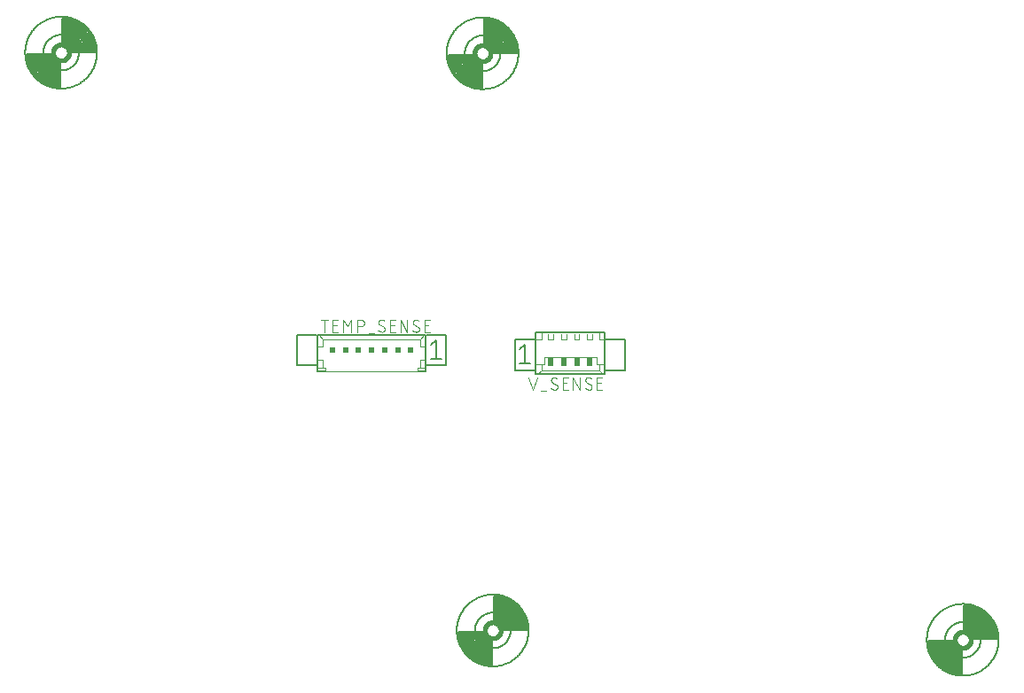
<source format=gbr>
G04 EAGLE Gerber RS-274X export*
G75*
%MOMM*%
%FSLAX34Y34*%
%LPD*%
%INSilkscreen Top*%
%IPPOS*%
%AMOC8*
5,1,8,0,0,1.08239X$1,22.5*%
G01*
%ADD10C,0.203200*%
%ADD11C,0.050800*%
%ADD12C,0.152400*%
%ADD13R,0.500000X0.625000*%
%ADD14C,0.101600*%
%ADD15C,0.248919*%
%ADD16C,0.457200*%
%ADD17R,0.500000X0.875000*%


D10*
X492329Y533905D02*
X500079Y533905D01*
D11*
X587579Y533905D01*
D10*
X595329Y533905D01*
X595329Y568905D01*
X593829Y568905D01*
X493829Y568905D01*
X492329Y568905D01*
X492329Y533905D01*
D11*
X492579Y557655D02*
X497579Y557655D01*
X590079Y557655D02*
X595079Y557655D01*
X497579Y545155D02*
X492579Y545155D01*
X497579Y545155D02*
X497579Y537655D01*
X590079Y545155D02*
X595079Y545155D01*
X590079Y545155D02*
X590079Y537655D01*
X497579Y557655D02*
X497579Y565155D01*
X590079Y565155D01*
X590079Y557655D01*
X497579Y565155D02*
X493829Y568905D01*
X590079Y565155D02*
X593829Y568905D01*
D10*
X491329Y568905D02*
X472579Y568905D01*
X472579Y540155D01*
X491329Y540155D01*
X596329Y540155D02*
X615079Y540155D01*
X615079Y568905D01*
X596329Y568905D01*
D11*
X497579Y537655D02*
X492579Y537655D01*
X497579Y537655D02*
X500079Y537655D01*
X500079Y533905D01*
X590079Y537655D02*
X595079Y537655D01*
X590079Y537655D02*
X587579Y537655D01*
X587579Y533905D01*
D12*
X600841Y559746D02*
X605780Y563697D01*
X605780Y545917D01*
X600841Y545917D02*
X610719Y545917D01*
D13*
X506329Y554530D03*
X518829Y554530D03*
X531329Y554530D03*
X543829Y554530D03*
X556329Y554530D03*
X568829Y554530D03*
X581329Y554530D03*
D14*
X498833Y571913D02*
X498833Y583597D01*
X502078Y583597D02*
X495587Y583597D01*
X506659Y571913D02*
X511852Y571913D01*
X506659Y571913D02*
X506659Y583597D01*
X511852Y583597D01*
X510553Y578404D02*
X506659Y578404D01*
X516655Y583597D02*
X516655Y571913D01*
X520550Y577106D02*
X516655Y583597D01*
X520550Y577106D02*
X524444Y583597D01*
X524444Y571913D01*
X530427Y571913D02*
X530427Y583597D01*
X533673Y583597D01*
X533786Y583595D01*
X533899Y583589D01*
X534012Y583579D01*
X534125Y583565D01*
X534237Y583548D01*
X534348Y583526D01*
X534458Y583501D01*
X534568Y583471D01*
X534676Y583438D01*
X534783Y583401D01*
X534889Y583361D01*
X534993Y583316D01*
X535096Y583268D01*
X535197Y583217D01*
X535296Y583162D01*
X535393Y583104D01*
X535488Y583042D01*
X535581Y582977D01*
X535671Y582909D01*
X535759Y582838D01*
X535845Y582763D01*
X535928Y582686D01*
X536008Y582606D01*
X536085Y582523D01*
X536160Y582437D01*
X536231Y582349D01*
X536299Y582259D01*
X536364Y582166D01*
X536426Y582071D01*
X536484Y581974D01*
X536539Y581875D01*
X536590Y581774D01*
X536638Y581671D01*
X536683Y581567D01*
X536723Y581461D01*
X536760Y581354D01*
X536793Y581246D01*
X536823Y581136D01*
X536848Y581026D01*
X536870Y580915D01*
X536887Y580803D01*
X536901Y580690D01*
X536911Y580577D01*
X536917Y580464D01*
X536919Y580351D01*
X536917Y580238D01*
X536911Y580125D01*
X536901Y580012D01*
X536887Y579899D01*
X536870Y579787D01*
X536848Y579676D01*
X536823Y579566D01*
X536793Y579456D01*
X536760Y579348D01*
X536723Y579241D01*
X536683Y579135D01*
X536638Y579031D01*
X536590Y578928D01*
X536539Y578827D01*
X536484Y578728D01*
X536426Y578631D01*
X536364Y578536D01*
X536299Y578443D01*
X536231Y578353D01*
X536160Y578265D01*
X536085Y578179D01*
X536008Y578096D01*
X535928Y578016D01*
X535845Y577939D01*
X535759Y577864D01*
X535671Y577793D01*
X535581Y577725D01*
X535488Y577660D01*
X535393Y577598D01*
X535296Y577540D01*
X535197Y577485D01*
X535096Y577434D01*
X534993Y577386D01*
X534889Y577341D01*
X534783Y577301D01*
X534676Y577264D01*
X534568Y577231D01*
X534458Y577201D01*
X534348Y577176D01*
X534237Y577154D01*
X534125Y577137D01*
X534012Y577123D01*
X533899Y577113D01*
X533786Y577107D01*
X533673Y577105D01*
X533673Y577106D02*
X530427Y577106D01*
X540813Y570615D02*
X546006Y570615D01*
X553965Y571913D02*
X554064Y571915D01*
X554164Y571921D01*
X554263Y571930D01*
X554361Y571943D01*
X554459Y571960D01*
X554557Y571981D01*
X554653Y572006D01*
X554748Y572034D01*
X554842Y572066D01*
X554935Y572101D01*
X555027Y572140D01*
X555117Y572183D01*
X555205Y572228D01*
X555292Y572278D01*
X555376Y572330D01*
X555459Y572386D01*
X555539Y572444D01*
X555617Y572506D01*
X555692Y572571D01*
X555765Y572639D01*
X555835Y572709D01*
X555903Y572782D01*
X555968Y572857D01*
X556030Y572935D01*
X556088Y573015D01*
X556144Y573098D01*
X556196Y573182D01*
X556246Y573269D01*
X556291Y573357D01*
X556334Y573447D01*
X556373Y573539D01*
X556408Y573632D01*
X556440Y573726D01*
X556468Y573821D01*
X556493Y573917D01*
X556514Y574015D01*
X556531Y574113D01*
X556544Y574211D01*
X556553Y574310D01*
X556559Y574410D01*
X556561Y574509D01*
X553965Y571913D02*
X553821Y571915D01*
X553676Y571921D01*
X553532Y571930D01*
X553389Y571943D01*
X553245Y571960D01*
X553102Y571981D01*
X552960Y572006D01*
X552819Y572034D01*
X552678Y572066D01*
X552538Y572102D01*
X552399Y572141D01*
X552261Y572184D01*
X552125Y572231D01*
X551989Y572281D01*
X551855Y572335D01*
X551723Y572392D01*
X551592Y572453D01*
X551463Y572517D01*
X551335Y572585D01*
X551209Y572655D01*
X551085Y572730D01*
X550964Y572807D01*
X550844Y572888D01*
X550726Y572971D01*
X550611Y573058D01*
X550498Y573148D01*
X550387Y573241D01*
X550279Y573336D01*
X550173Y573435D01*
X550070Y573536D01*
X550395Y581000D02*
X550397Y581099D01*
X550403Y581199D01*
X550412Y581298D01*
X550425Y581396D01*
X550442Y581494D01*
X550463Y581592D01*
X550488Y581688D01*
X550516Y581783D01*
X550548Y581877D01*
X550583Y581970D01*
X550622Y582062D01*
X550665Y582152D01*
X550710Y582240D01*
X550760Y582327D01*
X550812Y582411D01*
X550868Y582494D01*
X550926Y582574D01*
X550988Y582652D01*
X551053Y582727D01*
X551121Y582800D01*
X551191Y582870D01*
X551264Y582938D01*
X551339Y583003D01*
X551417Y583065D01*
X551497Y583123D01*
X551580Y583179D01*
X551664Y583231D01*
X551751Y583281D01*
X551839Y583326D01*
X551929Y583369D01*
X552021Y583408D01*
X552114Y583443D01*
X552208Y583475D01*
X552303Y583503D01*
X552400Y583528D01*
X552497Y583549D01*
X552595Y583566D01*
X552693Y583579D01*
X552792Y583588D01*
X552892Y583594D01*
X552991Y583596D01*
X553127Y583594D01*
X553263Y583588D01*
X553399Y583579D01*
X553535Y583566D01*
X553670Y583548D01*
X553804Y583528D01*
X553938Y583503D01*
X554072Y583475D01*
X554204Y583442D01*
X554335Y583407D01*
X554466Y583367D01*
X554595Y583324D01*
X554723Y583278D01*
X554849Y583227D01*
X554975Y583174D01*
X555098Y583116D01*
X555220Y583056D01*
X555340Y582992D01*
X555459Y582924D01*
X555575Y582854D01*
X555689Y582780D01*
X555802Y582703D01*
X555912Y582622D01*
X551693Y578728D02*
X551607Y578781D01*
X551523Y578838D01*
X551441Y578897D01*
X551361Y578960D01*
X551284Y579026D01*
X551209Y579094D01*
X551137Y579166D01*
X551068Y579240D01*
X551002Y579317D01*
X550939Y579396D01*
X550879Y579478D01*
X550822Y579562D01*
X550768Y579648D01*
X550718Y579736D01*
X550671Y579826D01*
X550627Y579917D01*
X550588Y580011D01*
X550551Y580105D01*
X550519Y580201D01*
X550490Y580299D01*
X550465Y580397D01*
X550444Y580496D01*
X550426Y580596D01*
X550413Y580696D01*
X550403Y580797D01*
X550397Y580899D01*
X550395Y581000D01*
X555263Y576781D02*
X555349Y576728D01*
X555433Y576671D01*
X555515Y576612D01*
X555595Y576549D01*
X555672Y576483D01*
X555747Y576415D01*
X555819Y576343D01*
X555888Y576269D01*
X555954Y576192D01*
X556017Y576113D01*
X556077Y576031D01*
X556134Y575947D01*
X556188Y575861D01*
X556238Y575773D01*
X556285Y575683D01*
X556329Y575592D01*
X556368Y575498D01*
X556405Y575404D01*
X556437Y575308D01*
X556466Y575210D01*
X556491Y575112D01*
X556512Y575013D01*
X556530Y574913D01*
X556543Y574813D01*
X556553Y574712D01*
X556559Y574610D01*
X556561Y574509D01*
X555263Y576781D02*
X551693Y578728D01*
X561523Y571913D02*
X566716Y571913D01*
X561523Y571913D02*
X561523Y583597D01*
X566716Y583597D01*
X565417Y578404D02*
X561523Y578404D01*
X571406Y583597D02*
X571406Y571913D01*
X577897Y571913D02*
X571406Y583597D01*
X577897Y583597D02*
X577897Y571913D01*
X586731Y571913D02*
X586830Y571915D01*
X586930Y571921D01*
X587029Y571930D01*
X587127Y571943D01*
X587225Y571960D01*
X587323Y571981D01*
X587419Y572006D01*
X587514Y572034D01*
X587608Y572066D01*
X587701Y572101D01*
X587793Y572140D01*
X587883Y572183D01*
X587971Y572228D01*
X588058Y572278D01*
X588142Y572330D01*
X588225Y572386D01*
X588305Y572444D01*
X588383Y572506D01*
X588458Y572571D01*
X588531Y572639D01*
X588601Y572709D01*
X588669Y572782D01*
X588734Y572857D01*
X588796Y572935D01*
X588854Y573015D01*
X588910Y573098D01*
X588962Y573182D01*
X589012Y573269D01*
X589057Y573357D01*
X589100Y573447D01*
X589139Y573539D01*
X589174Y573632D01*
X589206Y573726D01*
X589234Y573821D01*
X589259Y573917D01*
X589280Y574015D01*
X589297Y574113D01*
X589310Y574211D01*
X589319Y574310D01*
X589325Y574410D01*
X589327Y574509D01*
X586731Y571913D02*
X586587Y571915D01*
X586442Y571921D01*
X586298Y571930D01*
X586155Y571943D01*
X586011Y571960D01*
X585868Y571981D01*
X585726Y572006D01*
X585585Y572034D01*
X585444Y572066D01*
X585304Y572102D01*
X585165Y572141D01*
X585027Y572184D01*
X584891Y572231D01*
X584755Y572281D01*
X584621Y572335D01*
X584489Y572392D01*
X584358Y572453D01*
X584229Y572517D01*
X584101Y572585D01*
X583975Y572655D01*
X583851Y572730D01*
X583730Y572807D01*
X583610Y572888D01*
X583492Y572971D01*
X583377Y573058D01*
X583264Y573148D01*
X583153Y573241D01*
X583045Y573336D01*
X582939Y573435D01*
X582836Y573536D01*
X583161Y581000D02*
X583163Y581099D01*
X583169Y581199D01*
X583178Y581298D01*
X583191Y581396D01*
X583208Y581494D01*
X583229Y581592D01*
X583254Y581688D01*
X583282Y581783D01*
X583314Y581877D01*
X583349Y581970D01*
X583388Y582062D01*
X583431Y582152D01*
X583476Y582240D01*
X583526Y582327D01*
X583578Y582411D01*
X583634Y582494D01*
X583692Y582574D01*
X583754Y582652D01*
X583819Y582727D01*
X583887Y582800D01*
X583957Y582870D01*
X584030Y582938D01*
X584105Y583003D01*
X584183Y583065D01*
X584263Y583123D01*
X584346Y583179D01*
X584430Y583231D01*
X584517Y583281D01*
X584605Y583326D01*
X584695Y583369D01*
X584787Y583408D01*
X584880Y583443D01*
X584974Y583475D01*
X585069Y583503D01*
X585166Y583528D01*
X585263Y583549D01*
X585361Y583566D01*
X585459Y583579D01*
X585558Y583588D01*
X585658Y583594D01*
X585757Y583596D01*
X585893Y583594D01*
X586029Y583588D01*
X586165Y583579D01*
X586301Y583566D01*
X586436Y583548D01*
X586570Y583528D01*
X586704Y583503D01*
X586838Y583475D01*
X586970Y583442D01*
X587101Y583407D01*
X587232Y583367D01*
X587361Y583324D01*
X587489Y583278D01*
X587615Y583227D01*
X587741Y583174D01*
X587864Y583116D01*
X587986Y583056D01*
X588106Y582992D01*
X588225Y582924D01*
X588341Y582854D01*
X588455Y582780D01*
X588568Y582703D01*
X588678Y582622D01*
X584459Y578728D02*
X584373Y578781D01*
X584289Y578838D01*
X584207Y578897D01*
X584127Y578960D01*
X584050Y579026D01*
X583975Y579094D01*
X583903Y579166D01*
X583834Y579240D01*
X583768Y579317D01*
X583705Y579396D01*
X583645Y579478D01*
X583588Y579562D01*
X583534Y579648D01*
X583484Y579736D01*
X583437Y579826D01*
X583393Y579917D01*
X583354Y580011D01*
X583317Y580105D01*
X583285Y580201D01*
X583256Y580299D01*
X583231Y580397D01*
X583210Y580496D01*
X583192Y580596D01*
X583179Y580696D01*
X583169Y580797D01*
X583163Y580899D01*
X583161Y581000D01*
X588029Y576781D02*
X588115Y576728D01*
X588199Y576671D01*
X588281Y576612D01*
X588361Y576549D01*
X588438Y576483D01*
X588513Y576415D01*
X588585Y576343D01*
X588654Y576269D01*
X588720Y576192D01*
X588783Y576113D01*
X588843Y576031D01*
X588900Y575947D01*
X588954Y575861D01*
X589004Y575773D01*
X589051Y575683D01*
X589095Y575592D01*
X589134Y575498D01*
X589171Y575404D01*
X589203Y575308D01*
X589232Y575210D01*
X589257Y575112D01*
X589278Y575013D01*
X589296Y574913D01*
X589309Y574813D01*
X589319Y574712D01*
X589325Y574610D01*
X589327Y574509D01*
X588029Y576781D02*
X584459Y578728D01*
X594289Y571913D02*
X599481Y571913D01*
X594289Y571913D02*
X594289Y583597D01*
X599481Y583597D01*
X598183Y578404D02*
X594289Y578404D01*
D15*
X682597Y839399D02*
X660143Y839396D01*
X660144Y839397D02*
X660110Y839646D01*
X660071Y839894D01*
X660026Y840142D01*
X659975Y840388D01*
X659918Y840633D01*
X659855Y840876D01*
X659787Y841118D01*
X659712Y841358D01*
X659631Y841596D01*
X659545Y841833D01*
X659453Y842067D01*
X659356Y842298D01*
X659253Y842528D01*
X659144Y842755D01*
X659030Y842979D01*
X658911Y843200D01*
X658786Y843418D01*
X658656Y843633D01*
X658521Y843846D01*
X658381Y844054D01*
X658235Y844259D01*
X658085Y844461D01*
X657930Y844659D01*
X657770Y844853D01*
X657606Y845043D01*
X657437Y845230D01*
X657263Y845412D01*
X657086Y845589D01*
X656904Y845763D01*
X656717Y845932D01*
X656527Y846096D01*
X656333Y846256D01*
X656135Y846411D01*
X655933Y846561D01*
X655728Y846707D01*
X655520Y846847D01*
X655307Y846982D01*
X655092Y847112D01*
X654874Y847237D01*
X654653Y847356D01*
X654429Y847470D01*
X654202Y847579D01*
X653972Y847682D01*
X653741Y847779D01*
X653507Y847871D01*
X653270Y847957D01*
X653032Y848038D01*
X652792Y848113D01*
X652550Y848181D01*
X652307Y848244D01*
X652062Y848301D01*
X651816Y848352D01*
X651568Y848397D01*
X651320Y848436D01*
X651071Y848470D01*
X651073Y870923D01*
X651876Y870883D01*
X652677Y870823D01*
X653477Y870743D01*
X654274Y870644D01*
X655069Y870526D01*
X655861Y870388D01*
X656649Y870230D01*
X657433Y870053D01*
X658212Y869857D01*
X658986Y869642D01*
X659755Y869409D01*
X660518Y869156D01*
X661274Y868885D01*
X662024Y868595D01*
X662766Y868287D01*
X663501Y867961D01*
X664227Y867617D01*
X664945Y867255D01*
X665653Y866876D01*
X666352Y866480D01*
X667041Y866067D01*
X667720Y865636D01*
X668388Y865190D01*
X669045Y864727D01*
X669690Y864248D01*
X670324Y863754D01*
X670945Y863244D01*
X671553Y862719D01*
X672149Y862179D01*
X672731Y861625D01*
X673299Y861057D01*
X673853Y860475D01*
X674393Y859879D01*
X674918Y859271D01*
X675428Y858650D01*
X675922Y858016D01*
X676401Y857371D01*
X676864Y856714D01*
X677310Y856046D01*
X677741Y855367D01*
X678154Y854678D01*
X678550Y853979D01*
X678929Y853271D01*
X679291Y852553D01*
X679635Y851827D01*
X679961Y851092D01*
X680269Y850350D01*
X680559Y849600D01*
X680830Y848844D01*
X681083Y848081D01*
X681316Y847312D01*
X681531Y846538D01*
X681727Y845759D01*
X681904Y844975D01*
X682062Y844187D01*
X682200Y843395D01*
X682318Y842600D01*
X682417Y841803D01*
X682497Y841003D01*
X682557Y840202D01*
X682597Y839399D01*
X680232Y839399D01*
X680192Y840141D01*
X680135Y840881D01*
X680059Y841620D01*
X679965Y842357D01*
X679854Y843091D01*
X679725Y843823D01*
X679577Y844551D01*
X679412Y845275D01*
X679230Y845995D01*
X679030Y846710D01*
X678812Y847420D01*
X678577Y848125D01*
X678325Y848823D01*
X678057Y849516D01*
X677771Y850201D01*
X677469Y850880D01*
X677150Y851551D01*
X676815Y852213D01*
X676463Y852868D01*
X676096Y853514D01*
X675714Y854150D01*
X675316Y854777D01*
X674902Y855394D01*
X674474Y856001D01*
X674031Y856597D01*
X673574Y857183D01*
X673102Y857756D01*
X672617Y858319D01*
X672118Y858869D01*
X671606Y859407D01*
X671081Y859932D01*
X670543Y860444D01*
X669993Y860943D01*
X669430Y861428D01*
X668857Y861900D01*
X668271Y862357D01*
X667675Y862800D01*
X667068Y863228D01*
X666451Y863642D01*
X665824Y864040D01*
X665188Y864422D01*
X664542Y864789D01*
X663887Y865141D01*
X663225Y865476D01*
X662554Y865795D01*
X661875Y866097D01*
X661190Y866383D01*
X660497Y866651D01*
X659799Y866903D01*
X659094Y867138D01*
X658384Y867356D01*
X657669Y867556D01*
X656949Y867738D01*
X656225Y867903D01*
X655497Y868051D01*
X654765Y868180D01*
X654031Y868291D01*
X653294Y868385D01*
X652555Y868461D01*
X651815Y868518D01*
X651073Y868558D01*
X651073Y866191D01*
X651754Y866153D01*
X652433Y866098D01*
X653112Y866026D01*
X653788Y865938D01*
X654462Y865834D01*
X655133Y865713D01*
X655801Y865576D01*
X656465Y865423D01*
X657125Y865254D01*
X657782Y865069D01*
X658433Y864867D01*
X659080Y864651D01*
X659721Y864418D01*
X660356Y864170D01*
X660985Y863907D01*
X661607Y863628D01*
X662222Y863334D01*
X662830Y863026D01*
X663431Y862703D01*
X664023Y862365D01*
X664607Y862013D01*
X665182Y861647D01*
X665749Y861267D01*
X666305Y860873D01*
X666852Y860466D01*
X667389Y860046D01*
X667916Y859613D01*
X668432Y859167D01*
X668937Y858709D01*
X669431Y858239D01*
X669913Y857757D01*
X670383Y857263D01*
X670841Y856758D01*
X671287Y856242D01*
X671720Y855715D01*
X672140Y855178D01*
X672547Y854631D01*
X672941Y854075D01*
X673321Y853508D01*
X673687Y852933D01*
X674039Y852349D01*
X674377Y851757D01*
X674700Y851156D01*
X675008Y850548D01*
X675302Y849933D01*
X675581Y849311D01*
X675844Y848682D01*
X676092Y848047D01*
X676325Y847406D01*
X676541Y846759D01*
X676743Y846108D01*
X676928Y845451D01*
X677097Y844791D01*
X677250Y844127D01*
X677387Y843459D01*
X677508Y842788D01*
X677612Y842114D01*
X677700Y841438D01*
X677772Y840759D01*
X677827Y840080D01*
X677865Y839399D01*
X675499Y839399D01*
X675461Y840019D01*
X675409Y840638D01*
X675341Y841255D01*
X675259Y841870D01*
X675162Y842484D01*
X675050Y843095D01*
X674923Y843702D01*
X674782Y844307D01*
X674626Y844908D01*
X674455Y845505D01*
X674271Y846098D01*
X674072Y846686D01*
X673858Y847270D01*
X673631Y847848D01*
X673390Y848420D01*
X673135Y848986D01*
X672867Y849546D01*
X672585Y850099D01*
X672290Y850646D01*
X671981Y851185D01*
X671660Y851716D01*
X671326Y852239D01*
X670979Y852755D01*
X670620Y853261D01*
X670249Y853759D01*
X669866Y854248D01*
X669472Y854728D01*
X669066Y855197D01*
X668648Y855657D01*
X668220Y856107D01*
X667781Y856546D01*
X667331Y856974D01*
X666871Y857392D01*
X666402Y857798D01*
X665922Y858192D01*
X665433Y858575D01*
X664935Y858946D01*
X664429Y859305D01*
X663913Y859652D01*
X663390Y859986D01*
X662859Y860307D01*
X662320Y860616D01*
X661773Y860911D01*
X661220Y861193D01*
X660660Y861461D01*
X660094Y861716D01*
X659522Y861957D01*
X658944Y862184D01*
X658360Y862398D01*
X657772Y862597D01*
X657179Y862781D01*
X656582Y862952D01*
X655981Y863108D01*
X655376Y863249D01*
X654769Y863376D01*
X654158Y863488D01*
X653544Y863585D01*
X652929Y863667D01*
X652312Y863735D01*
X651693Y863787D01*
X651073Y863825D01*
X651073Y861458D01*
X651641Y861421D01*
X652208Y861369D01*
X652774Y861304D01*
X653338Y861226D01*
X653900Y861133D01*
X654459Y861027D01*
X655016Y860907D01*
X655570Y860774D01*
X656120Y860627D01*
X656666Y860467D01*
X657209Y860293D01*
X657747Y860107D01*
X658280Y859907D01*
X658808Y859694D01*
X659331Y859469D01*
X659848Y859231D01*
X660359Y858980D01*
X660864Y858717D01*
X661363Y858441D01*
X661854Y858154D01*
X662339Y857855D01*
X662816Y857543D01*
X663285Y857221D01*
X663746Y856887D01*
X664199Y856542D01*
X664643Y856186D01*
X665079Y855819D01*
X665505Y855441D01*
X665923Y855054D01*
X666330Y854656D01*
X666728Y854249D01*
X667115Y853831D01*
X667493Y853405D01*
X667860Y852969D01*
X668216Y852525D01*
X668561Y852072D01*
X668895Y851611D01*
X669217Y851142D01*
X669529Y850665D01*
X669828Y850180D01*
X670115Y849689D01*
X670391Y849190D01*
X670654Y848685D01*
X670905Y848174D01*
X671143Y847657D01*
X671368Y847134D01*
X671581Y846606D01*
X671781Y846073D01*
X671967Y845535D01*
X672141Y844992D01*
X672301Y844446D01*
X672448Y843896D01*
X672581Y843342D01*
X672701Y842785D01*
X672807Y842226D01*
X672900Y841664D01*
X672978Y841100D01*
X673043Y840534D01*
X673095Y839967D01*
X673132Y839399D01*
X670764Y839399D01*
X670728Y839905D01*
X670679Y840410D01*
X670619Y840914D01*
X670546Y841416D01*
X670461Y841917D01*
X670364Y842415D01*
X670255Y842911D01*
X670134Y843404D01*
X670001Y843893D01*
X669856Y844380D01*
X669699Y844863D01*
X669531Y845342D01*
X669352Y845816D01*
X669160Y846286D01*
X668958Y846752D01*
X668744Y847212D01*
X668520Y847667D01*
X668284Y848117D01*
X668037Y848561D01*
X667780Y848998D01*
X667513Y849429D01*
X667235Y849854D01*
X666946Y850272D01*
X666648Y850683D01*
X666340Y851086D01*
X666022Y851482D01*
X665695Y851870D01*
X665359Y852250D01*
X665013Y852621D01*
X664658Y852984D01*
X664295Y853339D01*
X663924Y853685D01*
X663544Y854021D01*
X663156Y854348D01*
X662760Y854666D01*
X662357Y854974D01*
X661946Y855272D01*
X661528Y855561D01*
X661103Y855839D01*
X660672Y856106D01*
X660235Y856363D01*
X659791Y856610D01*
X659341Y856846D01*
X658886Y857070D01*
X658426Y857284D01*
X657960Y857486D01*
X657490Y857678D01*
X657016Y857857D01*
X656537Y858025D01*
X656054Y858182D01*
X655567Y858327D01*
X655078Y858460D01*
X654585Y858581D01*
X654089Y858690D01*
X653591Y858787D01*
X653090Y858872D01*
X652588Y858945D01*
X652084Y859005D01*
X651579Y859054D01*
X651073Y859090D01*
X651073Y856721D01*
X651524Y856686D01*
X651975Y856639D01*
X652425Y856581D01*
X652873Y856512D01*
X653319Y856433D01*
X653763Y856342D01*
X654205Y856241D01*
X654644Y856129D01*
X655080Y856007D01*
X655513Y855873D01*
X655943Y855730D01*
X656369Y855576D01*
X656792Y855411D01*
X657210Y855237D01*
X657624Y855052D01*
X658033Y854857D01*
X658437Y854652D01*
X658837Y854438D01*
X659230Y854213D01*
X659619Y853980D01*
X660001Y853737D01*
X660378Y853484D01*
X660748Y853223D01*
X661112Y852952D01*
X661469Y852673D01*
X661819Y852385D01*
X662162Y852089D01*
X662497Y851785D01*
X662826Y851472D01*
X663146Y851152D01*
X663459Y850823D01*
X663763Y850488D01*
X664059Y850145D01*
X664347Y849795D01*
X664626Y849438D01*
X664897Y849074D01*
X665158Y848704D01*
X665411Y848327D01*
X665654Y847945D01*
X665887Y847556D01*
X666112Y847163D01*
X666326Y846763D01*
X666531Y846359D01*
X666726Y845950D01*
X666911Y845536D01*
X667085Y845118D01*
X667250Y844695D01*
X667404Y844269D01*
X667547Y843839D01*
X667681Y843406D01*
X667803Y842970D01*
X667915Y842531D01*
X668016Y842089D01*
X668107Y841645D01*
X668186Y841199D01*
X668255Y840751D01*
X668313Y840301D01*
X668360Y839850D01*
X668395Y839399D01*
X666025Y839398D01*
X665990Y839794D01*
X665945Y840188D01*
X665891Y840581D01*
X665827Y840973D01*
X665753Y841363D01*
X665670Y841752D01*
X665577Y842138D01*
X665475Y842521D01*
X665364Y842902D01*
X665243Y843281D01*
X665113Y843656D01*
X664974Y844028D01*
X664826Y844396D01*
X664669Y844761D01*
X664503Y845121D01*
X664329Y845478D01*
X664145Y845830D01*
X663954Y846178D01*
X663753Y846520D01*
X663545Y846858D01*
X663328Y847191D01*
X663103Y847518D01*
X662870Y847840D01*
X662630Y848155D01*
X662382Y848465D01*
X662126Y848769D01*
X661863Y849066D01*
X661593Y849357D01*
X661315Y849641D01*
X661031Y849919D01*
X660740Y850189D01*
X660443Y850452D01*
X660139Y850708D01*
X659829Y850956D01*
X659514Y851196D01*
X659192Y851429D01*
X658865Y851654D01*
X658532Y851871D01*
X658194Y852079D01*
X657852Y852280D01*
X657504Y852471D01*
X657152Y852655D01*
X656795Y852829D01*
X656435Y852995D01*
X656070Y853152D01*
X655702Y853300D01*
X655330Y853439D01*
X654955Y853569D01*
X654576Y853690D01*
X654195Y853801D01*
X653812Y853903D01*
X653426Y853996D01*
X653037Y854079D01*
X652647Y854153D01*
X652255Y854217D01*
X651862Y854271D01*
X651468Y854316D01*
X651072Y854351D01*
X651072Y851979D01*
X651409Y851945D01*
X651745Y851902D01*
X652080Y851851D01*
X652414Y851792D01*
X652746Y851725D01*
X653076Y851650D01*
X653405Y851567D01*
X653731Y851475D01*
X654055Y851376D01*
X654376Y851269D01*
X654695Y851154D01*
X655011Y851031D01*
X655324Y850901D01*
X655633Y850763D01*
X655939Y850618D01*
X656242Y850465D01*
X656540Y850305D01*
X656835Y850137D01*
X657125Y849963D01*
X657411Y849781D01*
X657693Y849593D01*
X657970Y849397D01*
X658242Y849195D01*
X658508Y848986D01*
X658770Y848771D01*
X659027Y848550D01*
X659278Y848322D01*
X659523Y848089D01*
X659763Y847849D01*
X659996Y847604D01*
X660224Y847353D01*
X660445Y847096D01*
X660660Y846834D01*
X660869Y846568D01*
X661071Y846296D01*
X661267Y846019D01*
X661455Y845737D01*
X661637Y845451D01*
X661811Y845161D01*
X661979Y844866D01*
X662139Y844568D01*
X662292Y844265D01*
X662437Y843959D01*
X662575Y843650D01*
X662705Y843337D01*
X662828Y843021D01*
X662943Y842702D01*
X663050Y842381D01*
X663149Y842057D01*
X663241Y841731D01*
X663324Y841402D01*
X663399Y841072D01*
X663466Y840740D01*
X663525Y840406D01*
X663576Y840071D01*
X663619Y839735D01*
X663653Y839398D01*
X661278Y839397D01*
X661244Y839674D01*
X661204Y839949D01*
X661158Y840224D01*
X661104Y840497D01*
X661044Y840769D01*
X660978Y841040D01*
X660905Y841309D01*
X660825Y841576D01*
X660739Y841841D01*
X660647Y842103D01*
X660548Y842364D01*
X660443Y842622D01*
X660332Y842877D01*
X660215Y843130D01*
X660091Y843380D01*
X659962Y843627D01*
X659827Y843870D01*
X659686Y844110D01*
X659539Y844347D01*
X659386Y844580D01*
X659228Y844809D01*
X659064Y845035D01*
X658895Y845256D01*
X658721Y845473D01*
X658541Y845686D01*
X658356Y845895D01*
X658167Y846099D01*
X657972Y846298D01*
X657773Y846493D01*
X657569Y846682D01*
X657360Y846867D01*
X657147Y847047D01*
X656930Y847221D01*
X656709Y847390D01*
X656483Y847554D01*
X656254Y847712D01*
X656021Y847865D01*
X655784Y848012D01*
X655544Y848153D01*
X655301Y848288D01*
X655054Y848417D01*
X654804Y848541D01*
X654551Y848658D01*
X654296Y848769D01*
X654038Y848874D01*
X653777Y848973D01*
X653515Y849065D01*
X653250Y849151D01*
X652983Y849231D01*
X652714Y849304D01*
X652443Y849370D01*
X652171Y849430D01*
X651898Y849484D01*
X651623Y849530D01*
X651348Y849570D01*
X651071Y849604D01*
X617061Y836911D02*
X639515Y836914D01*
X639514Y836913D02*
X639548Y836664D01*
X639587Y836416D01*
X639632Y836168D01*
X639683Y835922D01*
X639740Y835677D01*
X639803Y835434D01*
X639871Y835192D01*
X639946Y834952D01*
X640027Y834714D01*
X640113Y834477D01*
X640205Y834243D01*
X640302Y834012D01*
X640405Y833782D01*
X640514Y833555D01*
X640628Y833331D01*
X640747Y833110D01*
X640872Y832892D01*
X641002Y832677D01*
X641137Y832464D01*
X641277Y832256D01*
X641423Y832051D01*
X641573Y831849D01*
X641728Y831651D01*
X641888Y831457D01*
X642052Y831267D01*
X642221Y831080D01*
X642395Y830898D01*
X642572Y830721D01*
X642754Y830547D01*
X642941Y830378D01*
X643131Y830214D01*
X643325Y830054D01*
X643523Y829899D01*
X643725Y829749D01*
X643930Y829603D01*
X644138Y829463D01*
X644351Y829328D01*
X644566Y829198D01*
X644784Y829073D01*
X645005Y828954D01*
X645229Y828840D01*
X645456Y828731D01*
X645686Y828628D01*
X645917Y828531D01*
X646151Y828439D01*
X646388Y828353D01*
X646626Y828272D01*
X646866Y828197D01*
X647108Y828129D01*
X647351Y828066D01*
X647596Y828009D01*
X647842Y827958D01*
X648090Y827913D01*
X648338Y827874D01*
X648587Y827840D01*
X648585Y805387D01*
X647782Y805427D01*
X646981Y805487D01*
X646181Y805567D01*
X645384Y805666D01*
X644589Y805784D01*
X643797Y805922D01*
X643009Y806080D01*
X642225Y806257D01*
X641446Y806453D01*
X640672Y806668D01*
X639903Y806901D01*
X639140Y807154D01*
X638384Y807425D01*
X637634Y807715D01*
X636892Y808023D01*
X636157Y808349D01*
X635431Y808693D01*
X634713Y809055D01*
X634005Y809434D01*
X633306Y809830D01*
X632617Y810243D01*
X631938Y810674D01*
X631270Y811120D01*
X630613Y811583D01*
X629968Y812062D01*
X629334Y812556D01*
X628713Y813066D01*
X628105Y813591D01*
X627509Y814131D01*
X626927Y814685D01*
X626359Y815253D01*
X625805Y815835D01*
X625265Y816431D01*
X624740Y817039D01*
X624230Y817660D01*
X623736Y818294D01*
X623257Y818939D01*
X622794Y819596D01*
X622348Y820264D01*
X621917Y820943D01*
X621504Y821632D01*
X621108Y822331D01*
X620729Y823039D01*
X620367Y823757D01*
X620023Y824483D01*
X619697Y825218D01*
X619389Y825960D01*
X619099Y826710D01*
X618828Y827466D01*
X618575Y828229D01*
X618342Y828998D01*
X618127Y829772D01*
X617931Y830551D01*
X617754Y831335D01*
X617596Y832123D01*
X617458Y832915D01*
X617340Y833710D01*
X617241Y834507D01*
X617161Y835307D01*
X617101Y836108D01*
X617061Y836911D01*
X619426Y836911D01*
X619466Y836169D01*
X619523Y835429D01*
X619599Y834690D01*
X619693Y833953D01*
X619804Y833219D01*
X619933Y832487D01*
X620081Y831759D01*
X620246Y831035D01*
X620428Y830315D01*
X620628Y829600D01*
X620846Y828890D01*
X621081Y828185D01*
X621333Y827487D01*
X621601Y826794D01*
X621887Y826109D01*
X622189Y825430D01*
X622508Y824759D01*
X622843Y824097D01*
X623195Y823442D01*
X623562Y822796D01*
X623944Y822160D01*
X624342Y821533D01*
X624756Y820916D01*
X625184Y820309D01*
X625627Y819713D01*
X626084Y819127D01*
X626556Y818554D01*
X627041Y817991D01*
X627540Y817441D01*
X628052Y816903D01*
X628577Y816378D01*
X629115Y815866D01*
X629665Y815367D01*
X630228Y814882D01*
X630801Y814410D01*
X631387Y813953D01*
X631983Y813510D01*
X632590Y813082D01*
X633207Y812668D01*
X633834Y812270D01*
X634470Y811888D01*
X635116Y811521D01*
X635771Y811169D01*
X636433Y810834D01*
X637104Y810515D01*
X637783Y810213D01*
X638468Y809927D01*
X639161Y809659D01*
X639859Y809407D01*
X640564Y809172D01*
X641274Y808954D01*
X641989Y808754D01*
X642709Y808572D01*
X643433Y808407D01*
X644161Y808259D01*
X644893Y808130D01*
X645627Y808019D01*
X646364Y807925D01*
X647103Y807849D01*
X647843Y807792D01*
X648585Y807752D01*
X648585Y810119D01*
X647904Y810157D01*
X647225Y810212D01*
X646546Y810284D01*
X645870Y810372D01*
X645196Y810476D01*
X644525Y810597D01*
X643857Y810734D01*
X643193Y810887D01*
X642533Y811056D01*
X641876Y811241D01*
X641225Y811443D01*
X640578Y811659D01*
X639937Y811892D01*
X639302Y812140D01*
X638673Y812403D01*
X638051Y812682D01*
X637436Y812976D01*
X636828Y813284D01*
X636227Y813607D01*
X635635Y813945D01*
X635051Y814297D01*
X634476Y814663D01*
X633909Y815043D01*
X633353Y815437D01*
X632806Y815844D01*
X632269Y816264D01*
X631742Y816697D01*
X631226Y817143D01*
X630721Y817601D01*
X630227Y818071D01*
X629745Y818553D01*
X629275Y819047D01*
X628817Y819552D01*
X628371Y820068D01*
X627938Y820595D01*
X627518Y821132D01*
X627111Y821679D01*
X626717Y822235D01*
X626337Y822802D01*
X625971Y823377D01*
X625619Y823961D01*
X625281Y824553D01*
X624958Y825154D01*
X624650Y825762D01*
X624356Y826377D01*
X624077Y826999D01*
X623814Y827628D01*
X623566Y828263D01*
X623333Y828904D01*
X623117Y829551D01*
X622915Y830202D01*
X622730Y830859D01*
X622561Y831519D01*
X622408Y832183D01*
X622271Y832851D01*
X622150Y833522D01*
X622046Y834196D01*
X621958Y834872D01*
X621886Y835551D01*
X621831Y836230D01*
X621793Y836911D01*
X624159Y836911D01*
X624197Y836291D01*
X624249Y835672D01*
X624317Y835055D01*
X624399Y834440D01*
X624496Y833826D01*
X624608Y833215D01*
X624735Y832608D01*
X624876Y832003D01*
X625032Y831402D01*
X625203Y830805D01*
X625387Y830212D01*
X625586Y829624D01*
X625800Y829040D01*
X626027Y828462D01*
X626268Y827890D01*
X626523Y827324D01*
X626791Y826764D01*
X627073Y826211D01*
X627368Y825664D01*
X627677Y825125D01*
X627998Y824594D01*
X628332Y824071D01*
X628679Y823555D01*
X629038Y823049D01*
X629409Y822551D01*
X629792Y822062D01*
X630186Y821582D01*
X630592Y821113D01*
X631010Y820653D01*
X631438Y820203D01*
X631877Y819764D01*
X632327Y819336D01*
X632787Y818918D01*
X633256Y818512D01*
X633736Y818118D01*
X634225Y817735D01*
X634723Y817364D01*
X635229Y817005D01*
X635745Y816658D01*
X636268Y816324D01*
X636799Y816003D01*
X637338Y815694D01*
X637885Y815399D01*
X638438Y815117D01*
X638998Y814849D01*
X639564Y814594D01*
X640136Y814353D01*
X640714Y814126D01*
X641298Y813912D01*
X641886Y813713D01*
X642479Y813529D01*
X643076Y813358D01*
X643677Y813202D01*
X644282Y813061D01*
X644889Y812934D01*
X645500Y812822D01*
X646114Y812725D01*
X646729Y812643D01*
X647346Y812575D01*
X647965Y812523D01*
X648585Y812485D01*
X648585Y814852D01*
X648017Y814889D01*
X647450Y814941D01*
X646884Y815006D01*
X646320Y815084D01*
X645758Y815177D01*
X645199Y815283D01*
X644642Y815403D01*
X644088Y815536D01*
X643538Y815683D01*
X642992Y815843D01*
X642449Y816017D01*
X641911Y816203D01*
X641378Y816403D01*
X640850Y816616D01*
X640327Y816841D01*
X639810Y817079D01*
X639299Y817330D01*
X638794Y817593D01*
X638295Y817869D01*
X637804Y818156D01*
X637319Y818455D01*
X636842Y818767D01*
X636373Y819089D01*
X635912Y819423D01*
X635459Y819768D01*
X635015Y820124D01*
X634579Y820491D01*
X634153Y820869D01*
X633735Y821256D01*
X633328Y821654D01*
X632930Y822061D01*
X632543Y822479D01*
X632165Y822905D01*
X631798Y823341D01*
X631442Y823785D01*
X631097Y824238D01*
X630763Y824699D01*
X630441Y825168D01*
X630129Y825645D01*
X629830Y826130D01*
X629543Y826621D01*
X629267Y827120D01*
X629004Y827625D01*
X628753Y828136D01*
X628515Y828653D01*
X628290Y829176D01*
X628077Y829704D01*
X627877Y830237D01*
X627691Y830775D01*
X627517Y831318D01*
X627357Y831864D01*
X627210Y832414D01*
X627077Y832968D01*
X626957Y833525D01*
X626851Y834084D01*
X626758Y834646D01*
X626680Y835210D01*
X626615Y835776D01*
X626563Y836343D01*
X626526Y836911D01*
X628894Y836911D01*
X628930Y836405D01*
X628979Y835900D01*
X629039Y835396D01*
X629112Y834894D01*
X629197Y834393D01*
X629294Y833895D01*
X629403Y833399D01*
X629524Y832906D01*
X629657Y832417D01*
X629802Y831930D01*
X629959Y831447D01*
X630127Y830968D01*
X630306Y830494D01*
X630498Y830024D01*
X630700Y829558D01*
X630914Y829098D01*
X631138Y828643D01*
X631374Y828193D01*
X631621Y827749D01*
X631878Y827312D01*
X632145Y826881D01*
X632423Y826456D01*
X632712Y826038D01*
X633010Y825627D01*
X633318Y825224D01*
X633636Y824828D01*
X633963Y824440D01*
X634299Y824060D01*
X634645Y823689D01*
X635000Y823326D01*
X635363Y822971D01*
X635734Y822625D01*
X636114Y822289D01*
X636502Y821962D01*
X636898Y821644D01*
X637301Y821336D01*
X637712Y821038D01*
X638130Y820749D01*
X638555Y820471D01*
X638986Y820204D01*
X639423Y819947D01*
X639867Y819700D01*
X640317Y819464D01*
X640772Y819240D01*
X641232Y819026D01*
X641698Y818824D01*
X642168Y818632D01*
X642642Y818453D01*
X643121Y818285D01*
X643604Y818128D01*
X644091Y817983D01*
X644580Y817850D01*
X645073Y817729D01*
X645569Y817620D01*
X646067Y817523D01*
X646568Y817438D01*
X647070Y817365D01*
X647574Y817305D01*
X648079Y817256D01*
X648585Y817220D01*
X648585Y819589D01*
X648134Y819624D01*
X647683Y819671D01*
X647233Y819729D01*
X646785Y819798D01*
X646339Y819877D01*
X645895Y819968D01*
X645453Y820069D01*
X645014Y820181D01*
X644578Y820303D01*
X644145Y820437D01*
X643715Y820580D01*
X643289Y820734D01*
X642866Y820899D01*
X642448Y821073D01*
X642034Y821258D01*
X641625Y821453D01*
X641221Y821658D01*
X640821Y821872D01*
X640428Y822097D01*
X640039Y822330D01*
X639657Y822573D01*
X639280Y822826D01*
X638910Y823087D01*
X638546Y823358D01*
X638189Y823637D01*
X637839Y823925D01*
X637496Y824221D01*
X637161Y824525D01*
X636832Y824838D01*
X636512Y825158D01*
X636199Y825487D01*
X635895Y825822D01*
X635599Y826165D01*
X635311Y826515D01*
X635032Y826872D01*
X634761Y827236D01*
X634500Y827606D01*
X634247Y827983D01*
X634004Y828365D01*
X633771Y828754D01*
X633546Y829147D01*
X633332Y829547D01*
X633127Y829951D01*
X632932Y830360D01*
X632747Y830774D01*
X632573Y831192D01*
X632408Y831615D01*
X632254Y832041D01*
X632111Y832471D01*
X631977Y832904D01*
X631855Y833340D01*
X631743Y833779D01*
X631642Y834221D01*
X631551Y834665D01*
X631472Y835111D01*
X631403Y835559D01*
X631345Y836009D01*
X631298Y836460D01*
X631263Y836911D01*
X633633Y836912D01*
X633668Y836516D01*
X633713Y836122D01*
X633767Y835729D01*
X633831Y835337D01*
X633905Y834947D01*
X633988Y834558D01*
X634081Y834172D01*
X634183Y833789D01*
X634294Y833408D01*
X634415Y833029D01*
X634545Y832654D01*
X634684Y832282D01*
X634832Y831914D01*
X634989Y831549D01*
X635155Y831189D01*
X635329Y830832D01*
X635513Y830480D01*
X635704Y830132D01*
X635905Y829790D01*
X636113Y829452D01*
X636330Y829119D01*
X636555Y828792D01*
X636788Y828470D01*
X637028Y828155D01*
X637276Y827845D01*
X637532Y827541D01*
X637795Y827244D01*
X638065Y826953D01*
X638343Y826669D01*
X638627Y826391D01*
X638918Y826121D01*
X639215Y825858D01*
X639519Y825602D01*
X639829Y825354D01*
X640144Y825114D01*
X640466Y824881D01*
X640793Y824656D01*
X641126Y824439D01*
X641464Y824231D01*
X641806Y824030D01*
X642154Y823839D01*
X642506Y823655D01*
X642863Y823481D01*
X643223Y823315D01*
X643588Y823158D01*
X643956Y823010D01*
X644328Y822871D01*
X644703Y822741D01*
X645082Y822620D01*
X645463Y822509D01*
X645846Y822407D01*
X646232Y822314D01*
X646621Y822231D01*
X647011Y822157D01*
X647403Y822093D01*
X647796Y822039D01*
X648190Y821994D01*
X648586Y821959D01*
X648586Y824331D01*
X648249Y824365D01*
X647913Y824408D01*
X647578Y824459D01*
X647244Y824518D01*
X646912Y824585D01*
X646582Y824660D01*
X646253Y824743D01*
X645927Y824835D01*
X645603Y824934D01*
X645282Y825041D01*
X644963Y825156D01*
X644647Y825279D01*
X644334Y825409D01*
X644025Y825547D01*
X643719Y825692D01*
X643416Y825845D01*
X643118Y826005D01*
X642823Y826173D01*
X642533Y826347D01*
X642247Y826529D01*
X641965Y826717D01*
X641688Y826913D01*
X641416Y827115D01*
X641150Y827324D01*
X640888Y827539D01*
X640631Y827760D01*
X640380Y827988D01*
X640135Y828221D01*
X639895Y828461D01*
X639662Y828706D01*
X639434Y828957D01*
X639213Y829214D01*
X638998Y829476D01*
X638789Y829742D01*
X638587Y830014D01*
X638391Y830291D01*
X638203Y830573D01*
X638021Y830859D01*
X637847Y831149D01*
X637679Y831444D01*
X637519Y831742D01*
X637366Y832045D01*
X637221Y832351D01*
X637083Y832660D01*
X636953Y832973D01*
X636830Y833289D01*
X636715Y833608D01*
X636608Y833929D01*
X636509Y834253D01*
X636417Y834579D01*
X636334Y834908D01*
X636259Y835238D01*
X636192Y835570D01*
X636133Y835904D01*
X636082Y836239D01*
X636039Y836575D01*
X636005Y836912D01*
X638380Y836913D01*
X638414Y836636D01*
X638454Y836361D01*
X638500Y836086D01*
X638554Y835813D01*
X638614Y835541D01*
X638680Y835270D01*
X638753Y835001D01*
X638833Y834734D01*
X638919Y834469D01*
X639011Y834207D01*
X639110Y833946D01*
X639215Y833688D01*
X639326Y833433D01*
X639443Y833180D01*
X639567Y832930D01*
X639696Y832683D01*
X639831Y832440D01*
X639972Y832200D01*
X640119Y831963D01*
X640272Y831730D01*
X640430Y831501D01*
X640594Y831275D01*
X640763Y831054D01*
X640937Y830837D01*
X641117Y830624D01*
X641302Y830415D01*
X641491Y830211D01*
X641686Y830012D01*
X641885Y829817D01*
X642089Y829628D01*
X642298Y829443D01*
X642511Y829263D01*
X642728Y829089D01*
X642949Y828920D01*
X643175Y828756D01*
X643404Y828598D01*
X643637Y828445D01*
X643874Y828298D01*
X644114Y828157D01*
X644357Y828022D01*
X644604Y827893D01*
X644854Y827769D01*
X645107Y827652D01*
X645362Y827541D01*
X645620Y827436D01*
X645881Y827337D01*
X646143Y827245D01*
X646408Y827159D01*
X646675Y827079D01*
X646944Y827006D01*
X647215Y826940D01*
X647487Y826880D01*
X647760Y826826D01*
X648035Y826780D01*
X648310Y826740D01*
X648587Y826706D01*
D12*
X615539Y838155D02*
X615549Y838997D01*
X615580Y839838D01*
X615632Y840678D01*
X615704Y841516D01*
X615797Y842352D01*
X615910Y843186D01*
X616044Y844017D01*
X616198Y844845D01*
X616372Y845668D01*
X616567Y846487D01*
X616781Y847301D01*
X617016Y848109D01*
X617270Y848911D01*
X617543Y849707D01*
X617837Y850496D01*
X618149Y851277D01*
X618481Y852051D01*
X618831Y852816D01*
X619200Y853572D01*
X619588Y854319D01*
X619994Y855056D01*
X620417Y855784D01*
X620859Y856500D01*
X621318Y857206D01*
X621794Y857899D01*
X622287Y858582D01*
X622797Y859251D01*
X623322Y859908D01*
X623864Y860552D01*
X624422Y861183D01*
X624995Y861799D01*
X625582Y862402D01*
X626185Y862989D01*
X626801Y863562D01*
X627432Y864120D01*
X628076Y864662D01*
X628733Y865187D01*
X629402Y865697D01*
X630085Y866190D01*
X630778Y866666D01*
X631484Y867125D01*
X632200Y867567D01*
X632928Y867990D01*
X633665Y868396D01*
X634412Y868784D01*
X635168Y869153D01*
X635933Y869503D01*
X636707Y869835D01*
X637488Y870147D01*
X638277Y870441D01*
X639073Y870714D01*
X639875Y870968D01*
X640683Y871203D01*
X641497Y871417D01*
X642316Y871612D01*
X643139Y871786D01*
X643967Y871940D01*
X644798Y872074D01*
X645632Y872187D01*
X646468Y872280D01*
X647306Y872352D01*
X648146Y872404D01*
X648987Y872435D01*
X649829Y872445D01*
X650671Y872435D01*
X651512Y872404D01*
X652352Y872352D01*
X653190Y872280D01*
X654026Y872187D01*
X654860Y872074D01*
X655691Y871940D01*
X656519Y871786D01*
X657342Y871612D01*
X658161Y871417D01*
X658975Y871203D01*
X659783Y870968D01*
X660585Y870714D01*
X661381Y870441D01*
X662170Y870147D01*
X662951Y869835D01*
X663725Y869503D01*
X664490Y869153D01*
X665246Y868784D01*
X665993Y868396D01*
X666730Y867990D01*
X667458Y867567D01*
X668174Y867125D01*
X668880Y866666D01*
X669573Y866190D01*
X670256Y865697D01*
X670925Y865187D01*
X671582Y864662D01*
X672226Y864120D01*
X672857Y863562D01*
X673473Y862989D01*
X674076Y862402D01*
X674663Y861799D01*
X675236Y861183D01*
X675794Y860552D01*
X676336Y859908D01*
X676861Y859251D01*
X677371Y858582D01*
X677864Y857899D01*
X678340Y857206D01*
X678799Y856500D01*
X679241Y855784D01*
X679664Y855056D01*
X680070Y854319D01*
X680458Y853572D01*
X680827Y852816D01*
X681177Y852051D01*
X681509Y851277D01*
X681821Y850496D01*
X682115Y849707D01*
X682388Y848911D01*
X682642Y848109D01*
X682877Y847301D01*
X683091Y846487D01*
X683286Y845668D01*
X683460Y844845D01*
X683614Y844017D01*
X683748Y843186D01*
X683861Y842352D01*
X683954Y841516D01*
X684026Y840678D01*
X684078Y839838D01*
X684109Y838997D01*
X684119Y838155D01*
X684109Y837313D01*
X684078Y836472D01*
X684026Y835632D01*
X683954Y834794D01*
X683861Y833958D01*
X683748Y833124D01*
X683614Y832293D01*
X683460Y831465D01*
X683286Y830642D01*
X683091Y829823D01*
X682877Y829009D01*
X682642Y828201D01*
X682388Y827399D01*
X682115Y826603D01*
X681821Y825814D01*
X681509Y825033D01*
X681177Y824259D01*
X680827Y823494D01*
X680458Y822738D01*
X680070Y821991D01*
X679664Y821254D01*
X679241Y820526D01*
X678799Y819810D01*
X678340Y819104D01*
X677864Y818411D01*
X677371Y817728D01*
X676861Y817059D01*
X676336Y816402D01*
X675794Y815758D01*
X675236Y815127D01*
X674663Y814511D01*
X674076Y813908D01*
X673473Y813321D01*
X672857Y812748D01*
X672226Y812190D01*
X671582Y811648D01*
X670925Y811123D01*
X670256Y810613D01*
X669573Y810120D01*
X668880Y809644D01*
X668174Y809185D01*
X667458Y808743D01*
X666730Y808320D01*
X665993Y807914D01*
X665246Y807526D01*
X664490Y807157D01*
X663725Y806807D01*
X662951Y806475D01*
X662170Y806163D01*
X661381Y805869D01*
X660585Y805596D01*
X659783Y805342D01*
X658975Y805107D01*
X658161Y804893D01*
X657342Y804698D01*
X656519Y804524D01*
X655691Y804370D01*
X654860Y804236D01*
X654026Y804123D01*
X653190Y804030D01*
X652352Y803958D01*
X651512Y803906D01*
X650671Y803875D01*
X649829Y803865D01*
X648987Y803875D01*
X648146Y803906D01*
X647306Y803958D01*
X646468Y804030D01*
X645632Y804123D01*
X644798Y804236D01*
X643967Y804370D01*
X643139Y804524D01*
X642316Y804698D01*
X641497Y804893D01*
X640683Y805107D01*
X639875Y805342D01*
X639073Y805596D01*
X638277Y805869D01*
X637488Y806163D01*
X636707Y806475D01*
X635933Y806807D01*
X635168Y807157D01*
X634412Y807526D01*
X633665Y807914D01*
X632928Y808320D01*
X632200Y808743D01*
X631484Y809185D01*
X630778Y809644D01*
X630085Y810120D01*
X629402Y810613D01*
X628733Y811123D01*
X628076Y811648D01*
X627432Y812190D01*
X626801Y812748D01*
X626185Y813321D01*
X625582Y813908D01*
X624995Y814511D01*
X624422Y815127D01*
X623864Y815758D01*
X623322Y816402D01*
X622797Y817059D01*
X622287Y817728D01*
X621794Y818411D01*
X621318Y819104D01*
X620859Y819810D01*
X620417Y820526D01*
X619994Y821254D01*
X619588Y821991D01*
X619200Y822738D01*
X618831Y823494D01*
X618481Y824259D01*
X618149Y825033D01*
X617837Y825814D01*
X617543Y826603D01*
X617270Y827399D01*
X617016Y828201D01*
X616781Y829009D01*
X616567Y829823D01*
X616372Y830642D01*
X616198Y831465D01*
X616044Y832293D01*
X615910Y833124D01*
X615797Y833958D01*
X615704Y834794D01*
X615632Y835632D01*
X615580Y836472D01*
X615549Y837313D01*
X615539Y838155D01*
D16*
X642209Y838155D02*
X642211Y838342D01*
X642218Y838529D01*
X642230Y838716D01*
X642246Y838902D01*
X642266Y839088D01*
X642291Y839273D01*
X642321Y839458D01*
X642355Y839642D01*
X642394Y839825D01*
X642437Y840007D01*
X642485Y840187D01*
X642537Y840367D01*
X642594Y840545D01*
X642654Y840722D01*
X642720Y840897D01*
X642789Y841071D01*
X642863Y841243D01*
X642941Y841413D01*
X643023Y841581D01*
X643109Y841747D01*
X643199Y841911D01*
X643293Y842072D01*
X643391Y842232D01*
X643493Y842388D01*
X643599Y842543D01*
X643709Y842694D01*
X643822Y842843D01*
X643939Y842989D01*
X644059Y843132D01*
X644183Y843272D01*
X644310Y843409D01*
X644441Y843543D01*
X644575Y843674D01*
X644712Y843801D01*
X644852Y843925D01*
X644995Y844045D01*
X645141Y844162D01*
X645290Y844275D01*
X645441Y844385D01*
X645596Y844491D01*
X645752Y844593D01*
X645912Y844691D01*
X646073Y844785D01*
X646237Y844875D01*
X646403Y844961D01*
X646571Y845043D01*
X646741Y845121D01*
X646913Y845195D01*
X647087Y845264D01*
X647262Y845330D01*
X647439Y845390D01*
X647617Y845447D01*
X647797Y845499D01*
X647977Y845547D01*
X648159Y845590D01*
X648342Y845629D01*
X648526Y845663D01*
X648711Y845693D01*
X648896Y845718D01*
X649082Y845738D01*
X649268Y845754D01*
X649455Y845766D01*
X649642Y845773D01*
X649829Y845775D01*
X650016Y845773D01*
X650203Y845766D01*
X650390Y845754D01*
X650576Y845738D01*
X650762Y845718D01*
X650947Y845693D01*
X651132Y845663D01*
X651316Y845629D01*
X651499Y845590D01*
X651681Y845547D01*
X651861Y845499D01*
X652041Y845447D01*
X652219Y845390D01*
X652396Y845330D01*
X652571Y845264D01*
X652745Y845195D01*
X652917Y845121D01*
X653087Y845043D01*
X653255Y844961D01*
X653421Y844875D01*
X653585Y844785D01*
X653746Y844691D01*
X653906Y844593D01*
X654062Y844491D01*
X654217Y844385D01*
X654368Y844275D01*
X654517Y844162D01*
X654663Y844045D01*
X654806Y843925D01*
X654946Y843801D01*
X655083Y843674D01*
X655217Y843543D01*
X655348Y843409D01*
X655475Y843272D01*
X655599Y843132D01*
X655719Y842989D01*
X655836Y842843D01*
X655949Y842694D01*
X656059Y842543D01*
X656165Y842388D01*
X656267Y842232D01*
X656365Y842072D01*
X656459Y841911D01*
X656549Y841747D01*
X656635Y841581D01*
X656717Y841413D01*
X656795Y841243D01*
X656869Y841071D01*
X656938Y840897D01*
X657004Y840722D01*
X657064Y840545D01*
X657121Y840367D01*
X657173Y840187D01*
X657221Y840007D01*
X657264Y839825D01*
X657303Y839642D01*
X657337Y839458D01*
X657367Y839273D01*
X657392Y839088D01*
X657412Y838902D01*
X657428Y838716D01*
X657440Y838529D01*
X657447Y838342D01*
X657449Y838155D01*
X657447Y837968D01*
X657440Y837781D01*
X657428Y837594D01*
X657412Y837408D01*
X657392Y837222D01*
X657367Y837037D01*
X657337Y836852D01*
X657303Y836668D01*
X657264Y836485D01*
X657221Y836303D01*
X657173Y836123D01*
X657121Y835943D01*
X657064Y835765D01*
X657004Y835588D01*
X656938Y835413D01*
X656869Y835239D01*
X656795Y835067D01*
X656717Y834897D01*
X656635Y834729D01*
X656549Y834563D01*
X656459Y834399D01*
X656365Y834238D01*
X656267Y834078D01*
X656165Y833922D01*
X656059Y833767D01*
X655949Y833616D01*
X655836Y833467D01*
X655719Y833321D01*
X655599Y833178D01*
X655475Y833038D01*
X655348Y832901D01*
X655217Y832767D01*
X655083Y832636D01*
X654946Y832509D01*
X654806Y832385D01*
X654663Y832265D01*
X654517Y832148D01*
X654368Y832035D01*
X654217Y831925D01*
X654062Y831819D01*
X653906Y831717D01*
X653746Y831619D01*
X653585Y831525D01*
X653421Y831435D01*
X653255Y831349D01*
X653087Y831267D01*
X652917Y831189D01*
X652745Y831115D01*
X652571Y831046D01*
X652396Y830980D01*
X652219Y830920D01*
X652041Y830863D01*
X651861Y830811D01*
X651681Y830763D01*
X651499Y830720D01*
X651316Y830681D01*
X651132Y830647D01*
X650947Y830617D01*
X650762Y830592D01*
X650576Y830572D01*
X650390Y830556D01*
X650203Y830544D01*
X650016Y830537D01*
X649829Y830535D01*
X649642Y830537D01*
X649455Y830544D01*
X649268Y830556D01*
X649082Y830572D01*
X648896Y830592D01*
X648711Y830617D01*
X648526Y830647D01*
X648342Y830681D01*
X648159Y830720D01*
X647977Y830763D01*
X647797Y830811D01*
X647617Y830863D01*
X647439Y830920D01*
X647262Y830980D01*
X647087Y831046D01*
X646913Y831115D01*
X646741Y831189D01*
X646571Y831267D01*
X646403Y831349D01*
X646237Y831435D01*
X646073Y831525D01*
X645912Y831619D01*
X645752Y831717D01*
X645596Y831819D01*
X645441Y831925D01*
X645290Y832035D01*
X645141Y832148D01*
X644995Y832265D01*
X644852Y832385D01*
X644712Y832509D01*
X644575Y832636D01*
X644441Y832767D01*
X644310Y832901D01*
X644183Y833038D01*
X644059Y833178D01*
X643939Y833321D01*
X643822Y833467D01*
X643709Y833616D01*
X643599Y833767D01*
X643493Y833922D01*
X643391Y834078D01*
X643293Y834238D01*
X643199Y834399D01*
X643109Y834563D01*
X643023Y834729D01*
X642941Y834897D01*
X642863Y835067D01*
X642789Y835239D01*
X642720Y835413D01*
X642654Y835588D01*
X642594Y835765D01*
X642537Y835943D01*
X642485Y836123D01*
X642437Y836303D01*
X642394Y836485D01*
X642355Y836668D01*
X642321Y836852D01*
X642291Y837037D01*
X642266Y837222D01*
X642246Y837408D01*
X642230Y837594D01*
X642218Y837781D01*
X642211Y837968D01*
X642209Y838155D01*
D12*
X632829Y838155D02*
X632834Y838572D01*
X632849Y838989D01*
X632875Y839406D01*
X632911Y839821D01*
X632957Y840236D01*
X633013Y840649D01*
X633079Y841061D01*
X633156Y841472D01*
X633242Y841880D01*
X633338Y842286D01*
X633445Y842689D01*
X633561Y843090D01*
X633687Y843488D01*
X633823Y843882D01*
X633968Y844273D01*
X634123Y844661D01*
X634287Y845044D01*
X634461Y845423D01*
X634644Y845798D01*
X634836Y846169D01*
X635038Y846534D01*
X635248Y846895D01*
X635466Y847250D01*
X635694Y847600D01*
X635930Y847944D01*
X636174Y848282D01*
X636427Y848614D01*
X636688Y848940D01*
X636956Y849259D01*
X637233Y849572D01*
X637517Y849877D01*
X637808Y850176D01*
X638107Y850467D01*
X638412Y850751D01*
X638725Y851028D01*
X639044Y851296D01*
X639370Y851557D01*
X639702Y851810D01*
X640040Y852054D01*
X640384Y852290D01*
X640734Y852518D01*
X641089Y852736D01*
X641450Y852946D01*
X641815Y853148D01*
X642186Y853340D01*
X642561Y853523D01*
X642940Y853697D01*
X643323Y853861D01*
X643711Y854016D01*
X644102Y854161D01*
X644496Y854297D01*
X644894Y854423D01*
X645295Y854539D01*
X645698Y854646D01*
X646104Y854742D01*
X646512Y854828D01*
X646923Y854905D01*
X647335Y854971D01*
X647748Y855027D01*
X648163Y855073D01*
X648578Y855109D01*
X648995Y855135D01*
X649412Y855150D01*
X649829Y855155D01*
X650246Y855150D01*
X650663Y855135D01*
X651080Y855109D01*
X651495Y855073D01*
X651910Y855027D01*
X652323Y854971D01*
X652735Y854905D01*
X653146Y854828D01*
X653554Y854742D01*
X653960Y854646D01*
X654363Y854539D01*
X654764Y854423D01*
X655162Y854297D01*
X655556Y854161D01*
X655947Y854016D01*
X656335Y853861D01*
X656718Y853697D01*
X657097Y853523D01*
X657472Y853340D01*
X657843Y853148D01*
X658208Y852946D01*
X658569Y852736D01*
X658924Y852518D01*
X659274Y852290D01*
X659618Y852054D01*
X659956Y851810D01*
X660288Y851557D01*
X660614Y851296D01*
X660933Y851028D01*
X661246Y850751D01*
X661551Y850467D01*
X661850Y850176D01*
X662141Y849877D01*
X662425Y849572D01*
X662702Y849259D01*
X662970Y848940D01*
X663231Y848614D01*
X663484Y848282D01*
X663728Y847944D01*
X663964Y847600D01*
X664192Y847250D01*
X664410Y846895D01*
X664620Y846534D01*
X664822Y846169D01*
X665014Y845798D01*
X665197Y845423D01*
X665371Y845044D01*
X665535Y844661D01*
X665690Y844273D01*
X665835Y843882D01*
X665971Y843488D01*
X666097Y843090D01*
X666213Y842689D01*
X666320Y842286D01*
X666416Y841880D01*
X666502Y841472D01*
X666579Y841061D01*
X666645Y840649D01*
X666701Y840236D01*
X666747Y839821D01*
X666783Y839406D01*
X666809Y838989D01*
X666824Y838572D01*
X666829Y838155D01*
X666824Y837738D01*
X666809Y837321D01*
X666783Y836904D01*
X666747Y836489D01*
X666701Y836074D01*
X666645Y835661D01*
X666579Y835249D01*
X666502Y834838D01*
X666416Y834430D01*
X666320Y834024D01*
X666213Y833621D01*
X666097Y833220D01*
X665971Y832822D01*
X665835Y832428D01*
X665690Y832037D01*
X665535Y831649D01*
X665371Y831266D01*
X665197Y830887D01*
X665014Y830512D01*
X664822Y830141D01*
X664620Y829776D01*
X664410Y829415D01*
X664192Y829060D01*
X663964Y828710D01*
X663728Y828366D01*
X663484Y828028D01*
X663231Y827696D01*
X662970Y827370D01*
X662702Y827051D01*
X662425Y826738D01*
X662141Y826433D01*
X661850Y826134D01*
X661551Y825843D01*
X661246Y825559D01*
X660933Y825282D01*
X660614Y825014D01*
X660288Y824753D01*
X659956Y824500D01*
X659618Y824256D01*
X659274Y824020D01*
X658924Y823792D01*
X658569Y823574D01*
X658208Y823364D01*
X657843Y823162D01*
X657472Y822970D01*
X657097Y822787D01*
X656718Y822613D01*
X656335Y822449D01*
X655947Y822294D01*
X655556Y822149D01*
X655162Y822013D01*
X654764Y821887D01*
X654363Y821771D01*
X653960Y821664D01*
X653554Y821568D01*
X653146Y821482D01*
X652735Y821405D01*
X652323Y821339D01*
X651910Y821283D01*
X651495Y821237D01*
X651080Y821201D01*
X650663Y821175D01*
X650246Y821160D01*
X649829Y821155D01*
X649412Y821160D01*
X648995Y821175D01*
X648578Y821201D01*
X648163Y821237D01*
X647748Y821283D01*
X647335Y821339D01*
X646923Y821405D01*
X646512Y821482D01*
X646104Y821568D01*
X645698Y821664D01*
X645295Y821771D01*
X644894Y821887D01*
X644496Y822013D01*
X644102Y822149D01*
X643711Y822294D01*
X643323Y822449D01*
X642940Y822613D01*
X642561Y822787D01*
X642186Y822970D01*
X641815Y823162D01*
X641450Y823364D01*
X641089Y823574D01*
X640734Y823792D01*
X640384Y824020D01*
X640040Y824256D01*
X639702Y824500D01*
X639370Y824753D01*
X639044Y825014D01*
X638725Y825282D01*
X638412Y825559D01*
X638107Y825843D01*
X637808Y826134D01*
X637517Y826433D01*
X637233Y826738D01*
X636956Y827051D01*
X636688Y827370D01*
X636427Y827696D01*
X636174Y828028D01*
X635930Y828366D01*
X635694Y828710D01*
X635466Y829060D01*
X635248Y829415D01*
X635038Y829776D01*
X634836Y830141D01*
X634644Y830512D01*
X634461Y830887D01*
X634287Y831266D01*
X634123Y831649D01*
X633968Y832037D01*
X633823Y832428D01*
X633687Y832822D01*
X633561Y833220D01*
X633445Y833621D01*
X633338Y834024D01*
X633242Y834430D01*
X633156Y834838D01*
X633079Y835249D01*
X633013Y835661D01*
X632957Y836074D01*
X632911Y836489D01*
X632875Y836904D01*
X632849Y837321D01*
X632834Y837738D01*
X632829Y838155D01*
D15*
X214561Y837511D02*
X237015Y837514D01*
X237014Y837513D02*
X237048Y837264D01*
X237087Y837016D01*
X237132Y836768D01*
X237183Y836522D01*
X237240Y836277D01*
X237303Y836034D01*
X237371Y835792D01*
X237446Y835552D01*
X237527Y835314D01*
X237613Y835077D01*
X237705Y834843D01*
X237802Y834612D01*
X237905Y834382D01*
X238014Y834155D01*
X238128Y833931D01*
X238247Y833710D01*
X238372Y833492D01*
X238502Y833277D01*
X238637Y833064D01*
X238777Y832856D01*
X238923Y832651D01*
X239073Y832449D01*
X239228Y832251D01*
X239388Y832057D01*
X239552Y831867D01*
X239721Y831680D01*
X239895Y831498D01*
X240072Y831321D01*
X240254Y831147D01*
X240441Y830978D01*
X240631Y830814D01*
X240825Y830654D01*
X241023Y830499D01*
X241225Y830349D01*
X241430Y830203D01*
X241638Y830063D01*
X241851Y829928D01*
X242066Y829798D01*
X242284Y829673D01*
X242505Y829554D01*
X242729Y829440D01*
X242956Y829331D01*
X243186Y829228D01*
X243417Y829131D01*
X243651Y829039D01*
X243888Y828953D01*
X244126Y828872D01*
X244366Y828797D01*
X244608Y828729D01*
X244851Y828666D01*
X245096Y828609D01*
X245342Y828558D01*
X245590Y828513D01*
X245838Y828474D01*
X246087Y828440D01*
X246085Y805987D01*
X245282Y806027D01*
X244481Y806087D01*
X243681Y806167D01*
X242884Y806266D01*
X242089Y806384D01*
X241297Y806522D01*
X240509Y806680D01*
X239725Y806857D01*
X238946Y807053D01*
X238172Y807268D01*
X237403Y807501D01*
X236640Y807754D01*
X235884Y808025D01*
X235134Y808315D01*
X234392Y808623D01*
X233657Y808949D01*
X232931Y809293D01*
X232213Y809655D01*
X231505Y810034D01*
X230806Y810430D01*
X230117Y810843D01*
X229438Y811274D01*
X228770Y811720D01*
X228113Y812183D01*
X227468Y812662D01*
X226834Y813156D01*
X226213Y813666D01*
X225605Y814191D01*
X225009Y814731D01*
X224427Y815285D01*
X223859Y815853D01*
X223305Y816435D01*
X222765Y817031D01*
X222240Y817639D01*
X221730Y818260D01*
X221236Y818894D01*
X220757Y819539D01*
X220294Y820196D01*
X219848Y820864D01*
X219417Y821543D01*
X219004Y822232D01*
X218608Y822931D01*
X218229Y823639D01*
X217867Y824357D01*
X217523Y825083D01*
X217197Y825818D01*
X216889Y826560D01*
X216599Y827310D01*
X216328Y828066D01*
X216075Y828829D01*
X215842Y829598D01*
X215627Y830372D01*
X215431Y831151D01*
X215254Y831935D01*
X215096Y832723D01*
X214958Y833515D01*
X214840Y834310D01*
X214741Y835107D01*
X214661Y835907D01*
X214601Y836708D01*
X214561Y837511D01*
X216926Y837511D01*
X216966Y836769D01*
X217023Y836029D01*
X217099Y835290D01*
X217193Y834553D01*
X217304Y833819D01*
X217433Y833087D01*
X217581Y832359D01*
X217746Y831635D01*
X217928Y830915D01*
X218128Y830200D01*
X218346Y829490D01*
X218581Y828785D01*
X218833Y828087D01*
X219101Y827394D01*
X219387Y826709D01*
X219689Y826030D01*
X220008Y825359D01*
X220343Y824697D01*
X220695Y824042D01*
X221062Y823396D01*
X221444Y822760D01*
X221842Y822133D01*
X222256Y821516D01*
X222684Y820909D01*
X223127Y820313D01*
X223584Y819727D01*
X224056Y819154D01*
X224541Y818591D01*
X225040Y818041D01*
X225552Y817503D01*
X226077Y816978D01*
X226615Y816466D01*
X227165Y815967D01*
X227728Y815482D01*
X228301Y815010D01*
X228887Y814553D01*
X229483Y814110D01*
X230090Y813682D01*
X230707Y813268D01*
X231334Y812870D01*
X231970Y812488D01*
X232616Y812121D01*
X233271Y811769D01*
X233933Y811434D01*
X234604Y811115D01*
X235283Y810813D01*
X235968Y810527D01*
X236661Y810259D01*
X237359Y810007D01*
X238064Y809772D01*
X238774Y809554D01*
X239489Y809354D01*
X240209Y809172D01*
X240933Y809007D01*
X241661Y808859D01*
X242393Y808730D01*
X243127Y808619D01*
X243864Y808525D01*
X244603Y808449D01*
X245343Y808392D01*
X246085Y808352D01*
X246085Y810719D01*
X245404Y810757D01*
X244725Y810812D01*
X244046Y810884D01*
X243370Y810972D01*
X242696Y811076D01*
X242025Y811197D01*
X241357Y811334D01*
X240693Y811487D01*
X240033Y811656D01*
X239376Y811841D01*
X238725Y812043D01*
X238078Y812259D01*
X237437Y812492D01*
X236802Y812740D01*
X236173Y813003D01*
X235551Y813282D01*
X234936Y813576D01*
X234328Y813884D01*
X233727Y814207D01*
X233135Y814545D01*
X232551Y814897D01*
X231976Y815263D01*
X231409Y815643D01*
X230853Y816037D01*
X230306Y816444D01*
X229769Y816864D01*
X229242Y817297D01*
X228726Y817743D01*
X228221Y818201D01*
X227727Y818671D01*
X227245Y819153D01*
X226775Y819647D01*
X226317Y820152D01*
X225871Y820668D01*
X225438Y821195D01*
X225018Y821732D01*
X224611Y822279D01*
X224217Y822835D01*
X223837Y823402D01*
X223471Y823977D01*
X223119Y824561D01*
X222781Y825153D01*
X222458Y825754D01*
X222150Y826362D01*
X221856Y826977D01*
X221577Y827599D01*
X221314Y828228D01*
X221066Y828863D01*
X220833Y829504D01*
X220617Y830151D01*
X220415Y830802D01*
X220230Y831459D01*
X220061Y832119D01*
X219908Y832783D01*
X219771Y833451D01*
X219650Y834122D01*
X219546Y834796D01*
X219458Y835472D01*
X219386Y836151D01*
X219331Y836830D01*
X219293Y837511D01*
X221659Y837511D01*
X221697Y836891D01*
X221749Y836272D01*
X221817Y835655D01*
X221899Y835040D01*
X221996Y834426D01*
X222108Y833815D01*
X222235Y833208D01*
X222376Y832603D01*
X222532Y832002D01*
X222703Y831405D01*
X222887Y830812D01*
X223086Y830224D01*
X223300Y829640D01*
X223527Y829062D01*
X223768Y828490D01*
X224023Y827924D01*
X224291Y827364D01*
X224573Y826811D01*
X224868Y826264D01*
X225177Y825725D01*
X225498Y825194D01*
X225832Y824671D01*
X226179Y824155D01*
X226538Y823649D01*
X226909Y823151D01*
X227292Y822662D01*
X227686Y822182D01*
X228092Y821713D01*
X228510Y821253D01*
X228938Y820803D01*
X229377Y820364D01*
X229827Y819936D01*
X230287Y819518D01*
X230756Y819112D01*
X231236Y818718D01*
X231725Y818335D01*
X232223Y817964D01*
X232729Y817605D01*
X233245Y817258D01*
X233768Y816924D01*
X234299Y816603D01*
X234838Y816294D01*
X235385Y815999D01*
X235938Y815717D01*
X236498Y815449D01*
X237064Y815194D01*
X237636Y814953D01*
X238214Y814726D01*
X238798Y814512D01*
X239386Y814313D01*
X239979Y814129D01*
X240576Y813958D01*
X241177Y813802D01*
X241782Y813661D01*
X242389Y813534D01*
X243000Y813422D01*
X243614Y813325D01*
X244229Y813243D01*
X244846Y813175D01*
X245465Y813123D01*
X246085Y813085D01*
X246085Y815452D01*
X245517Y815489D01*
X244950Y815541D01*
X244384Y815606D01*
X243820Y815684D01*
X243258Y815777D01*
X242699Y815883D01*
X242142Y816003D01*
X241588Y816136D01*
X241038Y816283D01*
X240492Y816443D01*
X239949Y816617D01*
X239411Y816803D01*
X238878Y817003D01*
X238350Y817216D01*
X237827Y817441D01*
X237310Y817679D01*
X236799Y817930D01*
X236294Y818193D01*
X235795Y818469D01*
X235304Y818756D01*
X234819Y819055D01*
X234342Y819367D01*
X233873Y819689D01*
X233412Y820023D01*
X232959Y820368D01*
X232515Y820724D01*
X232079Y821091D01*
X231653Y821469D01*
X231235Y821856D01*
X230828Y822254D01*
X230430Y822661D01*
X230043Y823079D01*
X229665Y823505D01*
X229298Y823941D01*
X228942Y824385D01*
X228597Y824838D01*
X228263Y825299D01*
X227941Y825768D01*
X227629Y826245D01*
X227330Y826730D01*
X227043Y827221D01*
X226767Y827720D01*
X226504Y828225D01*
X226253Y828736D01*
X226015Y829253D01*
X225790Y829776D01*
X225577Y830304D01*
X225377Y830837D01*
X225191Y831375D01*
X225017Y831918D01*
X224857Y832464D01*
X224710Y833014D01*
X224577Y833568D01*
X224457Y834125D01*
X224351Y834684D01*
X224258Y835246D01*
X224180Y835810D01*
X224115Y836376D01*
X224063Y836943D01*
X224026Y837511D01*
X226394Y837511D01*
X226430Y837005D01*
X226479Y836500D01*
X226539Y835996D01*
X226612Y835494D01*
X226697Y834993D01*
X226794Y834495D01*
X226903Y833999D01*
X227024Y833506D01*
X227157Y833017D01*
X227302Y832530D01*
X227459Y832047D01*
X227627Y831568D01*
X227806Y831094D01*
X227998Y830624D01*
X228200Y830158D01*
X228414Y829698D01*
X228638Y829243D01*
X228874Y828793D01*
X229121Y828349D01*
X229378Y827912D01*
X229645Y827481D01*
X229923Y827056D01*
X230212Y826638D01*
X230510Y826227D01*
X230818Y825824D01*
X231136Y825428D01*
X231463Y825040D01*
X231799Y824660D01*
X232145Y824289D01*
X232500Y823926D01*
X232863Y823571D01*
X233234Y823225D01*
X233614Y822889D01*
X234002Y822562D01*
X234398Y822244D01*
X234801Y821936D01*
X235212Y821638D01*
X235630Y821349D01*
X236055Y821071D01*
X236486Y820804D01*
X236923Y820547D01*
X237367Y820300D01*
X237817Y820064D01*
X238272Y819840D01*
X238732Y819626D01*
X239198Y819424D01*
X239668Y819232D01*
X240142Y819053D01*
X240621Y818885D01*
X241104Y818728D01*
X241591Y818583D01*
X242080Y818450D01*
X242573Y818329D01*
X243069Y818220D01*
X243567Y818123D01*
X244068Y818038D01*
X244570Y817965D01*
X245074Y817905D01*
X245579Y817856D01*
X246085Y817820D01*
X246085Y820189D01*
X245634Y820224D01*
X245183Y820271D01*
X244733Y820329D01*
X244285Y820398D01*
X243839Y820477D01*
X243395Y820568D01*
X242953Y820669D01*
X242514Y820781D01*
X242078Y820903D01*
X241645Y821037D01*
X241215Y821180D01*
X240789Y821334D01*
X240366Y821499D01*
X239948Y821673D01*
X239534Y821858D01*
X239125Y822053D01*
X238721Y822258D01*
X238321Y822472D01*
X237928Y822697D01*
X237539Y822930D01*
X237157Y823173D01*
X236780Y823426D01*
X236410Y823687D01*
X236046Y823958D01*
X235689Y824237D01*
X235339Y824525D01*
X234996Y824821D01*
X234661Y825125D01*
X234332Y825438D01*
X234012Y825758D01*
X233699Y826087D01*
X233395Y826422D01*
X233099Y826765D01*
X232811Y827115D01*
X232532Y827472D01*
X232261Y827836D01*
X232000Y828206D01*
X231747Y828583D01*
X231504Y828965D01*
X231271Y829354D01*
X231046Y829747D01*
X230832Y830147D01*
X230627Y830551D01*
X230432Y830960D01*
X230247Y831374D01*
X230073Y831792D01*
X229908Y832215D01*
X229754Y832641D01*
X229611Y833071D01*
X229477Y833504D01*
X229355Y833940D01*
X229243Y834379D01*
X229142Y834821D01*
X229051Y835265D01*
X228972Y835711D01*
X228903Y836159D01*
X228845Y836609D01*
X228798Y837060D01*
X228763Y837511D01*
X231133Y837512D01*
X231168Y837116D01*
X231213Y836722D01*
X231267Y836329D01*
X231331Y835937D01*
X231405Y835547D01*
X231488Y835158D01*
X231581Y834772D01*
X231683Y834389D01*
X231794Y834008D01*
X231915Y833629D01*
X232045Y833254D01*
X232184Y832882D01*
X232332Y832514D01*
X232489Y832149D01*
X232655Y831789D01*
X232829Y831432D01*
X233013Y831080D01*
X233204Y830732D01*
X233405Y830390D01*
X233613Y830052D01*
X233830Y829719D01*
X234055Y829392D01*
X234288Y829070D01*
X234528Y828755D01*
X234776Y828445D01*
X235032Y828141D01*
X235295Y827844D01*
X235565Y827553D01*
X235843Y827269D01*
X236127Y826991D01*
X236418Y826721D01*
X236715Y826458D01*
X237019Y826202D01*
X237329Y825954D01*
X237644Y825714D01*
X237966Y825481D01*
X238293Y825256D01*
X238626Y825039D01*
X238964Y824831D01*
X239306Y824630D01*
X239654Y824439D01*
X240006Y824255D01*
X240363Y824081D01*
X240723Y823915D01*
X241088Y823758D01*
X241456Y823610D01*
X241828Y823471D01*
X242203Y823341D01*
X242582Y823220D01*
X242963Y823109D01*
X243346Y823007D01*
X243732Y822914D01*
X244121Y822831D01*
X244511Y822757D01*
X244903Y822693D01*
X245296Y822639D01*
X245690Y822594D01*
X246086Y822559D01*
X246086Y824931D01*
X245749Y824965D01*
X245413Y825008D01*
X245078Y825059D01*
X244744Y825118D01*
X244412Y825185D01*
X244082Y825260D01*
X243753Y825343D01*
X243427Y825435D01*
X243103Y825534D01*
X242782Y825641D01*
X242463Y825756D01*
X242147Y825879D01*
X241834Y826009D01*
X241525Y826147D01*
X241219Y826292D01*
X240916Y826445D01*
X240618Y826605D01*
X240323Y826773D01*
X240033Y826947D01*
X239747Y827129D01*
X239465Y827317D01*
X239188Y827513D01*
X238916Y827715D01*
X238650Y827924D01*
X238388Y828139D01*
X238131Y828360D01*
X237880Y828588D01*
X237635Y828821D01*
X237395Y829061D01*
X237162Y829306D01*
X236934Y829557D01*
X236713Y829814D01*
X236498Y830076D01*
X236289Y830342D01*
X236087Y830614D01*
X235891Y830891D01*
X235703Y831173D01*
X235521Y831459D01*
X235347Y831749D01*
X235179Y832044D01*
X235019Y832342D01*
X234866Y832645D01*
X234721Y832951D01*
X234583Y833260D01*
X234453Y833573D01*
X234330Y833889D01*
X234215Y834208D01*
X234108Y834529D01*
X234009Y834853D01*
X233917Y835179D01*
X233834Y835508D01*
X233759Y835838D01*
X233692Y836170D01*
X233633Y836504D01*
X233582Y836839D01*
X233539Y837175D01*
X233505Y837512D01*
X235880Y837513D01*
X235914Y837236D01*
X235954Y836961D01*
X236000Y836686D01*
X236054Y836413D01*
X236114Y836141D01*
X236180Y835870D01*
X236253Y835601D01*
X236333Y835334D01*
X236419Y835069D01*
X236511Y834807D01*
X236610Y834546D01*
X236715Y834288D01*
X236826Y834033D01*
X236943Y833780D01*
X237067Y833530D01*
X237196Y833283D01*
X237331Y833040D01*
X237472Y832800D01*
X237619Y832563D01*
X237772Y832330D01*
X237930Y832101D01*
X238094Y831875D01*
X238263Y831654D01*
X238437Y831437D01*
X238617Y831224D01*
X238802Y831015D01*
X238991Y830811D01*
X239186Y830612D01*
X239385Y830417D01*
X239589Y830228D01*
X239798Y830043D01*
X240011Y829863D01*
X240228Y829689D01*
X240449Y829520D01*
X240675Y829356D01*
X240904Y829198D01*
X241137Y829045D01*
X241374Y828898D01*
X241614Y828757D01*
X241857Y828622D01*
X242104Y828493D01*
X242354Y828369D01*
X242607Y828252D01*
X242862Y828141D01*
X243120Y828036D01*
X243381Y827937D01*
X243643Y827845D01*
X243908Y827759D01*
X244175Y827679D01*
X244444Y827606D01*
X244715Y827540D01*
X244987Y827480D01*
X245260Y827426D01*
X245535Y827380D01*
X245810Y827340D01*
X246087Y827306D01*
X280097Y839999D02*
X257643Y839996D01*
X257644Y839997D02*
X257610Y840246D01*
X257571Y840494D01*
X257526Y840742D01*
X257475Y840988D01*
X257418Y841233D01*
X257355Y841476D01*
X257287Y841718D01*
X257212Y841958D01*
X257131Y842196D01*
X257045Y842433D01*
X256953Y842667D01*
X256856Y842898D01*
X256753Y843128D01*
X256644Y843355D01*
X256530Y843579D01*
X256411Y843800D01*
X256286Y844018D01*
X256156Y844233D01*
X256021Y844446D01*
X255881Y844654D01*
X255735Y844859D01*
X255585Y845061D01*
X255430Y845259D01*
X255270Y845453D01*
X255106Y845643D01*
X254937Y845830D01*
X254763Y846012D01*
X254586Y846189D01*
X254404Y846363D01*
X254217Y846532D01*
X254027Y846696D01*
X253833Y846856D01*
X253635Y847011D01*
X253433Y847161D01*
X253228Y847307D01*
X253020Y847447D01*
X252807Y847582D01*
X252592Y847712D01*
X252374Y847837D01*
X252153Y847956D01*
X251929Y848070D01*
X251702Y848179D01*
X251472Y848282D01*
X251241Y848379D01*
X251007Y848471D01*
X250770Y848557D01*
X250532Y848638D01*
X250292Y848713D01*
X250050Y848781D01*
X249807Y848844D01*
X249562Y848901D01*
X249316Y848952D01*
X249068Y848997D01*
X248820Y849036D01*
X248571Y849070D01*
X248573Y871523D01*
X249376Y871483D01*
X250177Y871423D01*
X250977Y871343D01*
X251774Y871244D01*
X252569Y871126D01*
X253361Y870988D01*
X254149Y870830D01*
X254933Y870653D01*
X255712Y870457D01*
X256486Y870242D01*
X257255Y870009D01*
X258018Y869756D01*
X258774Y869485D01*
X259524Y869195D01*
X260266Y868887D01*
X261001Y868561D01*
X261727Y868217D01*
X262445Y867855D01*
X263153Y867476D01*
X263852Y867080D01*
X264541Y866667D01*
X265220Y866236D01*
X265888Y865790D01*
X266545Y865327D01*
X267190Y864848D01*
X267824Y864354D01*
X268445Y863844D01*
X269053Y863319D01*
X269649Y862779D01*
X270231Y862225D01*
X270799Y861657D01*
X271353Y861075D01*
X271893Y860479D01*
X272418Y859871D01*
X272928Y859250D01*
X273422Y858616D01*
X273901Y857971D01*
X274364Y857314D01*
X274810Y856646D01*
X275241Y855967D01*
X275654Y855278D01*
X276050Y854579D01*
X276429Y853871D01*
X276791Y853153D01*
X277135Y852427D01*
X277461Y851692D01*
X277769Y850950D01*
X278059Y850200D01*
X278330Y849444D01*
X278583Y848681D01*
X278816Y847912D01*
X279031Y847138D01*
X279227Y846359D01*
X279404Y845575D01*
X279562Y844787D01*
X279700Y843995D01*
X279818Y843200D01*
X279917Y842403D01*
X279997Y841603D01*
X280057Y840802D01*
X280097Y839999D01*
X277732Y839999D01*
X277692Y840741D01*
X277635Y841481D01*
X277559Y842220D01*
X277465Y842957D01*
X277354Y843691D01*
X277225Y844423D01*
X277077Y845151D01*
X276912Y845875D01*
X276730Y846595D01*
X276530Y847310D01*
X276312Y848020D01*
X276077Y848725D01*
X275825Y849423D01*
X275557Y850116D01*
X275271Y850801D01*
X274969Y851480D01*
X274650Y852151D01*
X274315Y852813D01*
X273963Y853468D01*
X273596Y854114D01*
X273214Y854750D01*
X272816Y855377D01*
X272402Y855994D01*
X271974Y856601D01*
X271531Y857197D01*
X271074Y857783D01*
X270602Y858356D01*
X270117Y858919D01*
X269618Y859469D01*
X269106Y860007D01*
X268581Y860532D01*
X268043Y861044D01*
X267493Y861543D01*
X266930Y862028D01*
X266357Y862500D01*
X265771Y862957D01*
X265175Y863400D01*
X264568Y863828D01*
X263951Y864242D01*
X263324Y864640D01*
X262688Y865022D01*
X262042Y865389D01*
X261387Y865741D01*
X260725Y866076D01*
X260054Y866395D01*
X259375Y866697D01*
X258690Y866983D01*
X257997Y867251D01*
X257299Y867503D01*
X256594Y867738D01*
X255884Y867956D01*
X255169Y868156D01*
X254449Y868338D01*
X253725Y868503D01*
X252997Y868651D01*
X252265Y868780D01*
X251531Y868891D01*
X250794Y868985D01*
X250055Y869061D01*
X249315Y869118D01*
X248573Y869158D01*
X248573Y866791D01*
X249254Y866753D01*
X249933Y866698D01*
X250612Y866626D01*
X251288Y866538D01*
X251962Y866434D01*
X252633Y866313D01*
X253301Y866176D01*
X253965Y866023D01*
X254625Y865854D01*
X255282Y865669D01*
X255933Y865467D01*
X256580Y865251D01*
X257221Y865018D01*
X257856Y864770D01*
X258485Y864507D01*
X259107Y864228D01*
X259722Y863934D01*
X260330Y863626D01*
X260931Y863303D01*
X261523Y862965D01*
X262107Y862613D01*
X262682Y862247D01*
X263249Y861867D01*
X263805Y861473D01*
X264352Y861066D01*
X264889Y860646D01*
X265416Y860213D01*
X265932Y859767D01*
X266437Y859309D01*
X266931Y858839D01*
X267413Y858357D01*
X267883Y857863D01*
X268341Y857358D01*
X268787Y856842D01*
X269220Y856315D01*
X269640Y855778D01*
X270047Y855231D01*
X270441Y854675D01*
X270821Y854108D01*
X271187Y853533D01*
X271539Y852949D01*
X271877Y852357D01*
X272200Y851756D01*
X272508Y851148D01*
X272802Y850533D01*
X273081Y849911D01*
X273344Y849282D01*
X273592Y848647D01*
X273825Y848006D01*
X274041Y847359D01*
X274243Y846708D01*
X274428Y846051D01*
X274597Y845391D01*
X274750Y844727D01*
X274887Y844059D01*
X275008Y843388D01*
X275112Y842714D01*
X275200Y842038D01*
X275272Y841359D01*
X275327Y840680D01*
X275365Y839999D01*
X272999Y839999D01*
X272961Y840619D01*
X272909Y841238D01*
X272841Y841855D01*
X272759Y842470D01*
X272662Y843084D01*
X272550Y843695D01*
X272423Y844302D01*
X272282Y844907D01*
X272126Y845508D01*
X271955Y846105D01*
X271771Y846698D01*
X271572Y847286D01*
X271358Y847870D01*
X271131Y848448D01*
X270890Y849020D01*
X270635Y849586D01*
X270367Y850146D01*
X270085Y850699D01*
X269790Y851246D01*
X269481Y851785D01*
X269160Y852316D01*
X268826Y852839D01*
X268479Y853355D01*
X268120Y853861D01*
X267749Y854359D01*
X267366Y854848D01*
X266972Y855328D01*
X266566Y855797D01*
X266148Y856257D01*
X265720Y856707D01*
X265281Y857146D01*
X264831Y857574D01*
X264371Y857992D01*
X263902Y858398D01*
X263422Y858792D01*
X262933Y859175D01*
X262435Y859546D01*
X261929Y859905D01*
X261413Y860252D01*
X260890Y860586D01*
X260359Y860907D01*
X259820Y861216D01*
X259273Y861511D01*
X258720Y861793D01*
X258160Y862061D01*
X257594Y862316D01*
X257022Y862557D01*
X256444Y862784D01*
X255860Y862998D01*
X255272Y863197D01*
X254679Y863381D01*
X254082Y863552D01*
X253481Y863708D01*
X252876Y863849D01*
X252269Y863976D01*
X251658Y864088D01*
X251044Y864185D01*
X250429Y864267D01*
X249812Y864335D01*
X249193Y864387D01*
X248573Y864425D01*
X248573Y862058D01*
X249141Y862021D01*
X249708Y861969D01*
X250274Y861904D01*
X250838Y861826D01*
X251400Y861733D01*
X251959Y861627D01*
X252516Y861507D01*
X253070Y861374D01*
X253620Y861227D01*
X254166Y861067D01*
X254709Y860893D01*
X255247Y860707D01*
X255780Y860507D01*
X256308Y860294D01*
X256831Y860069D01*
X257348Y859831D01*
X257859Y859580D01*
X258364Y859317D01*
X258863Y859041D01*
X259354Y858754D01*
X259839Y858455D01*
X260316Y858143D01*
X260785Y857821D01*
X261246Y857487D01*
X261699Y857142D01*
X262143Y856786D01*
X262579Y856419D01*
X263005Y856041D01*
X263423Y855654D01*
X263830Y855256D01*
X264228Y854849D01*
X264615Y854431D01*
X264993Y854005D01*
X265360Y853569D01*
X265716Y853125D01*
X266061Y852672D01*
X266395Y852211D01*
X266717Y851742D01*
X267029Y851265D01*
X267328Y850780D01*
X267615Y850289D01*
X267891Y849790D01*
X268154Y849285D01*
X268405Y848774D01*
X268643Y848257D01*
X268868Y847734D01*
X269081Y847206D01*
X269281Y846673D01*
X269467Y846135D01*
X269641Y845592D01*
X269801Y845046D01*
X269948Y844496D01*
X270081Y843942D01*
X270201Y843385D01*
X270307Y842826D01*
X270400Y842264D01*
X270478Y841700D01*
X270543Y841134D01*
X270595Y840567D01*
X270632Y839999D01*
X268264Y839999D01*
X268228Y840505D01*
X268179Y841010D01*
X268119Y841514D01*
X268046Y842016D01*
X267961Y842517D01*
X267864Y843015D01*
X267755Y843511D01*
X267634Y844004D01*
X267501Y844493D01*
X267356Y844980D01*
X267199Y845463D01*
X267031Y845942D01*
X266852Y846416D01*
X266660Y846886D01*
X266458Y847352D01*
X266244Y847812D01*
X266020Y848267D01*
X265784Y848717D01*
X265537Y849161D01*
X265280Y849598D01*
X265013Y850029D01*
X264735Y850454D01*
X264446Y850872D01*
X264148Y851283D01*
X263840Y851686D01*
X263522Y852082D01*
X263195Y852470D01*
X262859Y852850D01*
X262513Y853221D01*
X262158Y853584D01*
X261795Y853939D01*
X261424Y854285D01*
X261044Y854621D01*
X260656Y854948D01*
X260260Y855266D01*
X259857Y855574D01*
X259446Y855872D01*
X259028Y856161D01*
X258603Y856439D01*
X258172Y856706D01*
X257735Y856963D01*
X257291Y857210D01*
X256841Y857446D01*
X256386Y857670D01*
X255926Y857884D01*
X255460Y858086D01*
X254990Y858278D01*
X254516Y858457D01*
X254037Y858625D01*
X253554Y858782D01*
X253067Y858927D01*
X252578Y859060D01*
X252085Y859181D01*
X251589Y859290D01*
X251091Y859387D01*
X250590Y859472D01*
X250088Y859545D01*
X249584Y859605D01*
X249079Y859654D01*
X248573Y859690D01*
X248573Y857321D01*
X249024Y857286D01*
X249475Y857239D01*
X249925Y857181D01*
X250373Y857112D01*
X250819Y857033D01*
X251263Y856942D01*
X251705Y856841D01*
X252144Y856729D01*
X252580Y856607D01*
X253013Y856473D01*
X253443Y856330D01*
X253869Y856176D01*
X254292Y856011D01*
X254710Y855837D01*
X255124Y855652D01*
X255533Y855457D01*
X255937Y855252D01*
X256337Y855038D01*
X256730Y854813D01*
X257119Y854580D01*
X257501Y854337D01*
X257878Y854084D01*
X258248Y853823D01*
X258612Y853552D01*
X258969Y853273D01*
X259319Y852985D01*
X259662Y852689D01*
X259997Y852385D01*
X260326Y852072D01*
X260646Y851752D01*
X260959Y851423D01*
X261263Y851088D01*
X261559Y850745D01*
X261847Y850395D01*
X262126Y850038D01*
X262397Y849674D01*
X262658Y849304D01*
X262911Y848927D01*
X263154Y848545D01*
X263387Y848156D01*
X263612Y847763D01*
X263826Y847363D01*
X264031Y846959D01*
X264226Y846550D01*
X264411Y846136D01*
X264585Y845718D01*
X264750Y845295D01*
X264904Y844869D01*
X265047Y844439D01*
X265181Y844006D01*
X265303Y843570D01*
X265415Y843131D01*
X265516Y842689D01*
X265607Y842245D01*
X265686Y841799D01*
X265755Y841351D01*
X265813Y840901D01*
X265860Y840450D01*
X265895Y839999D01*
X263525Y839998D01*
X263490Y840394D01*
X263445Y840788D01*
X263391Y841181D01*
X263327Y841573D01*
X263253Y841963D01*
X263170Y842352D01*
X263077Y842738D01*
X262975Y843121D01*
X262864Y843502D01*
X262743Y843881D01*
X262613Y844256D01*
X262474Y844628D01*
X262326Y844996D01*
X262169Y845361D01*
X262003Y845721D01*
X261829Y846078D01*
X261645Y846430D01*
X261454Y846778D01*
X261253Y847120D01*
X261045Y847458D01*
X260828Y847791D01*
X260603Y848118D01*
X260370Y848440D01*
X260130Y848755D01*
X259882Y849065D01*
X259626Y849369D01*
X259363Y849666D01*
X259093Y849957D01*
X258815Y850241D01*
X258531Y850519D01*
X258240Y850789D01*
X257943Y851052D01*
X257639Y851308D01*
X257329Y851556D01*
X257014Y851796D01*
X256692Y852029D01*
X256365Y852254D01*
X256032Y852471D01*
X255694Y852679D01*
X255352Y852880D01*
X255004Y853071D01*
X254652Y853255D01*
X254295Y853429D01*
X253935Y853595D01*
X253570Y853752D01*
X253202Y853900D01*
X252830Y854039D01*
X252455Y854169D01*
X252076Y854290D01*
X251695Y854401D01*
X251312Y854503D01*
X250926Y854596D01*
X250537Y854679D01*
X250147Y854753D01*
X249755Y854817D01*
X249362Y854871D01*
X248968Y854916D01*
X248572Y854951D01*
X248572Y852579D01*
X248909Y852545D01*
X249245Y852502D01*
X249580Y852451D01*
X249914Y852392D01*
X250246Y852325D01*
X250576Y852250D01*
X250905Y852167D01*
X251231Y852075D01*
X251555Y851976D01*
X251876Y851869D01*
X252195Y851754D01*
X252511Y851631D01*
X252824Y851501D01*
X253133Y851363D01*
X253439Y851218D01*
X253742Y851065D01*
X254040Y850905D01*
X254335Y850737D01*
X254625Y850563D01*
X254911Y850381D01*
X255193Y850193D01*
X255470Y849997D01*
X255742Y849795D01*
X256008Y849586D01*
X256270Y849371D01*
X256527Y849150D01*
X256778Y848922D01*
X257023Y848689D01*
X257263Y848449D01*
X257496Y848204D01*
X257724Y847953D01*
X257945Y847696D01*
X258160Y847434D01*
X258369Y847168D01*
X258571Y846896D01*
X258767Y846619D01*
X258955Y846337D01*
X259137Y846051D01*
X259311Y845761D01*
X259479Y845466D01*
X259639Y845168D01*
X259792Y844865D01*
X259937Y844559D01*
X260075Y844250D01*
X260205Y843937D01*
X260328Y843621D01*
X260443Y843302D01*
X260550Y842981D01*
X260649Y842657D01*
X260741Y842331D01*
X260824Y842002D01*
X260899Y841672D01*
X260966Y841340D01*
X261025Y841006D01*
X261076Y840671D01*
X261119Y840335D01*
X261153Y839998D01*
X258778Y839997D01*
X258744Y840274D01*
X258704Y840549D01*
X258658Y840824D01*
X258604Y841097D01*
X258544Y841369D01*
X258478Y841640D01*
X258405Y841909D01*
X258325Y842176D01*
X258239Y842441D01*
X258147Y842703D01*
X258048Y842964D01*
X257943Y843222D01*
X257832Y843477D01*
X257715Y843730D01*
X257591Y843980D01*
X257462Y844227D01*
X257327Y844470D01*
X257186Y844710D01*
X257039Y844947D01*
X256886Y845180D01*
X256728Y845409D01*
X256564Y845635D01*
X256395Y845856D01*
X256221Y846073D01*
X256041Y846286D01*
X255856Y846495D01*
X255667Y846699D01*
X255472Y846898D01*
X255273Y847093D01*
X255069Y847282D01*
X254860Y847467D01*
X254647Y847647D01*
X254430Y847821D01*
X254209Y847990D01*
X253983Y848154D01*
X253754Y848312D01*
X253521Y848465D01*
X253284Y848612D01*
X253044Y848753D01*
X252801Y848888D01*
X252554Y849017D01*
X252304Y849141D01*
X252051Y849258D01*
X251796Y849369D01*
X251538Y849474D01*
X251277Y849573D01*
X251015Y849665D01*
X250750Y849751D01*
X250483Y849831D01*
X250214Y849904D01*
X249943Y849970D01*
X249671Y850030D01*
X249398Y850084D01*
X249123Y850130D01*
X248848Y850170D01*
X248571Y850204D01*
D12*
X213039Y838755D02*
X213049Y839597D01*
X213080Y840438D01*
X213132Y841278D01*
X213204Y842116D01*
X213297Y842952D01*
X213410Y843786D01*
X213544Y844617D01*
X213698Y845445D01*
X213872Y846268D01*
X214067Y847087D01*
X214281Y847901D01*
X214516Y848709D01*
X214770Y849511D01*
X215043Y850307D01*
X215337Y851096D01*
X215649Y851877D01*
X215981Y852651D01*
X216331Y853416D01*
X216700Y854172D01*
X217088Y854919D01*
X217494Y855656D01*
X217917Y856384D01*
X218359Y857100D01*
X218818Y857806D01*
X219294Y858499D01*
X219787Y859182D01*
X220297Y859851D01*
X220822Y860508D01*
X221364Y861152D01*
X221922Y861783D01*
X222495Y862399D01*
X223082Y863002D01*
X223685Y863589D01*
X224301Y864162D01*
X224932Y864720D01*
X225576Y865262D01*
X226233Y865787D01*
X226902Y866297D01*
X227585Y866790D01*
X228278Y867266D01*
X228984Y867725D01*
X229700Y868167D01*
X230428Y868590D01*
X231165Y868996D01*
X231912Y869384D01*
X232668Y869753D01*
X233433Y870103D01*
X234207Y870435D01*
X234988Y870747D01*
X235777Y871041D01*
X236573Y871314D01*
X237375Y871568D01*
X238183Y871803D01*
X238997Y872017D01*
X239816Y872212D01*
X240639Y872386D01*
X241467Y872540D01*
X242298Y872674D01*
X243132Y872787D01*
X243968Y872880D01*
X244806Y872952D01*
X245646Y873004D01*
X246487Y873035D01*
X247329Y873045D01*
X248171Y873035D01*
X249012Y873004D01*
X249852Y872952D01*
X250690Y872880D01*
X251526Y872787D01*
X252360Y872674D01*
X253191Y872540D01*
X254019Y872386D01*
X254842Y872212D01*
X255661Y872017D01*
X256475Y871803D01*
X257283Y871568D01*
X258085Y871314D01*
X258881Y871041D01*
X259670Y870747D01*
X260451Y870435D01*
X261225Y870103D01*
X261990Y869753D01*
X262746Y869384D01*
X263493Y868996D01*
X264230Y868590D01*
X264958Y868167D01*
X265674Y867725D01*
X266380Y867266D01*
X267073Y866790D01*
X267756Y866297D01*
X268425Y865787D01*
X269082Y865262D01*
X269726Y864720D01*
X270357Y864162D01*
X270973Y863589D01*
X271576Y863002D01*
X272163Y862399D01*
X272736Y861783D01*
X273294Y861152D01*
X273836Y860508D01*
X274361Y859851D01*
X274871Y859182D01*
X275364Y858499D01*
X275840Y857806D01*
X276299Y857100D01*
X276741Y856384D01*
X277164Y855656D01*
X277570Y854919D01*
X277958Y854172D01*
X278327Y853416D01*
X278677Y852651D01*
X279009Y851877D01*
X279321Y851096D01*
X279615Y850307D01*
X279888Y849511D01*
X280142Y848709D01*
X280377Y847901D01*
X280591Y847087D01*
X280786Y846268D01*
X280960Y845445D01*
X281114Y844617D01*
X281248Y843786D01*
X281361Y842952D01*
X281454Y842116D01*
X281526Y841278D01*
X281578Y840438D01*
X281609Y839597D01*
X281619Y838755D01*
X281609Y837913D01*
X281578Y837072D01*
X281526Y836232D01*
X281454Y835394D01*
X281361Y834558D01*
X281248Y833724D01*
X281114Y832893D01*
X280960Y832065D01*
X280786Y831242D01*
X280591Y830423D01*
X280377Y829609D01*
X280142Y828801D01*
X279888Y827999D01*
X279615Y827203D01*
X279321Y826414D01*
X279009Y825633D01*
X278677Y824859D01*
X278327Y824094D01*
X277958Y823338D01*
X277570Y822591D01*
X277164Y821854D01*
X276741Y821126D01*
X276299Y820410D01*
X275840Y819704D01*
X275364Y819011D01*
X274871Y818328D01*
X274361Y817659D01*
X273836Y817002D01*
X273294Y816358D01*
X272736Y815727D01*
X272163Y815111D01*
X271576Y814508D01*
X270973Y813921D01*
X270357Y813348D01*
X269726Y812790D01*
X269082Y812248D01*
X268425Y811723D01*
X267756Y811213D01*
X267073Y810720D01*
X266380Y810244D01*
X265674Y809785D01*
X264958Y809343D01*
X264230Y808920D01*
X263493Y808514D01*
X262746Y808126D01*
X261990Y807757D01*
X261225Y807407D01*
X260451Y807075D01*
X259670Y806763D01*
X258881Y806469D01*
X258085Y806196D01*
X257283Y805942D01*
X256475Y805707D01*
X255661Y805493D01*
X254842Y805298D01*
X254019Y805124D01*
X253191Y804970D01*
X252360Y804836D01*
X251526Y804723D01*
X250690Y804630D01*
X249852Y804558D01*
X249012Y804506D01*
X248171Y804475D01*
X247329Y804465D01*
X246487Y804475D01*
X245646Y804506D01*
X244806Y804558D01*
X243968Y804630D01*
X243132Y804723D01*
X242298Y804836D01*
X241467Y804970D01*
X240639Y805124D01*
X239816Y805298D01*
X238997Y805493D01*
X238183Y805707D01*
X237375Y805942D01*
X236573Y806196D01*
X235777Y806469D01*
X234988Y806763D01*
X234207Y807075D01*
X233433Y807407D01*
X232668Y807757D01*
X231912Y808126D01*
X231165Y808514D01*
X230428Y808920D01*
X229700Y809343D01*
X228984Y809785D01*
X228278Y810244D01*
X227585Y810720D01*
X226902Y811213D01*
X226233Y811723D01*
X225576Y812248D01*
X224932Y812790D01*
X224301Y813348D01*
X223685Y813921D01*
X223082Y814508D01*
X222495Y815111D01*
X221922Y815727D01*
X221364Y816358D01*
X220822Y817002D01*
X220297Y817659D01*
X219787Y818328D01*
X219294Y819011D01*
X218818Y819704D01*
X218359Y820410D01*
X217917Y821126D01*
X217494Y821854D01*
X217088Y822591D01*
X216700Y823338D01*
X216331Y824094D01*
X215981Y824859D01*
X215649Y825633D01*
X215337Y826414D01*
X215043Y827203D01*
X214770Y827999D01*
X214516Y828801D01*
X214281Y829609D01*
X214067Y830423D01*
X213872Y831242D01*
X213698Y832065D01*
X213544Y832893D01*
X213410Y833724D01*
X213297Y834558D01*
X213204Y835394D01*
X213132Y836232D01*
X213080Y837072D01*
X213049Y837913D01*
X213039Y838755D01*
D16*
X239709Y838755D02*
X239711Y838942D01*
X239718Y839129D01*
X239730Y839316D01*
X239746Y839502D01*
X239766Y839688D01*
X239791Y839873D01*
X239821Y840058D01*
X239855Y840242D01*
X239894Y840425D01*
X239937Y840607D01*
X239985Y840787D01*
X240037Y840967D01*
X240094Y841145D01*
X240154Y841322D01*
X240220Y841497D01*
X240289Y841671D01*
X240363Y841843D01*
X240441Y842013D01*
X240523Y842181D01*
X240609Y842347D01*
X240699Y842511D01*
X240793Y842672D01*
X240891Y842832D01*
X240993Y842988D01*
X241099Y843143D01*
X241209Y843294D01*
X241322Y843443D01*
X241439Y843589D01*
X241559Y843732D01*
X241683Y843872D01*
X241810Y844009D01*
X241941Y844143D01*
X242075Y844274D01*
X242212Y844401D01*
X242352Y844525D01*
X242495Y844645D01*
X242641Y844762D01*
X242790Y844875D01*
X242941Y844985D01*
X243096Y845091D01*
X243252Y845193D01*
X243412Y845291D01*
X243573Y845385D01*
X243737Y845475D01*
X243903Y845561D01*
X244071Y845643D01*
X244241Y845721D01*
X244413Y845795D01*
X244587Y845864D01*
X244762Y845930D01*
X244939Y845990D01*
X245117Y846047D01*
X245297Y846099D01*
X245477Y846147D01*
X245659Y846190D01*
X245842Y846229D01*
X246026Y846263D01*
X246211Y846293D01*
X246396Y846318D01*
X246582Y846338D01*
X246768Y846354D01*
X246955Y846366D01*
X247142Y846373D01*
X247329Y846375D01*
X247516Y846373D01*
X247703Y846366D01*
X247890Y846354D01*
X248076Y846338D01*
X248262Y846318D01*
X248447Y846293D01*
X248632Y846263D01*
X248816Y846229D01*
X248999Y846190D01*
X249181Y846147D01*
X249361Y846099D01*
X249541Y846047D01*
X249719Y845990D01*
X249896Y845930D01*
X250071Y845864D01*
X250245Y845795D01*
X250417Y845721D01*
X250587Y845643D01*
X250755Y845561D01*
X250921Y845475D01*
X251085Y845385D01*
X251246Y845291D01*
X251406Y845193D01*
X251562Y845091D01*
X251717Y844985D01*
X251868Y844875D01*
X252017Y844762D01*
X252163Y844645D01*
X252306Y844525D01*
X252446Y844401D01*
X252583Y844274D01*
X252717Y844143D01*
X252848Y844009D01*
X252975Y843872D01*
X253099Y843732D01*
X253219Y843589D01*
X253336Y843443D01*
X253449Y843294D01*
X253559Y843143D01*
X253665Y842988D01*
X253767Y842832D01*
X253865Y842672D01*
X253959Y842511D01*
X254049Y842347D01*
X254135Y842181D01*
X254217Y842013D01*
X254295Y841843D01*
X254369Y841671D01*
X254438Y841497D01*
X254504Y841322D01*
X254564Y841145D01*
X254621Y840967D01*
X254673Y840787D01*
X254721Y840607D01*
X254764Y840425D01*
X254803Y840242D01*
X254837Y840058D01*
X254867Y839873D01*
X254892Y839688D01*
X254912Y839502D01*
X254928Y839316D01*
X254940Y839129D01*
X254947Y838942D01*
X254949Y838755D01*
X254947Y838568D01*
X254940Y838381D01*
X254928Y838194D01*
X254912Y838008D01*
X254892Y837822D01*
X254867Y837637D01*
X254837Y837452D01*
X254803Y837268D01*
X254764Y837085D01*
X254721Y836903D01*
X254673Y836723D01*
X254621Y836543D01*
X254564Y836365D01*
X254504Y836188D01*
X254438Y836013D01*
X254369Y835839D01*
X254295Y835667D01*
X254217Y835497D01*
X254135Y835329D01*
X254049Y835163D01*
X253959Y834999D01*
X253865Y834838D01*
X253767Y834678D01*
X253665Y834522D01*
X253559Y834367D01*
X253449Y834216D01*
X253336Y834067D01*
X253219Y833921D01*
X253099Y833778D01*
X252975Y833638D01*
X252848Y833501D01*
X252717Y833367D01*
X252583Y833236D01*
X252446Y833109D01*
X252306Y832985D01*
X252163Y832865D01*
X252017Y832748D01*
X251868Y832635D01*
X251717Y832525D01*
X251562Y832419D01*
X251406Y832317D01*
X251246Y832219D01*
X251085Y832125D01*
X250921Y832035D01*
X250755Y831949D01*
X250587Y831867D01*
X250417Y831789D01*
X250245Y831715D01*
X250071Y831646D01*
X249896Y831580D01*
X249719Y831520D01*
X249541Y831463D01*
X249361Y831411D01*
X249181Y831363D01*
X248999Y831320D01*
X248816Y831281D01*
X248632Y831247D01*
X248447Y831217D01*
X248262Y831192D01*
X248076Y831172D01*
X247890Y831156D01*
X247703Y831144D01*
X247516Y831137D01*
X247329Y831135D01*
X247142Y831137D01*
X246955Y831144D01*
X246768Y831156D01*
X246582Y831172D01*
X246396Y831192D01*
X246211Y831217D01*
X246026Y831247D01*
X245842Y831281D01*
X245659Y831320D01*
X245477Y831363D01*
X245297Y831411D01*
X245117Y831463D01*
X244939Y831520D01*
X244762Y831580D01*
X244587Y831646D01*
X244413Y831715D01*
X244241Y831789D01*
X244071Y831867D01*
X243903Y831949D01*
X243737Y832035D01*
X243573Y832125D01*
X243412Y832219D01*
X243252Y832317D01*
X243096Y832419D01*
X242941Y832525D01*
X242790Y832635D01*
X242641Y832748D01*
X242495Y832865D01*
X242352Y832985D01*
X242212Y833109D01*
X242075Y833236D01*
X241941Y833367D01*
X241810Y833501D01*
X241683Y833638D01*
X241559Y833778D01*
X241439Y833921D01*
X241322Y834067D01*
X241209Y834216D01*
X241099Y834367D01*
X240993Y834522D01*
X240891Y834678D01*
X240793Y834838D01*
X240699Y834999D01*
X240609Y835163D01*
X240523Y835329D01*
X240441Y835497D01*
X240363Y835667D01*
X240289Y835839D01*
X240220Y836013D01*
X240154Y836188D01*
X240094Y836365D01*
X240037Y836543D01*
X239985Y836723D01*
X239937Y836903D01*
X239894Y837085D01*
X239855Y837268D01*
X239821Y837452D01*
X239791Y837637D01*
X239766Y837822D01*
X239746Y838008D01*
X239730Y838194D01*
X239718Y838381D01*
X239711Y838568D01*
X239709Y838755D01*
D12*
X230329Y838755D02*
X230334Y839172D01*
X230349Y839589D01*
X230375Y840006D01*
X230411Y840421D01*
X230457Y840836D01*
X230513Y841249D01*
X230579Y841661D01*
X230656Y842072D01*
X230742Y842480D01*
X230838Y842886D01*
X230945Y843289D01*
X231061Y843690D01*
X231187Y844088D01*
X231323Y844482D01*
X231468Y844873D01*
X231623Y845261D01*
X231787Y845644D01*
X231961Y846023D01*
X232144Y846398D01*
X232336Y846769D01*
X232538Y847134D01*
X232748Y847495D01*
X232966Y847850D01*
X233194Y848200D01*
X233430Y848544D01*
X233674Y848882D01*
X233927Y849214D01*
X234188Y849540D01*
X234456Y849859D01*
X234733Y850172D01*
X235017Y850477D01*
X235308Y850776D01*
X235607Y851067D01*
X235912Y851351D01*
X236225Y851628D01*
X236544Y851896D01*
X236870Y852157D01*
X237202Y852410D01*
X237540Y852654D01*
X237884Y852890D01*
X238234Y853118D01*
X238589Y853336D01*
X238950Y853546D01*
X239315Y853748D01*
X239686Y853940D01*
X240061Y854123D01*
X240440Y854297D01*
X240823Y854461D01*
X241211Y854616D01*
X241602Y854761D01*
X241996Y854897D01*
X242394Y855023D01*
X242795Y855139D01*
X243198Y855246D01*
X243604Y855342D01*
X244012Y855428D01*
X244423Y855505D01*
X244835Y855571D01*
X245248Y855627D01*
X245663Y855673D01*
X246078Y855709D01*
X246495Y855735D01*
X246912Y855750D01*
X247329Y855755D01*
X247746Y855750D01*
X248163Y855735D01*
X248580Y855709D01*
X248995Y855673D01*
X249410Y855627D01*
X249823Y855571D01*
X250235Y855505D01*
X250646Y855428D01*
X251054Y855342D01*
X251460Y855246D01*
X251863Y855139D01*
X252264Y855023D01*
X252662Y854897D01*
X253056Y854761D01*
X253447Y854616D01*
X253835Y854461D01*
X254218Y854297D01*
X254597Y854123D01*
X254972Y853940D01*
X255343Y853748D01*
X255708Y853546D01*
X256069Y853336D01*
X256424Y853118D01*
X256774Y852890D01*
X257118Y852654D01*
X257456Y852410D01*
X257788Y852157D01*
X258114Y851896D01*
X258433Y851628D01*
X258746Y851351D01*
X259051Y851067D01*
X259350Y850776D01*
X259641Y850477D01*
X259925Y850172D01*
X260202Y849859D01*
X260470Y849540D01*
X260731Y849214D01*
X260984Y848882D01*
X261228Y848544D01*
X261464Y848200D01*
X261692Y847850D01*
X261910Y847495D01*
X262120Y847134D01*
X262322Y846769D01*
X262514Y846398D01*
X262697Y846023D01*
X262871Y845644D01*
X263035Y845261D01*
X263190Y844873D01*
X263335Y844482D01*
X263471Y844088D01*
X263597Y843690D01*
X263713Y843289D01*
X263820Y842886D01*
X263916Y842480D01*
X264002Y842072D01*
X264079Y841661D01*
X264145Y841249D01*
X264201Y840836D01*
X264247Y840421D01*
X264283Y840006D01*
X264309Y839589D01*
X264324Y839172D01*
X264329Y838755D01*
X264324Y838338D01*
X264309Y837921D01*
X264283Y837504D01*
X264247Y837089D01*
X264201Y836674D01*
X264145Y836261D01*
X264079Y835849D01*
X264002Y835438D01*
X263916Y835030D01*
X263820Y834624D01*
X263713Y834221D01*
X263597Y833820D01*
X263471Y833422D01*
X263335Y833028D01*
X263190Y832637D01*
X263035Y832249D01*
X262871Y831866D01*
X262697Y831487D01*
X262514Y831112D01*
X262322Y830741D01*
X262120Y830376D01*
X261910Y830015D01*
X261692Y829660D01*
X261464Y829310D01*
X261228Y828966D01*
X260984Y828628D01*
X260731Y828296D01*
X260470Y827970D01*
X260202Y827651D01*
X259925Y827338D01*
X259641Y827033D01*
X259350Y826734D01*
X259051Y826443D01*
X258746Y826159D01*
X258433Y825882D01*
X258114Y825614D01*
X257788Y825353D01*
X257456Y825100D01*
X257118Y824856D01*
X256774Y824620D01*
X256424Y824392D01*
X256069Y824174D01*
X255708Y823964D01*
X255343Y823762D01*
X254972Y823570D01*
X254597Y823387D01*
X254218Y823213D01*
X253835Y823049D01*
X253447Y822894D01*
X253056Y822749D01*
X252662Y822613D01*
X252264Y822487D01*
X251863Y822371D01*
X251460Y822264D01*
X251054Y822168D01*
X250646Y822082D01*
X250235Y822005D01*
X249823Y821939D01*
X249410Y821883D01*
X248995Y821837D01*
X248580Y821801D01*
X248163Y821775D01*
X247746Y821760D01*
X247329Y821755D01*
X246912Y821760D01*
X246495Y821775D01*
X246078Y821801D01*
X245663Y821837D01*
X245248Y821883D01*
X244835Y821939D01*
X244423Y822005D01*
X244012Y822082D01*
X243604Y822168D01*
X243198Y822264D01*
X242795Y822371D01*
X242394Y822487D01*
X241996Y822613D01*
X241602Y822749D01*
X241211Y822894D01*
X240823Y823049D01*
X240440Y823213D01*
X240061Y823387D01*
X239686Y823570D01*
X239315Y823762D01*
X238950Y823964D01*
X238589Y824174D01*
X238234Y824392D01*
X237884Y824620D01*
X237540Y824856D01*
X237202Y825100D01*
X236870Y825353D01*
X236544Y825614D01*
X236225Y825882D01*
X235912Y826159D01*
X235607Y826443D01*
X235308Y826734D01*
X235017Y827033D01*
X234733Y827338D01*
X234456Y827651D01*
X234188Y827970D01*
X233927Y828296D01*
X233674Y828628D01*
X233430Y828966D01*
X233194Y829310D01*
X232966Y829660D01*
X232748Y830015D01*
X232538Y830376D01*
X232336Y830741D01*
X232144Y831112D01*
X231961Y831487D01*
X231787Y831866D01*
X231623Y832249D01*
X231468Y832637D01*
X231323Y833028D01*
X231187Y833422D01*
X231061Y833820D01*
X230945Y834221D01*
X230838Y834624D01*
X230742Y835030D01*
X230656Y835438D01*
X230579Y835849D01*
X230513Y836261D01*
X230457Y836674D01*
X230411Y837089D01*
X230375Y837504D01*
X230349Y837921D01*
X230334Y838338D01*
X230329Y838755D01*
D15*
X1075661Y276511D02*
X1098115Y276514D01*
X1098114Y276513D02*
X1098148Y276264D01*
X1098187Y276016D01*
X1098232Y275768D01*
X1098283Y275522D01*
X1098340Y275277D01*
X1098403Y275034D01*
X1098471Y274792D01*
X1098546Y274552D01*
X1098627Y274314D01*
X1098713Y274077D01*
X1098805Y273843D01*
X1098902Y273612D01*
X1099005Y273382D01*
X1099114Y273155D01*
X1099228Y272931D01*
X1099347Y272710D01*
X1099472Y272492D01*
X1099602Y272277D01*
X1099737Y272064D01*
X1099877Y271856D01*
X1100023Y271651D01*
X1100173Y271449D01*
X1100328Y271251D01*
X1100488Y271057D01*
X1100652Y270867D01*
X1100821Y270680D01*
X1100995Y270498D01*
X1101172Y270321D01*
X1101354Y270147D01*
X1101541Y269978D01*
X1101731Y269814D01*
X1101925Y269654D01*
X1102123Y269499D01*
X1102325Y269349D01*
X1102530Y269203D01*
X1102738Y269063D01*
X1102951Y268928D01*
X1103166Y268798D01*
X1103384Y268673D01*
X1103605Y268554D01*
X1103829Y268440D01*
X1104056Y268331D01*
X1104286Y268228D01*
X1104517Y268131D01*
X1104751Y268039D01*
X1104988Y267953D01*
X1105226Y267872D01*
X1105466Y267797D01*
X1105708Y267729D01*
X1105951Y267666D01*
X1106196Y267609D01*
X1106442Y267558D01*
X1106690Y267513D01*
X1106938Y267474D01*
X1107187Y267440D01*
X1107185Y244987D01*
X1106382Y245027D01*
X1105581Y245087D01*
X1104781Y245167D01*
X1103984Y245266D01*
X1103189Y245384D01*
X1102397Y245522D01*
X1101609Y245680D01*
X1100825Y245857D01*
X1100046Y246053D01*
X1099272Y246268D01*
X1098503Y246501D01*
X1097740Y246754D01*
X1096984Y247025D01*
X1096234Y247315D01*
X1095492Y247623D01*
X1094757Y247949D01*
X1094031Y248293D01*
X1093313Y248655D01*
X1092605Y249034D01*
X1091906Y249430D01*
X1091217Y249843D01*
X1090538Y250274D01*
X1089870Y250720D01*
X1089213Y251183D01*
X1088568Y251662D01*
X1087934Y252156D01*
X1087313Y252666D01*
X1086705Y253191D01*
X1086109Y253731D01*
X1085527Y254285D01*
X1084959Y254853D01*
X1084405Y255435D01*
X1083865Y256031D01*
X1083340Y256639D01*
X1082830Y257260D01*
X1082336Y257894D01*
X1081857Y258539D01*
X1081394Y259196D01*
X1080948Y259864D01*
X1080517Y260543D01*
X1080104Y261232D01*
X1079708Y261931D01*
X1079329Y262639D01*
X1078967Y263357D01*
X1078623Y264083D01*
X1078297Y264818D01*
X1077989Y265560D01*
X1077699Y266310D01*
X1077428Y267066D01*
X1077175Y267829D01*
X1076942Y268598D01*
X1076727Y269372D01*
X1076531Y270151D01*
X1076354Y270935D01*
X1076196Y271723D01*
X1076058Y272515D01*
X1075940Y273310D01*
X1075841Y274107D01*
X1075761Y274907D01*
X1075701Y275708D01*
X1075661Y276511D01*
X1078026Y276511D01*
X1078066Y275769D01*
X1078123Y275029D01*
X1078199Y274290D01*
X1078293Y273553D01*
X1078404Y272819D01*
X1078533Y272087D01*
X1078681Y271359D01*
X1078846Y270635D01*
X1079028Y269915D01*
X1079228Y269200D01*
X1079446Y268490D01*
X1079681Y267785D01*
X1079933Y267087D01*
X1080201Y266394D01*
X1080487Y265709D01*
X1080789Y265030D01*
X1081108Y264359D01*
X1081443Y263697D01*
X1081795Y263042D01*
X1082162Y262396D01*
X1082544Y261760D01*
X1082942Y261133D01*
X1083356Y260516D01*
X1083784Y259909D01*
X1084227Y259313D01*
X1084684Y258727D01*
X1085156Y258154D01*
X1085641Y257591D01*
X1086140Y257041D01*
X1086652Y256503D01*
X1087177Y255978D01*
X1087715Y255466D01*
X1088265Y254967D01*
X1088828Y254482D01*
X1089401Y254010D01*
X1089987Y253553D01*
X1090583Y253110D01*
X1091190Y252682D01*
X1091807Y252268D01*
X1092434Y251870D01*
X1093070Y251488D01*
X1093716Y251121D01*
X1094371Y250769D01*
X1095033Y250434D01*
X1095704Y250115D01*
X1096383Y249813D01*
X1097068Y249527D01*
X1097761Y249259D01*
X1098459Y249007D01*
X1099164Y248772D01*
X1099874Y248554D01*
X1100589Y248354D01*
X1101309Y248172D01*
X1102033Y248007D01*
X1102761Y247859D01*
X1103493Y247730D01*
X1104227Y247619D01*
X1104964Y247525D01*
X1105703Y247449D01*
X1106443Y247392D01*
X1107185Y247352D01*
X1107185Y249719D01*
X1106504Y249757D01*
X1105825Y249812D01*
X1105146Y249884D01*
X1104470Y249972D01*
X1103796Y250076D01*
X1103125Y250197D01*
X1102457Y250334D01*
X1101793Y250487D01*
X1101133Y250656D01*
X1100476Y250841D01*
X1099825Y251043D01*
X1099178Y251259D01*
X1098537Y251492D01*
X1097902Y251740D01*
X1097273Y252003D01*
X1096651Y252282D01*
X1096036Y252576D01*
X1095428Y252884D01*
X1094827Y253207D01*
X1094235Y253545D01*
X1093651Y253897D01*
X1093076Y254263D01*
X1092509Y254643D01*
X1091953Y255037D01*
X1091406Y255444D01*
X1090869Y255864D01*
X1090342Y256297D01*
X1089826Y256743D01*
X1089321Y257201D01*
X1088827Y257671D01*
X1088345Y258153D01*
X1087875Y258647D01*
X1087417Y259152D01*
X1086971Y259668D01*
X1086538Y260195D01*
X1086118Y260732D01*
X1085711Y261279D01*
X1085317Y261835D01*
X1084937Y262402D01*
X1084571Y262977D01*
X1084219Y263561D01*
X1083881Y264153D01*
X1083558Y264754D01*
X1083250Y265362D01*
X1082956Y265977D01*
X1082677Y266599D01*
X1082414Y267228D01*
X1082166Y267863D01*
X1081933Y268504D01*
X1081717Y269151D01*
X1081515Y269802D01*
X1081330Y270459D01*
X1081161Y271119D01*
X1081008Y271783D01*
X1080871Y272451D01*
X1080750Y273122D01*
X1080646Y273796D01*
X1080558Y274472D01*
X1080486Y275151D01*
X1080431Y275830D01*
X1080393Y276511D01*
X1082759Y276511D01*
X1082797Y275891D01*
X1082849Y275272D01*
X1082917Y274655D01*
X1082999Y274040D01*
X1083096Y273426D01*
X1083208Y272815D01*
X1083335Y272208D01*
X1083476Y271603D01*
X1083632Y271002D01*
X1083803Y270405D01*
X1083987Y269812D01*
X1084186Y269224D01*
X1084400Y268640D01*
X1084627Y268062D01*
X1084868Y267490D01*
X1085123Y266924D01*
X1085391Y266364D01*
X1085673Y265811D01*
X1085968Y265264D01*
X1086277Y264725D01*
X1086598Y264194D01*
X1086932Y263671D01*
X1087279Y263155D01*
X1087638Y262649D01*
X1088009Y262151D01*
X1088392Y261662D01*
X1088786Y261182D01*
X1089192Y260713D01*
X1089610Y260253D01*
X1090038Y259803D01*
X1090477Y259364D01*
X1090927Y258936D01*
X1091387Y258518D01*
X1091856Y258112D01*
X1092336Y257718D01*
X1092825Y257335D01*
X1093323Y256964D01*
X1093829Y256605D01*
X1094345Y256258D01*
X1094868Y255924D01*
X1095399Y255603D01*
X1095938Y255294D01*
X1096485Y254999D01*
X1097038Y254717D01*
X1097598Y254449D01*
X1098164Y254194D01*
X1098736Y253953D01*
X1099314Y253726D01*
X1099898Y253512D01*
X1100486Y253313D01*
X1101079Y253129D01*
X1101676Y252958D01*
X1102277Y252802D01*
X1102882Y252661D01*
X1103489Y252534D01*
X1104100Y252422D01*
X1104714Y252325D01*
X1105329Y252243D01*
X1105946Y252175D01*
X1106565Y252123D01*
X1107185Y252085D01*
X1107185Y254452D01*
X1106617Y254489D01*
X1106050Y254541D01*
X1105484Y254606D01*
X1104920Y254684D01*
X1104358Y254777D01*
X1103799Y254883D01*
X1103242Y255003D01*
X1102688Y255136D01*
X1102138Y255283D01*
X1101592Y255443D01*
X1101049Y255617D01*
X1100511Y255803D01*
X1099978Y256003D01*
X1099450Y256216D01*
X1098927Y256441D01*
X1098410Y256679D01*
X1097899Y256930D01*
X1097394Y257193D01*
X1096895Y257469D01*
X1096404Y257756D01*
X1095919Y258055D01*
X1095442Y258367D01*
X1094973Y258689D01*
X1094512Y259023D01*
X1094059Y259368D01*
X1093615Y259724D01*
X1093179Y260091D01*
X1092753Y260469D01*
X1092335Y260856D01*
X1091928Y261254D01*
X1091530Y261661D01*
X1091143Y262079D01*
X1090765Y262505D01*
X1090398Y262941D01*
X1090042Y263385D01*
X1089697Y263838D01*
X1089363Y264299D01*
X1089041Y264768D01*
X1088729Y265245D01*
X1088430Y265730D01*
X1088143Y266221D01*
X1087867Y266720D01*
X1087604Y267225D01*
X1087353Y267736D01*
X1087115Y268253D01*
X1086890Y268776D01*
X1086677Y269304D01*
X1086477Y269837D01*
X1086291Y270375D01*
X1086117Y270918D01*
X1085957Y271464D01*
X1085810Y272014D01*
X1085677Y272568D01*
X1085557Y273125D01*
X1085451Y273684D01*
X1085358Y274246D01*
X1085280Y274810D01*
X1085215Y275376D01*
X1085163Y275943D01*
X1085126Y276511D01*
X1087494Y276511D01*
X1087530Y276005D01*
X1087579Y275500D01*
X1087639Y274996D01*
X1087712Y274494D01*
X1087797Y273993D01*
X1087894Y273495D01*
X1088003Y272999D01*
X1088124Y272506D01*
X1088257Y272017D01*
X1088402Y271530D01*
X1088559Y271047D01*
X1088727Y270568D01*
X1088906Y270094D01*
X1089098Y269624D01*
X1089300Y269158D01*
X1089514Y268698D01*
X1089738Y268243D01*
X1089974Y267793D01*
X1090221Y267349D01*
X1090478Y266912D01*
X1090745Y266481D01*
X1091023Y266056D01*
X1091312Y265638D01*
X1091610Y265227D01*
X1091918Y264824D01*
X1092236Y264428D01*
X1092563Y264040D01*
X1092899Y263660D01*
X1093245Y263289D01*
X1093600Y262926D01*
X1093963Y262571D01*
X1094334Y262225D01*
X1094714Y261889D01*
X1095102Y261562D01*
X1095498Y261244D01*
X1095901Y260936D01*
X1096312Y260638D01*
X1096730Y260349D01*
X1097155Y260071D01*
X1097586Y259804D01*
X1098023Y259547D01*
X1098467Y259300D01*
X1098917Y259064D01*
X1099372Y258840D01*
X1099832Y258626D01*
X1100298Y258424D01*
X1100768Y258232D01*
X1101242Y258053D01*
X1101721Y257885D01*
X1102204Y257728D01*
X1102691Y257583D01*
X1103180Y257450D01*
X1103673Y257329D01*
X1104169Y257220D01*
X1104667Y257123D01*
X1105168Y257038D01*
X1105670Y256965D01*
X1106174Y256905D01*
X1106679Y256856D01*
X1107185Y256820D01*
X1107185Y259189D01*
X1106734Y259224D01*
X1106283Y259271D01*
X1105833Y259329D01*
X1105385Y259398D01*
X1104939Y259477D01*
X1104495Y259568D01*
X1104053Y259669D01*
X1103614Y259781D01*
X1103178Y259903D01*
X1102745Y260037D01*
X1102315Y260180D01*
X1101889Y260334D01*
X1101466Y260499D01*
X1101048Y260673D01*
X1100634Y260858D01*
X1100225Y261053D01*
X1099821Y261258D01*
X1099421Y261472D01*
X1099028Y261697D01*
X1098639Y261930D01*
X1098257Y262173D01*
X1097880Y262426D01*
X1097510Y262687D01*
X1097146Y262958D01*
X1096789Y263237D01*
X1096439Y263525D01*
X1096096Y263821D01*
X1095761Y264125D01*
X1095432Y264438D01*
X1095112Y264758D01*
X1094799Y265087D01*
X1094495Y265422D01*
X1094199Y265765D01*
X1093911Y266115D01*
X1093632Y266472D01*
X1093361Y266836D01*
X1093100Y267206D01*
X1092847Y267583D01*
X1092604Y267965D01*
X1092371Y268354D01*
X1092146Y268747D01*
X1091932Y269147D01*
X1091727Y269551D01*
X1091532Y269960D01*
X1091347Y270374D01*
X1091173Y270792D01*
X1091008Y271215D01*
X1090854Y271641D01*
X1090711Y272071D01*
X1090577Y272504D01*
X1090455Y272940D01*
X1090343Y273379D01*
X1090242Y273821D01*
X1090151Y274265D01*
X1090072Y274711D01*
X1090003Y275159D01*
X1089945Y275609D01*
X1089898Y276060D01*
X1089863Y276511D01*
X1092233Y276512D01*
X1092268Y276116D01*
X1092313Y275722D01*
X1092367Y275329D01*
X1092431Y274937D01*
X1092505Y274547D01*
X1092588Y274158D01*
X1092681Y273772D01*
X1092783Y273389D01*
X1092894Y273008D01*
X1093015Y272629D01*
X1093145Y272254D01*
X1093284Y271882D01*
X1093432Y271514D01*
X1093589Y271149D01*
X1093755Y270789D01*
X1093929Y270432D01*
X1094113Y270080D01*
X1094304Y269732D01*
X1094505Y269390D01*
X1094713Y269052D01*
X1094930Y268719D01*
X1095155Y268392D01*
X1095388Y268070D01*
X1095628Y267755D01*
X1095876Y267445D01*
X1096132Y267141D01*
X1096395Y266844D01*
X1096665Y266553D01*
X1096943Y266269D01*
X1097227Y265991D01*
X1097518Y265721D01*
X1097815Y265458D01*
X1098119Y265202D01*
X1098429Y264954D01*
X1098744Y264714D01*
X1099066Y264481D01*
X1099393Y264256D01*
X1099726Y264039D01*
X1100064Y263831D01*
X1100406Y263630D01*
X1100754Y263439D01*
X1101106Y263255D01*
X1101463Y263081D01*
X1101823Y262915D01*
X1102188Y262758D01*
X1102556Y262610D01*
X1102928Y262471D01*
X1103303Y262341D01*
X1103682Y262220D01*
X1104063Y262109D01*
X1104446Y262007D01*
X1104832Y261914D01*
X1105221Y261831D01*
X1105611Y261757D01*
X1106003Y261693D01*
X1106396Y261639D01*
X1106790Y261594D01*
X1107186Y261559D01*
X1107186Y263931D01*
X1106849Y263965D01*
X1106513Y264008D01*
X1106178Y264059D01*
X1105844Y264118D01*
X1105512Y264185D01*
X1105182Y264260D01*
X1104853Y264343D01*
X1104527Y264435D01*
X1104203Y264534D01*
X1103882Y264641D01*
X1103563Y264756D01*
X1103247Y264879D01*
X1102934Y265009D01*
X1102625Y265147D01*
X1102319Y265292D01*
X1102016Y265445D01*
X1101718Y265605D01*
X1101423Y265773D01*
X1101133Y265947D01*
X1100847Y266129D01*
X1100565Y266317D01*
X1100288Y266513D01*
X1100016Y266715D01*
X1099750Y266924D01*
X1099488Y267139D01*
X1099231Y267360D01*
X1098980Y267588D01*
X1098735Y267821D01*
X1098495Y268061D01*
X1098262Y268306D01*
X1098034Y268557D01*
X1097813Y268814D01*
X1097598Y269076D01*
X1097389Y269342D01*
X1097187Y269614D01*
X1096991Y269891D01*
X1096803Y270173D01*
X1096621Y270459D01*
X1096447Y270749D01*
X1096279Y271044D01*
X1096119Y271342D01*
X1095966Y271645D01*
X1095821Y271951D01*
X1095683Y272260D01*
X1095553Y272573D01*
X1095430Y272889D01*
X1095315Y273208D01*
X1095208Y273529D01*
X1095109Y273853D01*
X1095017Y274179D01*
X1094934Y274508D01*
X1094859Y274838D01*
X1094792Y275170D01*
X1094733Y275504D01*
X1094682Y275839D01*
X1094639Y276175D01*
X1094605Y276512D01*
X1096980Y276513D01*
X1097014Y276236D01*
X1097054Y275961D01*
X1097100Y275686D01*
X1097154Y275413D01*
X1097214Y275141D01*
X1097280Y274870D01*
X1097353Y274601D01*
X1097433Y274334D01*
X1097519Y274069D01*
X1097611Y273807D01*
X1097710Y273546D01*
X1097815Y273288D01*
X1097926Y273033D01*
X1098043Y272780D01*
X1098167Y272530D01*
X1098296Y272283D01*
X1098431Y272040D01*
X1098572Y271800D01*
X1098719Y271563D01*
X1098872Y271330D01*
X1099030Y271101D01*
X1099194Y270875D01*
X1099363Y270654D01*
X1099537Y270437D01*
X1099717Y270224D01*
X1099902Y270015D01*
X1100091Y269811D01*
X1100286Y269612D01*
X1100485Y269417D01*
X1100689Y269228D01*
X1100898Y269043D01*
X1101111Y268863D01*
X1101328Y268689D01*
X1101549Y268520D01*
X1101775Y268356D01*
X1102004Y268198D01*
X1102237Y268045D01*
X1102474Y267898D01*
X1102714Y267757D01*
X1102957Y267622D01*
X1103204Y267493D01*
X1103454Y267369D01*
X1103707Y267252D01*
X1103962Y267141D01*
X1104220Y267036D01*
X1104481Y266937D01*
X1104743Y266845D01*
X1105008Y266759D01*
X1105275Y266679D01*
X1105544Y266606D01*
X1105815Y266540D01*
X1106087Y266480D01*
X1106360Y266426D01*
X1106635Y266380D01*
X1106910Y266340D01*
X1107187Y266306D01*
X1141197Y278999D02*
X1118743Y278996D01*
X1118744Y278997D02*
X1118710Y279246D01*
X1118671Y279494D01*
X1118626Y279742D01*
X1118575Y279988D01*
X1118518Y280233D01*
X1118455Y280476D01*
X1118387Y280718D01*
X1118312Y280958D01*
X1118231Y281196D01*
X1118145Y281433D01*
X1118053Y281667D01*
X1117956Y281898D01*
X1117853Y282128D01*
X1117744Y282355D01*
X1117630Y282579D01*
X1117511Y282800D01*
X1117386Y283018D01*
X1117256Y283233D01*
X1117121Y283446D01*
X1116981Y283654D01*
X1116835Y283859D01*
X1116685Y284061D01*
X1116530Y284259D01*
X1116370Y284453D01*
X1116206Y284643D01*
X1116037Y284830D01*
X1115863Y285012D01*
X1115686Y285189D01*
X1115504Y285363D01*
X1115317Y285532D01*
X1115127Y285696D01*
X1114933Y285856D01*
X1114735Y286011D01*
X1114533Y286161D01*
X1114328Y286307D01*
X1114120Y286447D01*
X1113907Y286582D01*
X1113692Y286712D01*
X1113474Y286837D01*
X1113253Y286956D01*
X1113029Y287070D01*
X1112802Y287179D01*
X1112572Y287282D01*
X1112341Y287379D01*
X1112107Y287471D01*
X1111870Y287557D01*
X1111632Y287638D01*
X1111392Y287713D01*
X1111150Y287781D01*
X1110907Y287844D01*
X1110662Y287901D01*
X1110416Y287952D01*
X1110168Y287997D01*
X1109920Y288036D01*
X1109671Y288070D01*
X1109673Y310523D01*
X1110476Y310483D01*
X1111277Y310423D01*
X1112077Y310343D01*
X1112874Y310244D01*
X1113669Y310126D01*
X1114461Y309988D01*
X1115249Y309830D01*
X1116033Y309653D01*
X1116812Y309457D01*
X1117586Y309242D01*
X1118355Y309009D01*
X1119118Y308756D01*
X1119874Y308485D01*
X1120624Y308195D01*
X1121366Y307887D01*
X1122101Y307561D01*
X1122827Y307217D01*
X1123545Y306855D01*
X1124253Y306476D01*
X1124952Y306080D01*
X1125641Y305667D01*
X1126320Y305236D01*
X1126988Y304790D01*
X1127645Y304327D01*
X1128290Y303848D01*
X1128924Y303354D01*
X1129545Y302844D01*
X1130153Y302319D01*
X1130749Y301779D01*
X1131331Y301225D01*
X1131899Y300657D01*
X1132453Y300075D01*
X1132993Y299479D01*
X1133518Y298871D01*
X1134028Y298250D01*
X1134522Y297616D01*
X1135001Y296971D01*
X1135464Y296314D01*
X1135910Y295646D01*
X1136341Y294967D01*
X1136754Y294278D01*
X1137150Y293579D01*
X1137529Y292871D01*
X1137891Y292153D01*
X1138235Y291427D01*
X1138561Y290692D01*
X1138869Y289950D01*
X1139159Y289200D01*
X1139430Y288444D01*
X1139683Y287681D01*
X1139916Y286912D01*
X1140131Y286138D01*
X1140327Y285359D01*
X1140504Y284575D01*
X1140662Y283787D01*
X1140800Y282995D01*
X1140918Y282200D01*
X1141017Y281403D01*
X1141097Y280603D01*
X1141157Y279802D01*
X1141197Y278999D01*
X1138832Y278999D01*
X1138792Y279741D01*
X1138735Y280481D01*
X1138659Y281220D01*
X1138565Y281957D01*
X1138454Y282691D01*
X1138325Y283423D01*
X1138177Y284151D01*
X1138012Y284875D01*
X1137830Y285595D01*
X1137630Y286310D01*
X1137412Y287020D01*
X1137177Y287725D01*
X1136925Y288423D01*
X1136657Y289116D01*
X1136371Y289801D01*
X1136069Y290480D01*
X1135750Y291151D01*
X1135415Y291813D01*
X1135063Y292468D01*
X1134696Y293114D01*
X1134314Y293750D01*
X1133916Y294377D01*
X1133502Y294994D01*
X1133074Y295601D01*
X1132631Y296197D01*
X1132174Y296783D01*
X1131702Y297356D01*
X1131217Y297919D01*
X1130718Y298469D01*
X1130206Y299007D01*
X1129681Y299532D01*
X1129143Y300044D01*
X1128593Y300543D01*
X1128030Y301028D01*
X1127457Y301500D01*
X1126871Y301957D01*
X1126275Y302400D01*
X1125668Y302828D01*
X1125051Y303242D01*
X1124424Y303640D01*
X1123788Y304022D01*
X1123142Y304389D01*
X1122487Y304741D01*
X1121825Y305076D01*
X1121154Y305395D01*
X1120475Y305697D01*
X1119790Y305983D01*
X1119097Y306251D01*
X1118399Y306503D01*
X1117694Y306738D01*
X1116984Y306956D01*
X1116269Y307156D01*
X1115549Y307338D01*
X1114825Y307503D01*
X1114097Y307651D01*
X1113365Y307780D01*
X1112631Y307891D01*
X1111894Y307985D01*
X1111155Y308061D01*
X1110415Y308118D01*
X1109673Y308158D01*
X1109673Y305791D01*
X1110354Y305753D01*
X1111033Y305698D01*
X1111712Y305626D01*
X1112388Y305538D01*
X1113062Y305434D01*
X1113733Y305313D01*
X1114401Y305176D01*
X1115065Y305023D01*
X1115725Y304854D01*
X1116382Y304669D01*
X1117033Y304467D01*
X1117680Y304251D01*
X1118321Y304018D01*
X1118956Y303770D01*
X1119585Y303507D01*
X1120207Y303228D01*
X1120822Y302934D01*
X1121430Y302626D01*
X1122031Y302303D01*
X1122623Y301965D01*
X1123207Y301613D01*
X1123782Y301247D01*
X1124349Y300867D01*
X1124905Y300473D01*
X1125452Y300066D01*
X1125989Y299646D01*
X1126516Y299213D01*
X1127032Y298767D01*
X1127537Y298309D01*
X1128031Y297839D01*
X1128513Y297357D01*
X1128983Y296863D01*
X1129441Y296358D01*
X1129887Y295842D01*
X1130320Y295315D01*
X1130740Y294778D01*
X1131147Y294231D01*
X1131541Y293675D01*
X1131921Y293108D01*
X1132287Y292533D01*
X1132639Y291949D01*
X1132977Y291357D01*
X1133300Y290756D01*
X1133608Y290148D01*
X1133902Y289533D01*
X1134181Y288911D01*
X1134444Y288282D01*
X1134692Y287647D01*
X1134925Y287006D01*
X1135141Y286359D01*
X1135343Y285708D01*
X1135528Y285051D01*
X1135697Y284391D01*
X1135850Y283727D01*
X1135987Y283059D01*
X1136108Y282388D01*
X1136212Y281714D01*
X1136300Y281038D01*
X1136372Y280359D01*
X1136427Y279680D01*
X1136465Y278999D01*
X1134099Y278999D01*
X1134061Y279619D01*
X1134009Y280238D01*
X1133941Y280855D01*
X1133859Y281470D01*
X1133762Y282084D01*
X1133650Y282695D01*
X1133523Y283302D01*
X1133382Y283907D01*
X1133226Y284508D01*
X1133055Y285105D01*
X1132871Y285698D01*
X1132672Y286286D01*
X1132458Y286870D01*
X1132231Y287448D01*
X1131990Y288020D01*
X1131735Y288586D01*
X1131467Y289146D01*
X1131185Y289699D01*
X1130890Y290246D01*
X1130581Y290785D01*
X1130260Y291316D01*
X1129926Y291839D01*
X1129579Y292355D01*
X1129220Y292861D01*
X1128849Y293359D01*
X1128466Y293848D01*
X1128072Y294328D01*
X1127666Y294797D01*
X1127248Y295257D01*
X1126820Y295707D01*
X1126381Y296146D01*
X1125931Y296574D01*
X1125471Y296992D01*
X1125002Y297398D01*
X1124522Y297792D01*
X1124033Y298175D01*
X1123535Y298546D01*
X1123029Y298905D01*
X1122513Y299252D01*
X1121990Y299586D01*
X1121459Y299907D01*
X1120920Y300216D01*
X1120373Y300511D01*
X1119820Y300793D01*
X1119260Y301061D01*
X1118694Y301316D01*
X1118122Y301557D01*
X1117544Y301784D01*
X1116960Y301998D01*
X1116372Y302197D01*
X1115779Y302381D01*
X1115182Y302552D01*
X1114581Y302708D01*
X1113976Y302849D01*
X1113369Y302976D01*
X1112758Y303088D01*
X1112144Y303185D01*
X1111529Y303267D01*
X1110912Y303335D01*
X1110293Y303387D01*
X1109673Y303425D01*
X1109673Y301058D01*
X1110241Y301021D01*
X1110808Y300969D01*
X1111374Y300904D01*
X1111938Y300826D01*
X1112500Y300733D01*
X1113059Y300627D01*
X1113616Y300507D01*
X1114170Y300374D01*
X1114720Y300227D01*
X1115266Y300067D01*
X1115809Y299893D01*
X1116347Y299707D01*
X1116880Y299507D01*
X1117408Y299294D01*
X1117931Y299069D01*
X1118448Y298831D01*
X1118959Y298580D01*
X1119464Y298317D01*
X1119963Y298041D01*
X1120454Y297754D01*
X1120939Y297455D01*
X1121416Y297143D01*
X1121885Y296821D01*
X1122346Y296487D01*
X1122799Y296142D01*
X1123243Y295786D01*
X1123679Y295419D01*
X1124105Y295041D01*
X1124523Y294654D01*
X1124930Y294256D01*
X1125328Y293849D01*
X1125715Y293431D01*
X1126093Y293005D01*
X1126460Y292569D01*
X1126816Y292125D01*
X1127161Y291672D01*
X1127495Y291211D01*
X1127817Y290742D01*
X1128129Y290265D01*
X1128428Y289780D01*
X1128715Y289289D01*
X1128991Y288790D01*
X1129254Y288285D01*
X1129505Y287774D01*
X1129743Y287257D01*
X1129968Y286734D01*
X1130181Y286206D01*
X1130381Y285673D01*
X1130567Y285135D01*
X1130741Y284592D01*
X1130901Y284046D01*
X1131048Y283496D01*
X1131181Y282942D01*
X1131301Y282385D01*
X1131407Y281826D01*
X1131500Y281264D01*
X1131578Y280700D01*
X1131643Y280134D01*
X1131695Y279567D01*
X1131732Y278999D01*
X1129364Y278999D01*
X1129328Y279505D01*
X1129279Y280010D01*
X1129219Y280514D01*
X1129146Y281016D01*
X1129061Y281517D01*
X1128964Y282015D01*
X1128855Y282511D01*
X1128734Y283004D01*
X1128601Y283493D01*
X1128456Y283980D01*
X1128299Y284463D01*
X1128131Y284942D01*
X1127952Y285416D01*
X1127760Y285886D01*
X1127558Y286352D01*
X1127344Y286812D01*
X1127120Y287267D01*
X1126884Y287717D01*
X1126637Y288161D01*
X1126380Y288598D01*
X1126113Y289029D01*
X1125835Y289454D01*
X1125546Y289872D01*
X1125248Y290283D01*
X1124940Y290686D01*
X1124622Y291082D01*
X1124295Y291470D01*
X1123959Y291850D01*
X1123613Y292221D01*
X1123258Y292584D01*
X1122895Y292939D01*
X1122524Y293285D01*
X1122144Y293621D01*
X1121756Y293948D01*
X1121360Y294266D01*
X1120957Y294574D01*
X1120546Y294872D01*
X1120128Y295161D01*
X1119703Y295439D01*
X1119272Y295706D01*
X1118835Y295963D01*
X1118391Y296210D01*
X1117941Y296446D01*
X1117486Y296670D01*
X1117026Y296884D01*
X1116560Y297086D01*
X1116090Y297278D01*
X1115616Y297457D01*
X1115137Y297625D01*
X1114654Y297782D01*
X1114167Y297927D01*
X1113678Y298060D01*
X1113185Y298181D01*
X1112689Y298290D01*
X1112191Y298387D01*
X1111690Y298472D01*
X1111188Y298545D01*
X1110684Y298605D01*
X1110179Y298654D01*
X1109673Y298690D01*
X1109673Y296321D01*
X1110124Y296286D01*
X1110575Y296239D01*
X1111025Y296181D01*
X1111473Y296112D01*
X1111919Y296033D01*
X1112363Y295942D01*
X1112805Y295841D01*
X1113244Y295729D01*
X1113680Y295607D01*
X1114113Y295473D01*
X1114543Y295330D01*
X1114969Y295176D01*
X1115392Y295011D01*
X1115810Y294837D01*
X1116224Y294652D01*
X1116633Y294457D01*
X1117037Y294252D01*
X1117437Y294038D01*
X1117830Y293813D01*
X1118219Y293580D01*
X1118601Y293337D01*
X1118978Y293084D01*
X1119348Y292823D01*
X1119712Y292552D01*
X1120069Y292273D01*
X1120419Y291985D01*
X1120762Y291689D01*
X1121097Y291385D01*
X1121426Y291072D01*
X1121746Y290752D01*
X1122059Y290423D01*
X1122363Y290088D01*
X1122659Y289745D01*
X1122947Y289395D01*
X1123226Y289038D01*
X1123497Y288674D01*
X1123758Y288304D01*
X1124011Y287927D01*
X1124254Y287545D01*
X1124487Y287156D01*
X1124712Y286763D01*
X1124926Y286363D01*
X1125131Y285959D01*
X1125326Y285550D01*
X1125511Y285136D01*
X1125685Y284718D01*
X1125850Y284295D01*
X1126004Y283869D01*
X1126147Y283439D01*
X1126281Y283006D01*
X1126403Y282570D01*
X1126515Y282131D01*
X1126616Y281689D01*
X1126707Y281245D01*
X1126786Y280799D01*
X1126855Y280351D01*
X1126913Y279901D01*
X1126960Y279450D01*
X1126995Y278999D01*
X1124625Y278998D01*
X1124590Y279394D01*
X1124545Y279788D01*
X1124491Y280181D01*
X1124427Y280573D01*
X1124353Y280963D01*
X1124270Y281352D01*
X1124177Y281738D01*
X1124075Y282121D01*
X1123964Y282502D01*
X1123843Y282881D01*
X1123713Y283256D01*
X1123574Y283628D01*
X1123426Y283996D01*
X1123269Y284361D01*
X1123103Y284721D01*
X1122929Y285078D01*
X1122745Y285430D01*
X1122554Y285778D01*
X1122353Y286120D01*
X1122145Y286458D01*
X1121928Y286791D01*
X1121703Y287118D01*
X1121470Y287440D01*
X1121230Y287755D01*
X1120982Y288065D01*
X1120726Y288369D01*
X1120463Y288666D01*
X1120193Y288957D01*
X1119915Y289241D01*
X1119631Y289519D01*
X1119340Y289789D01*
X1119043Y290052D01*
X1118739Y290308D01*
X1118429Y290556D01*
X1118114Y290796D01*
X1117792Y291029D01*
X1117465Y291254D01*
X1117132Y291471D01*
X1116794Y291679D01*
X1116452Y291880D01*
X1116104Y292071D01*
X1115752Y292255D01*
X1115395Y292429D01*
X1115035Y292595D01*
X1114670Y292752D01*
X1114302Y292900D01*
X1113930Y293039D01*
X1113555Y293169D01*
X1113176Y293290D01*
X1112795Y293401D01*
X1112412Y293503D01*
X1112026Y293596D01*
X1111637Y293679D01*
X1111247Y293753D01*
X1110855Y293817D01*
X1110462Y293871D01*
X1110068Y293916D01*
X1109672Y293951D01*
X1109672Y291579D01*
X1110009Y291545D01*
X1110345Y291502D01*
X1110680Y291451D01*
X1111014Y291392D01*
X1111346Y291325D01*
X1111676Y291250D01*
X1112005Y291167D01*
X1112331Y291075D01*
X1112655Y290976D01*
X1112976Y290869D01*
X1113295Y290754D01*
X1113611Y290631D01*
X1113924Y290501D01*
X1114233Y290363D01*
X1114539Y290218D01*
X1114842Y290065D01*
X1115140Y289905D01*
X1115435Y289737D01*
X1115725Y289563D01*
X1116011Y289381D01*
X1116293Y289193D01*
X1116570Y288997D01*
X1116842Y288795D01*
X1117108Y288586D01*
X1117370Y288371D01*
X1117627Y288150D01*
X1117878Y287922D01*
X1118123Y287689D01*
X1118363Y287449D01*
X1118596Y287204D01*
X1118824Y286953D01*
X1119045Y286696D01*
X1119260Y286434D01*
X1119469Y286168D01*
X1119671Y285896D01*
X1119867Y285619D01*
X1120055Y285337D01*
X1120237Y285051D01*
X1120411Y284761D01*
X1120579Y284466D01*
X1120739Y284168D01*
X1120892Y283865D01*
X1121037Y283559D01*
X1121175Y283250D01*
X1121305Y282937D01*
X1121428Y282621D01*
X1121543Y282302D01*
X1121650Y281981D01*
X1121749Y281657D01*
X1121841Y281331D01*
X1121924Y281002D01*
X1121999Y280672D01*
X1122066Y280340D01*
X1122125Y280006D01*
X1122176Y279671D01*
X1122219Y279335D01*
X1122253Y278998D01*
X1119878Y278997D01*
X1119844Y279274D01*
X1119804Y279549D01*
X1119758Y279824D01*
X1119704Y280097D01*
X1119644Y280369D01*
X1119578Y280640D01*
X1119505Y280909D01*
X1119425Y281176D01*
X1119339Y281441D01*
X1119247Y281703D01*
X1119148Y281964D01*
X1119043Y282222D01*
X1118932Y282477D01*
X1118815Y282730D01*
X1118691Y282980D01*
X1118562Y283227D01*
X1118427Y283470D01*
X1118286Y283710D01*
X1118139Y283947D01*
X1117986Y284180D01*
X1117828Y284409D01*
X1117664Y284635D01*
X1117495Y284856D01*
X1117321Y285073D01*
X1117141Y285286D01*
X1116956Y285495D01*
X1116767Y285699D01*
X1116572Y285898D01*
X1116373Y286093D01*
X1116169Y286282D01*
X1115960Y286467D01*
X1115747Y286647D01*
X1115530Y286821D01*
X1115309Y286990D01*
X1115083Y287154D01*
X1114854Y287312D01*
X1114621Y287465D01*
X1114384Y287612D01*
X1114144Y287753D01*
X1113901Y287888D01*
X1113654Y288017D01*
X1113404Y288141D01*
X1113151Y288258D01*
X1112896Y288369D01*
X1112638Y288474D01*
X1112377Y288573D01*
X1112115Y288665D01*
X1111850Y288751D01*
X1111583Y288831D01*
X1111314Y288904D01*
X1111043Y288970D01*
X1110771Y289030D01*
X1110498Y289084D01*
X1110223Y289130D01*
X1109948Y289170D01*
X1109671Y289204D01*
D12*
X1074139Y277755D02*
X1074149Y278597D01*
X1074180Y279438D01*
X1074232Y280278D01*
X1074304Y281116D01*
X1074397Y281952D01*
X1074510Y282786D01*
X1074644Y283617D01*
X1074798Y284445D01*
X1074972Y285268D01*
X1075167Y286087D01*
X1075381Y286901D01*
X1075616Y287709D01*
X1075870Y288511D01*
X1076143Y289307D01*
X1076437Y290096D01*
X1076749Y290877D01*
X1077081Y291651D01*
X1077431Y292416D01*
X1077800Y293172D01*
X1078188Y293919D01*
X1078594Y294656D01*
X1079017Y295384D01*
X1079459Y296100D01*
X1079918Y296806D01*
X1080394Y297499D01*
X1080887Y298182D01*
X1081397Y298851D01*
X1081922Y299508D01*
X1082464Y300152D01*
X1083022Y300783D01*
X1083595Y301399D01*
X1084182Y302002D01*
X1084785Y302589D01*
X1085401Y303162D01*
X1086032Y303720D01*
X1086676Y304262D01*
X1087333Y304787D01*
X1088002Y305297D01*
X1088685Y305790D01*
X1089378Y306266D01*
X1090084Y306725D01*
X1090800Y307167D01*
X1091528Y307590D01*
X1092265Y307996D01*
X1093012Y308384D01*
X1093768Y308753D01*
X1094533Y309103D01*
X1095307Y309435D01*
X1096088Y309747D01*
X1096877Y310041D01*
X1097673Y310314D01*
X1098475Y310568D01*
X1099283Y310803D01*
X1100097Y311017D01*
X1100916Y311212D01*
X1101739Y311386D01*
X1102567Y311540D01*
X1103398Y311674D01*
X1104232Y311787D01*
X1105068Y311880D01*
X1105906Y311952D01*
X1106746Y312004D01*
X1107587Y312035D01*
X1108429Y312045D01*
X1109271Y312035D01*
X1110112Y312004D01*
X1110952Y311952D01*
X1111790Y311880D01*
X1112626Y311787D01*
X1113460Y311674D01*
X1114291Y311540D01*
X1115119Y311386D01*
X1115942Y311212D01*
X1116761Y311017D01*
X1117575Y310803D01*
X1118383Y310568D01*
X1119185Y310314D01*
X1119981Y310041D01*
X1120770Y309747D01*
X1121551Y309435D01*
X1122325Y309103D01*
X1123090Y308753D01*
X1123846Y308384D01*
X1124593Y307996D01*
X1125330Y307590D01*
X1126058Y307167D01*
X1126774Y306725D01*
X1127480Y306266D01*
X1128173Y305790D01*
X1128856Y305297D01*
X1129525Y304787D01*
X1130182Y304262D01*
X1130826Y303720D01*
X1131457Y303162D01*
X1132073Y302589D01*
X1132676Y302002D01*
X1133263Y301399D01*
X1133836Y300783D01*
X1134394Y300152D01*
X1134936Y299508D01*
X1135461Y298851D01*
X1135971Y298182D01*
X1136464Y297499D01*
X1136940Y296806D01*
X1137399Y296100D01*
X1137841Y295384D01*
X1138264Y294656D01*
X1138670Y293919D01*
X1139058Y293172D01*
X1139427Y292416D01*
X1139777Y291651D01*
X1140109Y290877D01*
X1140421Y290096D01*
X1140715Y289307D01*
X1140988Y288511D01*
X1141242Y287709D01*
X1141477Y286901D01*
X1141691Y286087D01*
X1141886Y285268D01*
X1142060Y284445D01*
X1142214Y283617D01*
X1142348Y282786D01*
X1142461Y281952D01*
X1142554Y281116D01*
X1142626Y280278D01*
X1142678Y279438D01*
X1142709Y278597D01*
X1142719Y277755D01*
X1142709Y276913D01*
X1142678Y276072D01*
X1142626Y275232D01*
X1142554Y274394D01*
X1142461Y273558D01*
X1142348Y272724D01*
X1142214Y271893D01*
X1142060Y271065D01*
X1141886Y270242D01*
X1141691Y269423D01*
X1141477Y268609D01*
X1141242Y267801D01*
X1140988Y266999D01*
X1140715Y266203D01*
X1140421Y265414D01*
X1140109Y264633D01*
X1139777Y263859D01*
X1139427Y263094D01*
X1139058Y262338D01*
X1138670Y261591D01*
X1138264Y260854D01*
X1137841Y260126D01*
X1137399Y259410D01*
X1136940Y258704D01*
X1136464Y258011D01*
X1135971Y257328D01*
X1135461Y256659D01*
X1134936Y256002D01*
X1134394Y255358D01*
X1133836Y254727D01*
X1133263Y254111D01*
X1132676Y253508D01*
X1132073Y252921D01*
X1131457Y252348D01*
X1130826Y251790D01*
X1130182Y251248D01*
X1129525Y250723D01*
X1128856Y250213D01*
X1128173Y249720D01*
X1127480Y249244D01*
X1126774Y248785D01*
X1126058Y248343D01*
X1125330Y247920D01*
X1124593Y247514D01*
X1123846Y247126D01*
X1123090Y246757D01*
X1122325Y246407D01*
X1121551Y246075D01*
X1120770Y245763D01*
X1119981Y245469D01*
X1119185Y245196D01*
X1118383Y244942D01*
X1117575Y244707D01*
X1116761Y244493D01*
X1115942Y244298D01*
X1115119Y244124D01*
X1114291Y243970D01*
X1113460Y243836D01*
X1112626Y243723D01*
X1111790Y243630D01*
X1110952Y243558D01*
X1110112Y243506D01*
X1109271Y243475D01*
X1108429Y243465D01*
X1107587Y243475D01*
X1106746Y243506D01*
X1105906Y243558D01*
X1105068Y243630D01*
X1104232Y243723D01*
X1103398Y243836D01*
X1102567Y243970D01*
X1101739Y244124D01*
X1100916Y244298D01*
X1100097Y244493D01*
X1099283Y244707D01*
X1098475Y244942D01*
X1097673Y245196D01*
X1096877Y245469D01*
X1096088Y245763D01*
X1095307Y246075D01*
X1094533Y246407D01*
X1093768Y246757D01*
X1093012Y247126D01*
X1092265Y247514D01*
X1091528Y247920D01*
X1090800Y248343D01*
X1090084Y248785D01*
X1089378Y249244D01*
X1088685Y249720D01*
X1088002Y250213D01*
X1087333Y250723D01*
X1086676Y251248D01*
X1086032Y251790D01*
X1085401Y252348D01*
X1084785Y252921D01*
X1084182Y253508D01*
X1083595Y254111D01*
X1083022Y254727D01*
X1082464Y255358D01*
X1081922Y256002D01*
X1081397Y256659D01*
X1080887Y257328D01*
X1080394Y258011D01*
X1079918Y258704D01*
X1079459Y259410D01*
X1079017Y260126D01*
X1078594Y260854D01*
X1078188Y261591D01*
X1077800Y262338D01*
X1077431Y263094D01*
X1077081Y263859D01*
X1076749Y264633D01*
X1076437Y265414D01*
X1076143Y266203D01*
X1075870Y266999D01*
X1075616Y267801D01*
X1075381Y268609D01*
X1075167Y269423D01*
X1074972Y270242D01*
X1074798Y271065D01*
X1074644Y271893D01*
X1074510Y272724D01*
X1074397Y273558D01*
X1074304Y274394D01*
X1074232Y275232D01*
X1074180Y276072D01*
X1074149Y276913D01*
X1074139Y277755D01*
D16*
X1100809Y277755D02*
X1100811Y277942D01*
X1100818Y278129D01*
X1100830Y278316D01*
X1100846Y278502D01*
X1100866Y278688D01*
X1100891Y278873D01*
X1100921Y279058D01*
X1100955Y279242D01*
X1100994Y279425D01*
X1101037Y279607D01*
X1101085Y279787D01*
X1101137Y279967D01*
X1101194Y280145D01*
X1101254Y280322D01*
X1101320Y280497D01*
X1101389Y280671D01*
X1101463Y280843D01*
X1101541Y281013D01*
X1101623Y281181D01*
X1101709Y281347D01*
X1101799Y281511D01*
X1101893Y281672D01*
X1101991Y281832D01*
X1102093Y281988D01*
X1102199Y282143D01*
X1102309Y282294D01*
X1102422Y282443D01*
X1102539Y282589D01*
X1102659Y282732D01*
X1102783Y282872D01*
X1102910Y283009D01*
X1103041Y283143D01*
X1103175Y283274D01*
X1103312Y283401D01*
X1103452Y283525D01*
X1103595Y283645D01*
X1103741Y283762D01*
X1103890Y283875D01*
X1104041Y283985D01*
X1104196Y284091D01*
X1104352Y284193D01*
X1104512Y284291D01*
X1104673Y284385D01*
X1104837Y284475D01*
X1105003Y284561D01*
X1105171Y284643D01*
X1105341Y284721D01*
X1105513Y284795D01*
X1105687Y284864D01*
X1105862Y284930D01*
X1106039Y284990D01*
X1106217Y285047D01*
X1106397Y285099D01*
X1106577Y285147D01*
X1106759Y285190D01*
X1106942Y285229D01*
X1107126Y285263D01*
X1107311Y285293D01*
X1107496Y285318D01*
X1107682Y285338D01*
X1107868Y285354D01*
X1108055Y285366D01*
X1108242Y285373D01*
X1108429Y285375D01*
X1108616Y285373D01*
X1108803Y285366D01*
X1108990Y285354D01*
X1109176Y285338D01*
X1109362Y285318D01*
X1109547Y285293D01*
X1109732Y285263D01*
X1109916Y285229D01*
X1110099Y285190D01*
X1110281Y285147D01*
X1110461Y285099D01*
X1110641Y285047D01*
X1110819Y284990D01*
X1110996Y284930D01*
X1111171Y284864D01*
X1111345Y284795D01*
X1111517Y284721D01*
X1111687Y284643D01*
X1111855Y284561D01*
X1112021Y284475D01*
X1112185Y284385D01*
X1112346Y284291D01*
X1112506Y284193D01*
X1112662Y284091D01*
X1112817Y283985D01*
X1112968Y283875D01*
X1113117Y283762D01*
X1113263Y283645D01*
X1113406Y283525D01*
X1113546Y283401D01*
X1113683Y283274D01*
X1113817Y283143D01*
X1113948Y283009D01*
X1114075Y282872D01*
X1114199Y282732D01*
X1114319Y282589D01*
X1114436Y282443D01*
X1114549Y282294D01*
X1114659Y282143D01*
X1114765Y281988D01*
X1114867Y281832D01*
X1114965Y281672D01*
X1115059Y281511D01*
X1115149Y281347D01*
X1115235Y281181D01*
X1115317Y281013D01*
X1115395Y280843D01*
X1115469Y280671D01*
X1115538Y280497D01*
X1115604Y280322D01*
X1115664Y280145D01*
X1115721Y279967D01*
X1115773Y279787D01*
X1115821Y279607D01*
X1115864Y279425D01*
X1115903Y279242D01*
X1115937Y279058D01*
X1115967Y278873D01*
X1115992Y278688D01*
X1116012Y278502D01*
X1116028Y278316D01*
X1116040Y278129D01*
X1116047Y277942D01*
X1116049Y277755D01*
X1116047Y277568D01*
X1116040Y277381D01*
X1116028Y277194D01*
X1116012Y277008D01*
X1115992Y276822D01*
X1115967Y276637D01*
X1115937Y276452D01*
X1115903Y276268D01*
X1115864Y276085D01*
X1115821Y275903D01*
X1115773Y275723D01*
X1115721Y275543D01*
X1115664Y275365D01*
X1115604Y275188D01*
X1115538Y275013D01*
X1115469Y274839D01*
X1115395Y274667D01*
X1115317Y274497D01*
X1115235Y274329D01*
X1115149Y274163D01*
X1115059Y273999D01*
X1114965Y273838D01*
X1114867Y273678D01*
X1114765Y273522D01*
X1114659Y273367D01*
X1114549Y273216D01*
X1114436Y273067D01*
X1114319Y272921D01*
X1114199Y272778D01*
X1114075Y272638D01*
X1113948Y272501D01*
X1113817Y272367D01*
X1113683Y272236D01*
X1113546Y272109D01*
X1113406Y271985D01*
X1113263Y271865D01*
X1113117Y271748D01*
X1112968Y271635D01*
X1112817Y271525D01*
X1112662Y271419D01*
X1112506Y271317D01*
X1112346Y271219D01*
X1112185Y271125D01*
X1112021Y271035D01*
X1111855Y270949D01*
X1111687Y270867D01*
X1111517Y270789D01*
X1111345Y270715D01*
X1111171Y270646D01*
X1110996Y270580D01*
X1110819Y270520D01*
X1110641Y270463D01*
X1110461Y270411D01*
X1110281Y270363D01*
X1110099Y270320D01*
X1109916Y270281D01*
X1109732Y270247D01*
X1109547Y270217D01*
X1109362Y270192D01*
X1109176Y270172D01*
X1108990Y270156D01*
X1108803Y270144D01*
X1108616Y270137D01*
X1108429Y270135D01*
X1108242Y270137D01*
X1108055Y270144D01*
X1107868Y270156D01*
X1107682Y270172D01*
X1107496Y270192D01*
X1107311Y270217D01*
X1107126Y270247D01*
X1106942Y270281D01*
X1106759Y270320D01*
X1106577Y270363D01*
X1106397Y270411D01*
X1106217Y270463D01*
X1106039Y270520D01*
X1105862Y270580D01*
X1105687Y270646D01*
X1105513Y270715D01*
X1105341Y270789D01*
X1105171Y270867D01*
X1105003Y270949D01*
X1104837Y271035D01*
X1104673Y271125D01*
X1104512Y271219D01*
X1104352Y271317D01*
X1104196Y271419D01*
X1104041Y271525D01*
X1103890Y271635D01*
X1103741Y271748D01*
X1103595Y271865D01*
X1103452Y271985D01*
X1103312Y272109D01*
X1103175Y272236D01*
X1103041Y272367D01*
X1102910Y272501D01*
X1102783Y272638D01*
X1102659Y272778D01*
X1102539Y272921D01*
X1102422Y273067D01*
X1102309Y273216D01*
X1102199Y273367D01*
X1102093Y273522D01*
X1101991Y273678D01*
X1101893Y273838D01*
X1101799Y273999D01*
X1101709Y274163D01*
X1101623Y274329D01*
X1101541Y274497D01*
X1101463Y274667D01*
X1101389Y274839D01*
X1101320Y275013D01*
X1101254Y275188D01*
X1101194Y275365D01*
X1101137Y275543D01*
X1101085Y275723D01*
X1101037Y275903D01*
X1100994Y276085D01*
X1100955Y276268D01*
X1100921Y276452D01*
X1100891Y276637D01*
X1100866Y276822D01*
X1100846Y277008D01*
X1100830Y277194D01*
X1100818Y277381D01*
X1100811Y277568D01*
X1100809Y277755D01*
D12*
X1091429Y277755D02*
X1091434Y278172D01*
X1091449Y278589D01*
X1091475Y279006D01*
X1091511Y279421D01*
X1091557Y279836D01*
X1091613Y280249D01*
X1091679Y280661D01*
X1091756Y281072D01*
X1091842Y281480D01*
X1091938Y281886D01*
X1092045Y282289D01*
X1092161Y282690D01*
X1092287Y283088D01*
X1092423Y283482D01*
X1092568Y283873D01*
X1092723Y284261D01*
X1092887Y284644D01*
X1093061Y285023D01*
X1093244Y285398D01*
X1093436Y285769D01*
X1093638Y286134D01*
X1093848Y286495D01*
X1094066Y286850D01*
X1094294Y287200D01*
X1094530Y287544D01*
X1094774Y287882D01*
X1095027Y288214D01*
X1095288Y288540D01*
X1095556Y288859D01*
X1095833Y289172D01*
X1096117Y289477D01*
X1096408Y289776D01*
X1096707Y290067D01*
X1097012Y290351D01*
X1097325Y290628D01*
X1097644Y290896D01*
X1097970Y291157D01*
X1098302Y291410D01*
X1098640Y291654D01*
X1098984Y291890D01*
X1099334Y292118D01*
X1099689Y292336D01*
X1100050Y292546D01*
X1100415Y292748D01*
X1100786Y292940D01*
X1101161Y293123D01*
X1101540Y293297D01*
X1101923Y293461D01*
X1102311Y293616D01*
X1102702Y293761D01*
X1103096Y293897D01*
X1103494Y294023D01*
X1103895Y294139D01*
X1104298Y294246D01*
X1104704Y294342D01*
X1105112Y294428D01*
X1105523Y294505D01*
X1105935Y294571D01*
X1106348Y294627D01*
X1106763Y294673D01*
X1107178Y294709D01*
X1107595Y294735D01*
X1108012Y294750D01*
X1108429Y294755D01*
X1108846Y294750D01*
X1109263Y294735D01*
X1109680Y294709D01*
X1110095Y294673D01*
X1110510Y294627D01*
X1110923Y294571D01*
X1111335Y294505D01*
X1111746Y294428D01*
X1112154Y294342D01*
X1112560Y294246D01*
X1112963Y294139D01*
X1113364Y294023D01*
X1113762Y293897D01*
X1114156Y293761D01*
X1114547Y293616D01*
X1114935Y293461D01*
X1115318Y293297D01*
X1115697Y293123D01*
X1116072Y292940D01*
X1116443Y292748D01*
X1116808Y292546D01*
X1117169Y292336D01*
X1117524Y292118D01*
X1117874Y291890D01*
X1118218Y291654D01*
X1118556Y291410D01*
X1118888Y291157D01*
X1119214Y290896D01*
X1119533Y290628D01*
X1119846Y290351D01*
X1120151Y290067D01*
X1120450Y289776D01*
X1120741Y289477D01*
X1121025Y289172D01*
X1121302Y288859D01*
X1121570Y288540D01*
X1121831Y288214D01*
X1122084Y287882D01*
X1122328Y287544D01*
X1122564Y287200D01*
X1122792Y286850D01*
X1123010Y286495D01*
X1123220Y286134D01*
X1123422Y285769D01*
X1123614Y285398D01*
X1123797Y285023D01*
X1123971Y284644D01*
X1124135Y284261D01*
X1124290Y283873D01*
X1124435Y283482D01*
X1124571Y283088D01*
X1124697Y282690D01*
X1124813Y282289D01*
X1124920Y281886D01*
X1125016Y281480D01*
X1125102Y281072D01*
X1125179Y280661D01*
X1125245Y280249D01*
X1125301Y279836D01*
X1125347Y279421D01*
X1125383Y279006D01*
X1125409Y278589D01*
X1125424Y278172D01*
X1125429Y277755D01*
X1125424Y277338D01*
X1125409Y276921D01*
X1125383Y276504D01*
X1125347Y276089D01*
X1125301Y275674D01*
X1125245Y275261D01*
X1125179Y274849D01*
X1125102Y274438D01*
X1125016Y274030D01*
X1124920Y273624D01*
X1124813Y273221D01*
X1124697Y272820D01*
X1124571Y272422D01*
X1124435Y272028D01*
X1124290Y271637D01*
X1124135Y271249D01*
X1123971Y270866D01*
X1123797Y270487D01*
X1123614Y270112D01*
X1123422Y269741D01*
X1123220Y269376D01*
X1123010Y269015D01*
X1122792Y268660D01*
X1122564Y268310D01*
X1122328Y267966D01*
X1122084Y267628D01*
X1121831Y267296D01*
X1121570Y266970D01*
X1121302Y266651D01*
X1121025Y266338D01*
X1120741Y266033D01*
X1120450Y265734D01*
X1120151Y265443D01*
X1119846Y265159D01*
X1119533Y264882D01*
X1119214Y264614D01*
X1118888Y264353D01*
X1118556Y264100D01*
X1118218Y263856D01*
X1117874Y263620D01*
X1117524Y263392D01*
X1117169Y263174D01*
X1116808Y262964D01*
X1116443Y262762D01*
X1116072Y262570D01*
X1115697Y262387D01*
X1115318Y262213D01*
X1114935Y262049D01*
X1114547Y261894D01*
X1114156Y261749D01*
X1113762Y261613D01*
X1113364Y261487D01*
X1112963Y261371D01*
X1112560Y261264D01*
X1112154Y261168D01*
X1111746Y261082D01*
X1111335Y261005D01*
X1110923Y260939D01*
X1110510Y260883D01*
X1110095Y260837D01*
X1109680Y260801D01*
X1109263Y260775D01*
X1108846Y260760D01*
X1108429Y260755D01*
X1108012Y260760D01*
X1107595Y260775D01*
X1107178Y260801D01*
X1106763Y260837D01*
X1106348Y260883D01*
X1105935Y260939D01*
X1105523Y261005D01*
X1105112Y261082D01*
X1104704Y261168D01*
X1104298Y261264D01*
X1103895Y261371D01*
X1103494Y261487D01*
X1103096Y261613D01*
X1102702Y261749D01*
X1102311Y261894D01*
X1101923Y262049D01*
X1101540Y262213D01*
X1101161Y262387D01*
X1100786Y262570D01*
X1100415Y262762D01*
X1100050Y262964D01*
X1099689Y263174D01*
X1099334Y263392D01*
X1098984Y263620D01*
X1098640Y263856D01*
X1098302Y264100D01*
X1097970Y264353D01*
X1097644Y264614D01*
X1097325Y264882D01*
X1097012Y265159D01*
X1096707Y265443D01*
X1096408Y265734D01*
X1096117Y266033D01*
X1095833Y266338D01*
X1095556Y266651D01*
X1095288Y266970D01*
X1095027Y267296D01*
X1094774Y267628D01*
X1094530Y267966D01*
X1094294Y268310D01*
X1094066Y268660D01*
X1093848Y269015D01*
X1093638Y269376D01*
X1093436Y269741D01*
X1093244Y270112D01*
X1093061Y270487D01*
X1092887Y270866D01*
X1092723Y271249D01*
X1092568Y271637D01*
X1092423Y272028D01*
X1092287Y272422D01*
X1092161Y272820D01*
X1092045Y273221D01*
X1091938Y273624D01*
X1091842Y274030D01*
X1091756Y274438D01*
X1091679Y274849D01*
X1091613Y275261D01*
X1091557Y275674D01*
X1091511Y276089D01*
X1091475Y276504D01*
X1091449Y276921D01*
X1091434Y277338D01*
X1091429Y277755D01*
D15*
X626761Y285511D02*
X649215Y285514D01*
X649214Y285513D02*
X649248Y285264D01*
X649287Y285016D01*
X649332Y284768D01*
X649383Y284522D01*
X649440Y284277D01*
X649503Y284034D01*
X649571Y283792D01*
X649646Y283552D01*
X649727Y283314D01*
X649813Y283077D01*
X649905Y282843D01*
X650002Y282612D01*
X650105Y282382D01*
X650214Y282155D01*
X650328Y281931D01*
X650447Y281710D01*
X650572Y281492D01*
X650702Y281277D01*
X650837Y281064D01*
X650977Y280856D01*
X651123Y280651D01*
X651273Y280449D01*
X651428Y280251D01*
X651588Y280057D01*
X651752Y279867D01*
X651921Y279680D01*
X652095Y279498D01*
X652272Y279321D01*
X652454Y279147D01*
X652641Y278978D01*
X652831Y278814D01*
X653025Y278654D01*
X653223Y278499D01*
X653425Y278349D01*
X653630Y278203D01*
X653838Y278063D01*
X654051Y277928D01*
X654266Y277798D01*
X654484Y277673D01*
X654705Y277554D01*
X654929Y277440D01*
X655156Y277331D01*
X655386Y277228D01*
X655617Y277131D01*
X655851Y277039D01*
X656088Y276953D01*
X656326Y276872D01*
X656566Y276797D01*
X656808Y276729D01*
X657051Y276666D01*
X657296Y276609D01*
X657542Y276558D01*
X657790Y276513D01*
X658038Y276474D01*
X658287Y276440D01*
X658285Y253987D01*
X657482Y254027D01*
X656681Y254087D01*
X655881Y254167D01*
X655084Y254266D01*
X654289Y254384D01*
X653497Y254522D01*
X652709Y254680D01*
X651925Y254857D01*
X651146Y255053D01*
X650372Y255268D01*
X649603Y255501D01*
X648840Y255754D01*
X648084Y256025D01*
X647334Y256315D01*
X646592Y256623D01*
X645857Y256949D01*
X645131Y257293D01*
X644413Y257655D01*
X643705Y258034D01*
X643006Y258430D01*
X642317Y258843D01*
X641638Y259274D01*
X640970Y259720D01*
X640313Y260183D01*
X639668Y260662D01*
X639034Y261156D01*
X638413Y261666D01*
X637805Y262191D01*
X637209Y262731D01*
X636627Y263285D01*
X636059Y263853D01*
X635505Y264435D01*
X634965Y265031D01*
X634440Y265639D01*
X633930Y266260D01*
X633436Y266894D01*
X632957Y267539D01*
X632494Y268196D01*
X632048Y268864D01*
X631617Y269543D01*
X631204Y270232D01*
X630808Y270931D01*
X630429Y271639D01*
X630067Y272357D01*
X629723Y273083D01*
X629397Y273818D01*
X629089Y274560D01*
X628799Y275310D01*
X628528Y276066D01*
X628275Y276829D01*
X628042Y277598D01*
X627827Y278372D01*
X627631Y279151D01*
X627454Y279935D01*
X627296Y280723D01*
X627158Y281515D01*
X627040Y282310D01*
X626941Y283107D01*
X626861Y283907D01*
X626801Y284708D01*
X626761Y285511D01*
X629126Y285511D01*
X629166Y284769D01*
X629223Y284029D01*
X629299Y283290D01*
X629393Y282553D01*
X629504Y281819D01*
X629633Y281087D01*
X629781Y280359D01*
X629946Y279635D01*
X630128Y278915D01*
X630328Y278200D01*
X630546Y277490D01*
X630781Y276785D01*
X631033Y276087D01*
X631301Y275394D01*
X631587Y274709D01*
X631889Y274030D01*
X632208Y273359D01*
X632543Y272697D01*
X632895Y272042D01*
X633262Y271396D01*
X633644Y270760D01*
X634042Y270133D01*
X634456Y269516D01*
X634884Y268909D01*
X635327Y268313D01*
X635784Y267727D01*
X636256Y267154D01*
X636741Y266591D01*
X637240Y266041D01*
X637752Y265503D01*
X638277Y264978D01*
X638815Y264466D01*
X639365Y263967D01*
X639928Y263482D01*
X640501Y263010D01*
X641087Y262553D01*
X641683Y262110D01*
X642290Y261682D01*
X642907Y261268D01*
X643534Y260870D01*
X644170Y260488D01*
X644816Y260121D01*
X645471Y259769D01*
X646133Y259434D01*
X646804Y259115D01*
X647483Y258813D01*
X648168Y258527D01*
X648861Y258259D01*
X649559Y258007D01*
X650264Y257772D01*
X650974Y257554D01*
X651689Y257354D01*
X652409Y257172D01*
X653133Y257007D01*
X653861Y256859D01*
X654593Y256730D01*
X655327Y256619D01*
X656064Y256525D01*
X656803Y256449D01*
X657543Y256392D01*
X658285Y256352D01*
X658285Y258719D01*
X657604Y258757D01*
X656925Y258812D01*
X656246Y258884D01*
X655570Y258972D01*
X654896Y259076D01*
X654225Y259197D01*
X653557Y259334D01*
X652893Y259487D01*
X652233Y259656D01*
X651576Y259841D01*
X650925Y260043D01*
X650278Y260259D01*
X649637Y260492D01*
X649002Y260740D01*
X648373Y261003D01*
X647751Y261282D01*
X647136Y261576D01*
X646528Y261884D01*
X645927Y262207D01*
X645335Y262545D01*
X644751Y262897D01*
X644176Y263263D01*
X643609Y263643D01*
X643053Y264037D01*
X642506Y264444D01*
X641969Y264864D01*
X641442Y265297D01*
X640926Y265743D01*
X640421Y266201D01*
X639927Y266671D01*
X639445Y267153D01*
X638975Y267647D01*
X638517Y268152D01*
X638071Y268668D01*
X637638Y269195D01*
X637218Y269732D01*
X636811Y270279D01*
X636417Y270835D01*
X636037Y271402D01*
X635671Y271977D01*
X635319Y272561D01*
X634981Y273153D01*
X634658Y273754D01*
X634350Y274362D01*
X634056Y274977D01*
X633777Y275599D01*
X633514Y276228D01*
X633266Y276863D01*
X633033Y277504D01*
X632817Y278151D01*
X632615Y278802D01*
X632430Y279459D01*
X632261Y280119D01*
X632108Y280783D01*
X631971Y281451D01*
X631850Y282122D01*
X631746Y282796D01*
X631658Y283472D01*
X631586Y284151D01*
X631531Y284830D01*
X631493Y285511D01*
X633859Y285511D01*
X633897Y284891D01*
X633949Y284272D01*
X634017Y283655D01*
X634099Y283040D01*
X634196Y282426D01*
X634308Y281815D01*
X634435Y281208D01*
X634576Y280603D01*
X634732Y280002D01*
X634903Y279405D01*
X635087Y278812D01*
X635286Y278224D01*
X635500Y277640D01*
X635727Y277062D01*
X635968Y276490D01*
X636223Y275924D01*
X636491Y275364D01*
X636773Y274811D01*
X637068Y274264D01*
X637377Y273725D01*
X637698Y273194D01*
X638032Y272671D01*
X638379Y272155D01*
X638738Y271649D01*
X639109Y271151D01*
X639492Y270662D01*
X639886Y270182D01*
X640292Y269713D01*
X640710Y269253D01*
X641138Y268803D01*
X641577Y268364D01*
X642027Y267936D01*
X642487Y267518D01*
X642956Y267112D01*
X643436Y266718D01*
X643925Y266335D01*
X644423Y265964D01*
X644929Y265605D01*
X645445Y265258D01*
X645968Y264924D01*
X646499Y264603D01*
X647038Y264294D01*
X647585Y263999D01*
X648138Y263717D01*
X648698Y263449D01*
X649264Y263194D01*
X649836Y262953D01*
X650414Y262726D01*
X650998Y262512D01*
X651586Y262313D01*
X652179Y262129D01*
X652776Y261958D01*
X653377Y261802D01*
X653982Y261661D01*
X654589Y261534D01*
X655200Y261422D01*
X655814Y261325D01*
X656429Y261243D01*
X657046Y261175D01*
X657665Y261123D01*
X658285Y261085D01*
X658285Y263452D01*
X657717Y263489D01*
X657150Y263541D01*
X656584Y263606D01*
X656020Y263684D01*
X655458Y263777D01*
X654899Y263883D01*
X654342Y264003D01*
X653788Y264136D01*
X653238Y264283D01*
X652692Y264443D01*
X652149Y264617D01*
X651611Y264803D01*
X651078Y265003D01*
X650550Y265216D01*
X650027Y265441D01*
X649510Y265679D01*
X648999Y265930D01*
X648494Y266193D01*
X647995Y266469D01*
X647504Y266756D01*
X647019Y267055D01*
X646542Y267367D01*
X646073Y267689D01*
X645612Y268023D01*
X645159Y268368D01*
X644715Y268724D01*
X644279Y269091D01*
X643853Y269469D01*
X643435Y269856D01*
X643028Y270254D01*
X642630Y270661D01*
X642243Y271079D01*
X641865Y271505D01*
X641498Y271941D01*
X641142Y272385D01*
X640797Y272838D01*
X640463Y273299D01*
X640141Y273768D01*
X639829Y274245D01*
X639530Y274730D01*
X639243Y275221D01*
X638967Y275720D01*
X638704Y276225D01*
X638453Y276736D01*
X638215Y277253D01*
X637990Y277776D01*
X637777Y278304D01*
X637577Y278837D01*
X637391Y279375D01*
X637217Y279918D01*
X637057Y280464D01*
X636910Y281014D01*
X636777Y281568D01*
X636657Y282125D01*
X636551Y282684D01*
X636458Y283246D01*
X636380Y283810D01*
X636315Y284376D01*
X636263Y284943D01*
X636226Y285511D01*
X638594Y285511D01*
X638630Y285005D01*
X638679Y284500D01*
X638739Y283996D01*
X638812Y283494D01*
X638897Y282993D01*
X638994Y282495D01*
X639103Y281999D01*
X639224Y281506D01*
X639357Y281017D01*
X639502Y280530D01*
X639659Y280047D01*
X639827Y279568D01*
X640006Y279094D01*
X640198Y278624D01*
X640400Y278158D01*
X640614Y277698D01*
X640838Y277243D01*
X641074Y276793D01*
X641321Y276349D01*
X641578Y275912D01*
X641845Y275481D01*
X642123Y275056D01*
X642412Y274638D01*
X642710Y274227D01*
X643018Y273824D01*
X643336Y273428D01*
X643663Y273040D01*
X643999Y272660D01*
X644345Y272289D01*
X644700Y271926D01*
X645063Y271571D01*
X645434Y271225D01*
X645814Y270889D01*
X646202Y270562D01*
X646598Y270244D01*
X647001Y269936D01*
X647412Y269638D01*
X647830Y269349D01*
X648255Y269071D01*
X648686Y268804D01*
X649123Y268547D01*
X649567Y268300D01*
X650017Y268064D01*
X650472Y267840D01*
X650932Y267626D01*
X651398Y267424D01*
X651868Y267232D01*
X652342Y267053D01*
X652821Y266885D01*
X653304Y266728D01*
X653791Y266583D01*
X654280Y266450D01*
X654773Y266329D01*
X655269Y266220D01*
X655767Y266123D01*
X656268Y266038D01*
X656770Y265965D01*
X657274Y265905D01*
X657779Y265856D01*
X658285Y265820D01*
X658285Y268189D01*
X657834Y268224D01*
X657383Y268271D01*
X656933Y268329D01*
X656485Y268398D01*
X656039Y268477D01*
X655595Y268568D01*
X655153Y268669D01*
X654714Y268781D01*
X654278Y268903D01*
X653845Y269037D01*
X653415Y269180D01*
X652989Y269334D01*
X652566Y269499D01*
X652148Y269673D01*
X651734Y269858D01*
X651325Y270053D01*
X650921Y270258D01*
X650521Y270472D01*
X650128Y270697D01*
X649739Y270930D01*
X649357Y271173D01*
X648980Y271426D01*
X648610Y271687D01*
X648246Y271958D01*
X647889Y272237D01*
X647539Y272525D01*
X647196Y272821D01*
X646861Y273125D01*
X646532Y273438D01*
X646212Y273758D01*
X645899Y274087D01*
X645595Y274422D01*
X645299Y274765D01*
X645011Y275115D01*
X644732Y275472D01*
X644461Y275836D01*
X644200Y276206D01*
X643947Y276583D01*
X643704Y276965D01*
X643471Y277354D01*
X643246Y277747D01*
X643032Y278147D01*
X642827Y278551D01*
X642632Y278960D01*
X642447Y279374D01*
X642273Y279792D01*
X642108Y280215D01*
X641954Y280641D01*
X641811Y281071D01*
X641677Y281504D01*
X641555Y281940D01*
X641443Y282379D01*
X641342Y282821D01*
X641251Y283265D01*
X641172Y283711D01*
X641103Y284159D01*
X641045Y284609D01*
X640998Y285060D01*
X640963Y285511D01*
X643333Y285512D01*
X643368Y285116D01*
X643413Y284722D01*
X643467Y284329D01*
X643531Y283937D01*
X643605Y283547D01*
X643688Y283158D01*
X643781Y282772D01*
X643883Y282389D01*
X643994Y282008D01*
X644115Y281629D01*
X644245Y281254D01*
X644384Y280882D01*
X644532Y280514D01*
X644689Y280149D01*
X644855Y279789D01*
X645029Y279432D01*
X645213Y279080D01*
X645404Y278732D01*
X645605Y278390D01*
X645813Y278052D01*
X646030Y277719D01*
X646255Y277392D01*
X646488Y277070D01*
X646728Y276755D01*
X646976Y276445D01*
X647232Y276141D01*
X647495Y275844D01*
X647765Y275553D01*
X648043Y275269D01*
X648327Y274991D01*
X648618Y274721D01*
X648915Y274458D01*
X649219Y274202D01*
X649529Y273954D01*
X649844Y273714D01*
X650166Y273481D01*
X650493Y273256D01*
X650826Y273039D01*
X651164Y272831D01*
X651506Y272630D01*
X651854Y272439D01*
X652206Y272255D01*
X652563Y272081D01*
X652923Y271915D01*
X653288Y271758D01*
X653656Y271610D01*
X654028Y271471D01*
X654403Y271341D01*
X654782Y271220D01*
X655163Y271109D01*
X655546Y271007D01*
X655932Y270914D01*
X656321Y270831D01*
X656711Y270757D01*
X657103Y270693D01*
X657496Y270639D01*
X657890Y270594D01*
X658286Y270559D01*
X658286Y272931D01*
X657949Y272965D01*
X657613Y273008D01*
X657278Y273059D01*
X656944Y273118D01*
X656612Y273185D01*
X656282Y273260D01*
X655953Y273343D01*
X655627Y273435D01*
X655303Y273534D01*
X654982Y273641D01*
X654663Y273756D01*
X654347Y273879D01*
X654034Y274009D01*
X653725Y274147D01*
X653419Y274292D01*
X653116Y274445D01*
X652818Y274605D01*
X652523Y274773D01*
X652233Y274947D01*
X651947Y275129D01*
X651665Y275317D01*
X651388Y275513D01*
X651116Y275715D01*
X650850Y275924D01*
X650588Y276139D01*
X650331Y276360D01*
X650080Y276588D01*
X649835Y276821D01*
X649595Y277061D01*
X649362Y277306D01*
X649134Y277557D01*
X648913Y277814D01*
X648698Y278076D01*
X648489Y278342D01*
X648287Y278614D01*
X648091Y278891D01*
X647903Y279173D01*
X647721Y279459D01*
X647547Y279749D01*
X647379Y280044D01*
X647219Y280342D01*
X647066Y280645D01*
X646921Y280951D01*
X646783Y281260D01*
X646653Y281573D01*
X646530Y281889D01*
X646415Y282208D01*
X646308Y282529D01*
X646209Y282853D01*
X646117Y283179D01*
X646034Y283508D01*
X645959Y283838D01*
X645892Y284170D01*
X645833Y284504D01*
X645782Y284839D01*
X645739Y285175D01*
X645705Y285512D01*
X648080Y285513D01*
X648114Y285236D01*
X648154Y284961D01*
X648200Y284686D01*
X648254Y284413D01*
X648314Y284141D01*
X648380Y283870D01*
X648453Y283601D01*
X648533Y283334D01*
X648619Y283069D01*
X648711Y282807D01*
X648810Y282546D01*
X648915Y282288D01*
X649026Y282033D01*
X649143Y281780D01*
X649267Y281530D01*
X649396Y281283D01*
X649531Y281040D01*
X649672Y280800D01*
X649819Y280563D01*
X649972Y280330D01*
X650130Y280101D01*
X650294Y279875D01*
X650463Y279654D01*
X650637Y279437D01*
X650817Y279224D01*
X651002Y279015D01*
X651191Y278811D01*
X651386Y278612D01*
X651585Y278417D01*
X651789Y278228D01*
X651998Y278043D01*
X652211Y277863D01*
X652428Y277689D01*
X652649Y277520D01*
X652875Y277356D01*
X653104Y277198D01*
X653337Y277045D01*
X653574Y276898D01*
X653814Y276757D01*
X654057Y276622D01*
X654304Y276493D01*
X654554Y276369D01*
X654807Y276252D01*
X655062Y276141D01*
X655320Y276036D01*
X655581Y275937D01*
X655843Y275845D01*
X656108Y275759D01*
X656375Y275679D01*
X656644Y275606D01*
X656915Y275540D01*
X657187Y275480D01*
X657460Y275426D01*
X657735Y275380D01*
X658010Y275340D01*
X658287Y275306D01*
X692297Y287999D02*
X669843Y287996D01*
X669844Y287997D02*
X669810Y288246D01*
X669771Y288494D01*
X669726Y288742D01*
X669675Y288988D01*
X669618Y289233D01*
X669555Y289476D01*
X669487Y289718D01*
X669412Y289958D01*
X669331Y290196D01*
X669245Y290433D01*
X669153Y290667D01*
X669056Y290898D01*
X668953Y291128D01*
X668844Y291355D01*
X668730Y291579D01*
X668611Y291800D01*
X668486Y292018D01*
X668356Y292233D01*
X668221Y292446D01*
X668081Y292654D01*
X667935Y292859D01*
X667785Y293061D01*
X667630Y293259D01*
X667470Y293453D01*
X667306Y293643D01*
X667137Y293830D01*
X666963Y294012D01*
X666786Y294189D01*
X666604Y294363D01*
X666417Y294532D01*
X666227Y294696D01*
X666033Y294856D01*
X665835Y295011D01*
X665633Y295161D01*
X665428Y295307D01*
X665220Y295447D01*
X665007Y295582D01*
X664792Y295712D01*
X664574Y295837D01*
X664353Y295956D01*
X664129Y296070D01*
X663902Y296179D01*
X663672Y296282D01*
X663441Y296379D01*
X663207Y296471D01*
X662970Y296557D01*
X662732Y296638D01*
X662492Y296713D01*
X662250Y296781D01*
X662007Y296844D01*
X661762Y296901D01*
X661516Y296952D01*
X661268Y296997D01*
X661020Y297036D01*
X660771Y297070D01*
X660773Y319523D01*
X661576Y319483D01*
X662377Y319423D01*
X663177Y319343D01*
X663974Y319244D01*
X664769Y319126D01*
X665561Y318988D01*
X666349Y318830D01*
X667133Y318653D01*
X667912Y318457D01*
X668686Y318242D01*
X669455Y318009D01*
X670218Y317756D01*
X670974Y317485D01*
X671724Y317195D01*
X672466Y316887D01*
X673201Y316561D01*
X673927Y316217D01*
X674645Y315855D01*
X675353Y315476D01*
X676052Y315080D01*
X676741Y314667D01*
X677420Y314236D01*
X678088Y313790D01*
X678745Y313327D01*
X679390Y312848D01*
X680024Y312354D01*
X680645Y311844D01*
X681253Y311319D01*
X681849Y310779D01*
X682431Y310225D01*
X682999Y309657D01*
X683553Y309075D01*
X684093Y308479D01*
X684618Y307871D01*
X685128Y307250D01*
X685622Y306616D01*
X686101Y305971D01*
X686564Y305314D01*
X687010Y304646D01*
X687441Y303967D01*
X687854Y303278D01*
X688250Y302579D01*
X688629Y301871D01*
X688991Y301153D01*
X689335Y300427D01*
X689661Y299692D01*
X689969Y298950D01*
X690259Y298200D01*
X690530Y297444D01*
X690783Y296681D01*
X691016Y295912D01*
X691231Y295138D01*
X691427Y294359D01*
X691604Y293575D01*
X691762Y292787D01*
X691900Y291995D01*
X692018Y291200D01*
X692117Y290403D01*
X692197Y289603D01*
X692257Y288802D01*
X692297Y287999D01*
X689932Y287999D01*
X689892Y288741D01*
X689835Y289481D01*
X689759Y290220D01*
X689665Y290957D01*
X689554Y291691D01*
X689425Y292423D01*
X689277Y293151D01*
X689112Y293875D01*
X688930Y294595D01*
X688730Y295310D01*
X688512Y296020D01*
X688277Y296725D01*
X688025Y297423D01*
X687757Y298116D01*
X687471Y298801D01*
X687169Y299480D01*
X686850Y300151D01*
X686515Y300813D01*
X686163Y301468D01*
X685796Y302114D01*
X685414Y302750D01*
X685016Y303377D01*
X684602Y303994D01*
X684174Y304601D01*
X683731Y305197D01*
X683274Y305783D01*
X682802Y306356D01*
X682317Y306919D01*
X681818Y307469D01*
X681306Y308007D01*
X680781Y308532D01*
X680243Y309044D01*
X679693Y309543D01*
X679130Y310028D01*
X678557Y310500D01*
X677971Y310957D01*
X677375Y311400D01*
X676768Y311828D01*
X676151Y312242D01*
X675524Y312640D01*
X674888Y313022D01*
X674242Y313389D01*
X673587Y313741D01*
X672925Y314076D01*
X672254Y314395D01*
X671575Y314697D01*
X670890Y314983D01*
X670197Y315251D01*
X669499Y315503D01*
X668794Y315738D01*
X668084Y315956D01*
X667369Y316156D01*
X666649Y316338D01*
X665925Y316503D01*
X665197Y316651D01*
X664465Y316780D01*
X663731Y316891D01*
X662994Y316985D01*
X662255Y317061D01*
X661515Y317118D01*
X660773Y317158D01*
X660773Y314791D01*
X661454Y314753D01*
X662133Y314698D01*
X662812Y314626D01*
X663488Y314538D01*
X664162Y314434D01*
X664833Y314313D01*
X665501Y314176D01*
X666165Y314023D01*
X666825Y313854D01*
X667482Y313669D01*
X668133Y313467D01*
X668780Y313251D01*
X669421Y313018D01*
X670056Y312770D01*
X670685Y312507D01*
X671307Y312228D01*
X671922Y311934D01*
X672530Y311626D01*
X673131Y311303D01*
X673723Y310965D01*
X674307Y310613D01*
X674882Y310247D01*
X675449Y309867D01*
X676005Y309473D01*
X676552Y309066D01*
X677089Y308646D01*
X677616Y308213D01*
X678132Y307767D01*
X678637Y307309D01*
X679131Y306839D01*
X679613Y306357D01*
X680083Y305863D01*
X680541Y305358D01*
X680987Y304842D01*
X681420Y304315D01*
X681840Y303778D01*
X682247Y303231D01*
X682641Y302675D01*
X683021Y302108D01*
X683387Y301533D01*
X683739Y300949D01*
X684077Y300357D01*
X684400Y299756D01*
X684708Y299148D01*
X685002Y298533D01*
X685281Y297911D01*
X685544Y297282D01*
X685792Y296647D01*
X686025Y296006D01*
X686241Y295359D01*
X686443Y294708D01*
X686628Y294051D01*
X686797Y293391D01*
X686950Y292727D01*
X687087Y292059D01*
X687208Y291388D01*
X687312Y290714D01*
X687400Y290038D01*
X687472Y289359D01*
X687527Y288680D01*
X687565Y287999D01*
X685199Y287999D01*
X685161Y288619D01*
X685109Y289238D01*
X685041Y289855D01*
X684959Y290470D01*
X684862Y291084D01*
X684750Y291695D01*
X684623Y292302D01*
X684482Y292907D01*
X684326Y293508D01*
X684155Y294105D01*
X683971Y294698D01*
X683772Y295286D01*
X683558Y295870D01*
X683331Y296448D01*
X683090Y297020D01*
X682835Y297586D01*
X682567Y298146D01*
X682285Y298699D01*
X681990Y299246D01*
X681681Y299785D01*
X681360Y300316D01*
X681026Y300839D01*
X680679Y301355D01*
X680320Y301861D01*
X679949Y302359D01*
X679566Y302848D01*
X679172Y303328D01*
X678766Y303797D01*
X678348Y304257D01*
X677920Y304707D01*
X677481Y305146D01*
X677031Y305574D01*
X676571Y305992D01*
X676102Y306398D01*
X675622Y306792D01*
X675133Y307175D01*
X674635Y307546D01*
X674129Y307905D01*
X673613Y308252D01*
X673090Y308586D01*
X672559Y308907D01*
X672020Y309216D01*
X671473Y309511D01*
X670920Y309793D01*
X670360Y310061D01*
X669794Y310316D01*
X669222Y310557D01*
X668644Y310784D01*
X668060Y310998D01*
X667472Y311197D01*
X666879Y311381D01*
X666282Y311552D01*
X665681Y311708D01*
X665076Y311849D01*
X664469Y311976D01*
X663858Y312088D01*
X663244Y312185D01*
X662629Y312267D01*
X662012Y312335D01*
X661393Y312387D01*
X660773Y312425D01*
X660773Y310058D01*
X661341Y310021D01*
X661908Y309969D01*
X662474Y309904D01*
X663038Y309826D01*
X663600Y309733D01*
X664159Y309627D01*
X664716Y309507D01*
X665270Y309374D01*
X665820Y309227D01*
X666366Y309067D01*
X666909Y308893D01*
X667447Y308707D01*
X667980Y308507D01*
X668508Y308294D01*
X669031Y308069D01*
X669548Y307831D01*
X670059Y307580D01*
X670564Y307317D01*
X671063Y307041D01*
X671554Y306754D01*
X672039Y306455D01*
X672516Y306143D01*
X672985Y305821D01*
X673446Y305487D01*
X673899Y305142D01*
X674343Y304786D01*
X674779Y304419D01*
X675205Y304041D01*
X675623Y303654D01*
X676030Y303256D01*
X676428Y302849D01*
X676815Y302431D01*
X677193Y302005D01*
X677560Y301569D01*
X677916Y301125D01*
X678261Y300672D01*
X678595Y300211D01*
X678917Y299742D01*
X679229Y299265D01*
X679528Y298780D01*
X679815Y298289D01*
X680091Y297790D01*
X680354Y297285D01*
X680605Y296774D01*
X680843Y296257D01*
X681068Y295734D01*
X681281Y295206D01*
X681481Y294673D01*
X681667Y294135D01*
X681841Y293592D01*
X682001Y293046D01*
X682148Y292496D01*
X682281Y291942D01*
X682401Y291385D01*
X682507Y290826D01*
X682600Y290264D01*
X682678Y289700D01*
X682743Y289134D01*
X682795Y288567D01*
X682832Y287999D01*
X680464Y287999D01*
X680428Y288505D01*
X680379Y289010D01*
X680319Y289514D01*
X680246Y290016D01*
X680161Y290517D01*
X680064Y291015D01*
X679955Y291511D01*
X679834Y292004D01*
X679701Y292493D01*
X679556Y292980D01*
X679399Y293463D01*
X679231Y293942D01*
X679052Y294416D01*
X678860Y294886D01*
X678658Y295352D01*
X678444Y295812D01*
X678220Y296267D01*
X677984Y296717D01*
X677737Y297161D01*
X677480Y297598D01*
X677213Y298029D01*
X676935Y298454D01*
X676646Y298872D01*
X676348Y299283D01*
X676040Y299686D01*
X675722Y300082D01*
X675395Y300470D01*
X675059Y300850D01*
X674713Y301221D01*
X674358Y301584D01*
X673995Y301939D01*
X673624Y302285D01*
X673244Y302621D01*
X672856Y302948D01*
X672460Y303266D01*
X672057Y303574D01*
X671646Y303872D01*
X671228Y304161D01*
X670803Y304439D01*
X670372Y304706D01*
X669935Y304963D01*
X669491Y305210D01*
X669041Y305446D01*
X668586Y305670D01*
X668126Y305884D01*
X667660Y306086D01*
X667190Y306278D01*
X666716Y306457D01*
X666237Y306625D01*
X665754Y306782D01*
X665267Y306927D01*
X664778Y307060D01*
X664285Y307181D01*
X663789Y307290D01*
X663291Y307387D01*
X662790Y307472D01*
X662288Y307545D01*
X661784Y307605D01*
X661279Y307654D01*
X660773Y307690D01*
X660773Y305321D01*
X661224Y305286D01*
X661675Y305239D01*
X662125Y305181D01*
X662573Y305112D01*
X663019Y305033D01*
X663463Y304942D01*
X663905Y304841D01*
X664344Y304729D01*
X664780Y304607D01*
X665213Y304473D01*
X665643Y304330D01*
X666069Y304176D01*
X666492Y304011D01*
X666910Y303837D01*
X667324Y303652D01*
X667733Y303457D01*
X668137Y303252D01*
X668537Y303038D01*
X668930Y302813D01*
X669319Y302580D01*
X669701Y302337D01*
X670078Y302084D01*
X670448Y301823D01*
X670812Y301552D01*
X671169Y301273D01*
X671519Y300985D01*
X671862Y300689D01*
X672197Y300385D01*
X672526Y300072D01*
X672846Y299752D01*
X673159Y299423D01*
X673463Y299088D01*
X673759Y298745D01*
X674047Y298395D01*
X674326Y298038D01*
X674597Y297674D01*
X674858Y297304D01*
X675111Y296927D01*
X675354Y296545D01*
X675587Y296156D01*
X675812Y295763D01*
X676026Y295363D01*
X676231Y294959D01*
X676426Y294550D01*
X676611Y294136D01*
X676785Y293718D01*
X676950Y293295D01*
X677104Y292869D01*
X677247Y292439D01*
X677381Y292006D01*
X677503Y291570D01*
X677615Y291131D01*
X677716Y290689D01*
X677807Y290245D01*
X677886Y289799D01*
X677955Y289351D01*
X678013Y288901D01*
X678060Y288450D01*
X678095Y287999D01*
X675725Y287998D01*
X675690Y288394D01*
X675645Y288788D01*
X675591Y289181D01*
X675527Y289573D01*
X675453Y289963D01*
X675370Y290352D01*
X675277Y290738D01*
X675175Y291121D01*
X675064Y291502D01*
X674943Y291881D01*
X674813Y292256D01*
X674674Y292628D01*
X674526Y292996D01*
X674369Y293361D01*
X674203Y293721D01*
X674029Y294078D01*
X673845Y294430D01*
X673654Y294778D01*
X673453Y295120D01*
X673245Y295458D01*
X673028Y295791D01*
X672803Y296118D01*
X672570Y296440D01*
X672330Y296755D01*
X672082Y297065D01*
X671826Y297369D01*
X671563Y297666D01*
X671293Y297957D01*
X671015Y298241D01*
X670731Y298519D01*
X670440Y298789D01*
X670143Y299052D01*
X669839Y299308D01*
X669529Y299556D01*
X669214Y299796D01*
X668892Y300029D01*
X668565Y300254D01*
X668232Y300471D01*
X667894Y300679D01*
X667552Y300880D01*
X667204Y301071D01*
X666852Y301255D01*
X666495Y301429D01*
X666135Y301595D01*
X665770Y301752D01*
X665402Y301900D01*
X665030Y302039D01*
X664655Y302169D01*
X664276Y302290D01*
X663895Y302401D01*
X663512Y302503D01*
X663126Y302596D01*
X662737Y302679D01*
X662347Y302753D01*
X661955Y302817D01*
X661562Y302871D01*
X661168Y302916D01*
X660772Y302951D01*
X660772Y300579D01*
X661109Y300545D01*
X661445Y300502D01*
X661780Y300451D01*
X662114Y300392D01*
X662446Y300325D01*
X662776Y300250D01*
X663105Y300167D01*
X663431Y300075D01*
X663755Y299976D01*
X664076Y299869D01*
X664395Y299754D01*
X664711Y299631D01*
X665024Y299501D01*
X665333Y299363D01*
X665639Y299218D01*
X665942Y299065D01*
X666240Y298905D01*
X666535Y298737D01*
X666825Y298563D01*
X667111Y298381D01*
X667393Y298193D01*
X667670Y297997D01*
X667942Y297795D01*
X668208Y297586D01*
X668470Y297371D01*
X668727Y297150D01*
X668978Y296922D01*
X669223Y296689D01*
X669463Y296449D01*
X669696Y296204D01*
X669924Y295953D01*
X670145Y295696D01*
X670360Y295434D01*
X670569Y295168D01*
X670771Y294896D01*
X670967Y294619D01*
X671155Y294337D01*
X671337Y294051D01*
X671511Y293761D01*
X671679Y293466D01*
X671839Y293168D01*
X671992Y292865D01*
X672137Y292559D01*
X672275Y292250D01*
X672405Y291937D01*
X672528Y291621D01*
X672643Y291302D01*
X672750Y290981D01*
X672849Y290657D01*
X672941Y290331D01*
X673024Y290002D01*
X673099Y289672D01*
X673166Y289340D01*
X673225Y289006D01*
X673276Y288671D01*
X673319Y288335D01*
X673353Y287998D01*
X670978Y287997D01*
X670944Y288274D01*
X670904Y288549D01*
X670858Y288824D01*
X670804Y289097D01*
X670744Y289369D01*
X670678Y289640D01*
X670605Y289909D01*
X670525Y290176D01*
X670439Y290441D01*
X670347Y290703D01*
X670248Y290964D01*
X670143Y291222D01*
X670032Y291477D01*
X669915Y291730D01*
X669791Y291980D01*
X669662Y292227D01*
X669527Y292470D01*
X669386Y292710D01*
X669239Y292947D01*
X669086Y293180D01*
X668928Y293409D01*
X668764Y293635D01*
X668595Y293856D01*
X668421Y294073D01*
X668241Y294286D01*
X668056Y294495D01*
X667867Y294699D01*
X667672Y294898D01*
X667473Y295093D01*
X667269Y295282D01*
X667060Y295467D01*
X666847Y295647D01*
X666630Y295821D01*
X666409Y295990D01*
X666183Y296154D01*
X665954Y296312D01*
X665721Y296465D01*
X665484Y296612D01*
X665244Y296753D01*
X665001Y296888D01*
X664754Y297017D01*
X664504Y297141D01*
X664251Y297258D01*
X663996Y297369D01*
X663738Y297474D01*
X663477Y297573D01*
X663215Y297665D01*
X662950Y297751D01*
X662683Y297831D01*
X662414Y297904D01*
X662143Y297970D01*
X661871Y298030D01*
X661598Y298084D01*
X661323Y298130D01*
X661048Y298170D01*
X660771Y298204D01*
D12*
X625239Y286755D02*
X625249Y287597D01*
X625280Y288438D01*
X625332Y289278D01*
X625404Y290116D01*
X625497Y290952D01*
X625610Y291786D01*
X625744Y292617D01*
X625898Y293445D01*
X626072Y294268D01*
X626267Y295087D01*
X626481Y295901D01*
X626716Y296709D01*
X626970Y297511D01*
X627243Y298307D01*
X627537Y299096D01*
X627849Y299877D01*
X628181Y300651D01*
X628531Y301416D01*
X628900Y302172D01*
X629288Y302919D01*
X629694Y303656D01*
X630117Y304384D01*
X630559Y305100D01*
X631018Y305806D01*
X631494Y306499D01*
X631987Y307182D01*
X632497Y307851D01*
X633022Y308508D01*
X633564Y309152D01*
X634122Y309783D01*
X634695Y310399D01*
X635282Y311002D01*
X635885Y311589D01*
X636501Y312162D01*
X637132Y312720D01*
X637776Y313262D01*
X638433Y313787D01*
X639102Y314297D01*
X639785Y314790D01*
X640478Y315266D01*
X641184Y315725D01*
X641900Y316167D01*
X642628Y316590D01*
X643365Y316996D01*
X644112Y317384D01*
X644868Y317753D01*
X645633Y318103D01*
X646407Y318435D01*
X647188Y318747D01*
X647977Y319041D01*
X648773Y319314D01*
X649575Y319568D01*
X650383Y319803D01*
X651197Y320017D01*
X652016Y320212D01*
X652839Y320386D01*
X653667Y320540D01*
X654498Y320674D01*
X655332Y320787D01*
X656168Y320880D01*
X657006Y320952D01*
X657846Y321004D01*
X658687Y321035D01*
X659529Y321045D01*
X660371Y321035D01*
X661212Y321004D01*
X662052Y320952D01*
X662890Y320880D01*
X663726Y320787D01*
X664560Y320674D01*
X665391Y320540D01*
X666219Y320386D01*
X667042Y320212D01*
X667861Y320017D01*
X668675Y319803D01*
X669483Y319568D01*
X670285Y319314D01*
X671081Y319041D01*
X671870Y318747D01*
X672651Y318435D01*
X673425Y318103D01*
X674190Y317753D01*
X674946Y317384D01*
X675693Y316996D01*
X676430Y316590D01*
X677158Y316167D01*
X677874Y315725D01*
X678580Y315266D01*
X679273Y314790D01*
X679956Y314297D01*
X680625Y313787D01*
X681282Y313262D01*
X681926Y312720D01*
X682557Y312162D01*
X683173Y311589D01*
X683776Y311002D01*
X684363Y310399D01*
X684936Y309783D01*
X685494Y309152D01*
X686036Y308508D01*
X686561Y307851D01*
X687071Y307182D01*
X687564Y306499D01*
X688040Y305806D01*
X688499Y305100D01*
X688941Y304384D01*
X689364Y303656D01*
X689770Y302919D01*
X690158Y302172D01*
X690527Y301416D01*
X690877Y300651D01*
X691209Y299877D01*
X691521Y299096D01*
X691815Y298307D01*
X692088Y297511D01*
X692342Y296709D01*
X692577Y295901D01*
X692791Y295087D01*
X692986Y294268D01*
X693160Y293445D01*
X693314Y292617D01*
X693448Y291786D01*
X693561Y290952D01*
X693654Y290116D01*
X693726Y289278D01*
X693778Y288438D01*
X693809Y287597D01*
X693819Y286755D01*
X693809Y285913D01*
X693778Y285072D01*
X693726Y284232D01*
X693654Y283394D01*
X693561Y282558D01*
X693448Y281724D01*
X693314Y280893D01*
X693160Y280065D01*
X692986Y279242D01*
X692791Y278423D01*
X692577Y277609D01*
X692342Y276801D01*
X692088Y275999D01*
X691815Y275203D01*
X691521Y274414D01*
X691209Y273633D01*
X690877Y272859D01*
X690527Y272094D01*
X690158Y271338D01*
X689770Y270591D01*
X689364Y269854D01*
X688941Y269126D01*
X688499Y268410D01*
X688040Y267704D01*
X687564Y267011D01*
X687071Y266328D01*
X686561Y265659D01*
X686036Y265002D01*
X685494Y264358D01*
X684936Y263727D01*
X684363Y263111D01*
X683776Y262508D01*
X683173Y261921D01*
X682557Y261348D01*
X681926Y260790D01*
X681282Y260248D01*
X680625Y259723D01*
X679956Y259213D01*
X679273Y258720D01*
X678580Y258244D01*
X677874Y257785D01*
X677158Y257343D01*
X676430Y256920D01*
X675693Y256514D01*
X674946Y256126D01*
X674190Y255757D01*
X673425Y255407D01*
X672651Y255075D01*
X671870Y254763D01*
X671081Y254469D01*
X670285Y254196D01*
X669483Y253942D01*
X668675Y253707D01*
X667861Y253493D01*
X667042Y253298D01*
X666219Y253124D01*
X665391Y252970D01*
X664560Y252836D01*
X663726Y252723D01*
X662890Y252630D01*
X662052Y252558D01*
X661212Y252506D01*
X660371Y252475D01*
X659529Y252465D01*
X658687Y252475D01*
X657846Y252506D01*
X657006Y252558D01*
X656168Y252630D01*
X655332Y252723D01*
X654498Y252836D01*
X653667Y252970D01*
X652839Y253124D01*
X652016Y253298D01*
X651197Y253493D01*
X650383Y253707D01*
X649575Y253942D01*
X648773Y254196D01*
X647977Y254469D01*
X647188Y254763D01*
X646407Y255075D01*
X645633Y255407D01*
X644868Y255757D01*
X644112Y256126D01*
X643365Y256514D01*
X642628Y256920D01*
X641900Y257343D01*
X641184Y257785D01*
X640478Y258244D01*
X639785Y258720D01*
X639102Y259213D01*
X638433Y259723D01*
X637776Y260248D01*
X637132Y260790D01*
X636501Y261348D01*
X635885Y261921D01*
X635282Y262508D01*
X634695Y263111D01*
X634122Y263727D01*
X633564Y264358D01*
X633022Y265002D01*
X632497Y265659D01*
X631987Y266328D01*
X631494Y267011D01*
X631018Y267704D01*
X630559Y268410D01*
X630117Y269126D01*
X629694Y269854D01*
X629288Y270591D01*
X628900Y271338D01*
X628531Y272094D01*
X628181Y272859D01*
X627849Y273633D01*
X627537Y274414D01*
X627243Y275203D01*
X626970Y275999D01*
X626716Y276801D01*
X626481Y277609D01*
X626267Y278423D01*
X626072Y279242D01*
X625898Y280065D01*
X625744Y280893D01*
X625610Y281724D01*
X625497Y282558D01*
X625404Y283394D01*
X625332Y284232D01*
X625280Y285072D01*
X625249Y285913D01*
X625239Y286755D01*
D16*
X651909Y286755D02*
X651911Y286942D01*
X651918Y287129D01*
X651930Y287316D01*
X651946Y287502D01*
X651966Y287688D01*
X651991Y287873D01*
X652021Y288058D01*
X652055Y288242D01*
X652094Y288425D01*
X652137Y288607D01*
X652185Y288787D01*
X652237Y288967D01*
X652294Y289145D01*
X652354Y289322D01*
X652420Y289497D01*
X652489Y289671D01*
X652563Y289843D01*
X652641Y290013D01*
X652723Y290181D01*
X652809Y290347D01*
X652899Y290511D01*
X652993Y290672D01*
X653091Y290832D01*
X653193Y290988D01*
X653299Y291143D01*
X653409Y291294D01*
X653522Y291443D01*
X653639Y291589D01*
X653759Y291732D01*
X653883Y291872D01*
X654010Y292009D01*
X654141Y292143D01*
X654275Y292274D01*
X654412Y292401D01*
X654552Y292525D01*
X654695Y292645D01*
X654841Y292762D01*
X654990Y292875D01*
X655141Y292985D01*
X655296Y293091D01*
X655452Y293193D01*
X655612Y293291D01*
X655773Y293385D01*
X655937Y293475D01*
X656103Y293561D01*
X656271Y293643D01*
X656441Y293721D01*
X656613Y293795D01*
X656787Y293864D01*
X656962Y293930D01*
X657139Y293990D01*
X657317Y294047D01*
X657497Y294099D01*
X657677Y294147D01*
X657859Y294190D01*
X658042Y294229D01*
X658226Y294263D01*
X658411Y294293D01*
X658596Y294318D01*
X658782Y294338D01*
X658968Y294354D01*
X659155Y294366D01*
X659342Y294373D01*
X659529Y294375D01*
X659716Y294373D01*
X659903Y294366D01*
X660090Y294354D01*
X660276Y294338D01*
X660462Y294318D01*
X660647Y294293D01*
X660832Y294263D01*
X661016Y294229D01*
X661199Y294190D01*
X661381Y294147D01*
X661561Y294099D01*
X661741Y294047D01*
X661919Y293990D01*
X662096Y293930D01*
X662271Y293864D01*
X662445Y293795D01*
X662617Y293721D01*
X662787Y293643D01*
X662955Y293561D01*
X663121Y293475D01*
X663285Y293385D01*
X663446Y293291D01*
X663606Y293193D01*
X663762Y293091D01*
X663917Y292985D01*
X664068Y292875D01*
X664217Y292762D01*
X664363Y292645D01*
X664506Y292525D01*
X664646Y292401D01*
X664783Y292274D01*
X664917Y292143D01*
X665048Y292009D01*
X665175Y291872D01*
X665299Y291732D01*
X665419Y291589D01*
X665536Y291443D01*
X665649Y291294D01*
X665759Y291143D01*
X665865Y290988D01*
X665967Y290832D01*
X666065Y290672D01*
X666159Y290511D01*
X666249Y290347D01*
X666335Y290181D01*
X666417Y290013D01*
X666495Y289843D01*
X666569Y289671D01*
X666638Y289497D01*
X666704Y289322D01*
X666764Y289145D01*
X666821Y288967D01*
X666873Y288787D01*
X666921Y288607D01*
X666964Y288425D01*
X667003Y288242D01*
X667037Y288058D01*
X667067Y287873D01*
X667092Y287688D01*
X667112Y287502D01*
X667128Y287316D01*
X667140Y287129D01*
X667147Y286942D01*
X667149Y286755D01*
X667147Y286568D01*
X667140Y286381D01*
X667128Y286194D01*
X667112Y286008D01*
X667092Y285822D01*
X667067Y285637D01*
X667037Y285452D01*
X667003Y285268D01*
X666964Y285085D01*
X666921Y284903D01*
X666873Y284723D01*
X666821Y284543D01*
X666764Y284365D01*
X666704Y284188D01*
X666638Y284013D01*
X666569Y283839D01*
X666495Y283667D01*
X666417Y283497D01*
X666335Y283329D01*
X666249Y283163D01*
X666159Y282999D01*
X666065Y282838D01*
X665967Y282678D01*
X665865Y282522D01*
X665759Y282367D01*
X665649Y282216D01*
X665536Y282067D01*
X665419Y281921D01*
X665299Y281778D01*
X665175Y281638D01*
X665048Y281501D01*
X664917Y281367D01*
X664783Y281236D01*
X664646Y281109D01*
X664506Y280985D01*
X664363Y280865D01*
X664217Y280748D01*
X664068Y280635D01*
X663917Y280525D01*
X663762Y280419D01*
X663606Y280317D01*
X663446Y280219D01*
X663285Y280125D01*
X663121Y280035D01*
X662955Y279949D01*
X662787Y279867D01*
X662617Y279789D01*
X662445Y279715D01*
X662271Y279646D01*
X662096Y279580D01*
X661919Y279520D01*
X661741Y279463D01*
X661561Y279411D01*
X661381Y279363D01*
X661199Y279320D01*
X661016Y279281D01*
X660832Y279247D01*
X660647Y279217D01*
X660462Y279192D01*
X660276Y279172D01*
X660090Y279156D01*
X659903Y279144D01*
X659716Y279137D01*
X659529Y279135D01*
X659342Y279137D01*
X659155Y279144D01*
X658968Y279156D01*
X658782Y279172D01*
X658596Y279192D01*
X658411Y279217D01*
X658226Y279247D01*
X658042Y279281D01*
X657859Y279320D01*
X657677Y279363D01*
X657497Y279411D01*
X657317Y279463D01*
X657139Y279520D01*
X656962Y279580D01*
X656787Y279646D01*
X656613Y279715D01*
X656441Y279789D01*
X656271Y279867D01*
X656103Y279949D01*
X655937Y280035D01*
X655773Y280125D01*
X655612Y280219D01*
X655452Y280317D01*
X655296Y280419D01*
X655141Y280525D01*
X654990Y280635D01*
X654841Y280748D01*
X654695Y280865D01*
X654552Y280985D01*
X654412Y281109D01*
X654275Y281236D01*
X654141Y281367D01*
X654010Y281501D01*
X653883Y281638D01*
X653759Y281778D01*
X653639Y281921D01*
X653522Y282067D01*
X653409Y282216D01*
X653299Y282367D01*
X653193Y282522D01*
X653091Y282678D01*
X652993Y282838D01*
X652899Y282999D01*
X652809Y283163D01*
X652723Y283329D01*
X652641Y283497D01*
X652563Y283667D01*
X652489Y283839D01*
X652420Y284013D01*
X652354Y284188D01*
X652294Y284365D01*
X652237Y284543D01*
X652185Y284723D01*
X652137Y284903D01*
X652094Y285085D01*
X652055Y285268D01*
X652021Y285452D01*
X651991Y285637D01*
X651966Y285822D01*
X651946Y286008D01*
X651930Y286194D01*
X651918Y286381D01*
X651911Y286568D01*
X651909Y286755D01*
D12*
X642529Y286755D02*
X642534Y287172D01*
X642549Y287589D01*
X642575Y288006D01*
X642611Y288421D01*
X642657Y288836D01*
X642713Y289249D01*
X642779Y289661D01*
X642856Y290072D01*
X642942Y290480D01*
X643038Y290886D01*
X643145Y291289D01*
X643261Y291690D01*
X643387Y292088D01*
X643523Y292482D01*
X643668Y292873D01*
X643823Y293261D01*
X643987Y293644D01*
X644161Y294023D01*
X644344Y294398D01*
X644536Y294769D01*
X644738Y295134D01*
X644948Y295495D01*
X645166Y295850D01*
X645394Y296200D01*
X645630Y296544D01*
X645874Y296882D01*
X646127Y297214D01*
X646388Y297540D01*
X646656Y297859D01*
X646933Y298172D01*
X647217Y298477D01*
X647508Y298776D01*
X647807Y299067D01*
X648112Y299351D01*
X648425Y299628D01*
X648744Y299896D01*
X649070Y300157D01*
X649402Y300410D01*
X649740Y300654D01*
X650084Y300890D01*
X650434Y301118D01*
X650789Y301336D01*
X651150Y301546D01*
X651515Y301748D01*
X651886Y301940D01*
X652261Y302123D01*
X652640Y302297D01*
X653023Y302461D01*
X653411Y302616D01*
X653802Y302761D01*
X654196Y302897D01*
X654594Y303023D01*
X654995Y303139D01*
X655398Y303246D01*
X655804Y303342D01*
X656212Y303428D01*
X656623Y303505D01*
X657035Y303571D01*
X657448Y303627D01*
X657863Y303673D01*
X658278Y303709D01*
X658695Y303735D01*
X659112Y303750D01*
X659529Y303755D01*
X659946Y303750D01*
X660363Y303735D01*
X660780Y303709D01*
X661195Y303673D01*
X661610Y303627D01*
X662023Y303571D01*
X662435Y303505D01*
X662846Y303428D01*
X663254Y303342D01*
X663660Y303246D01*
X664063Y303139D01*
X664464Y303023D01*
X664862Y302897D01*
X665256Y302761D01*
X665647Y302616D01*
X666035Y302461D01*
X666418Y302297D01*
X666797Y302123D01*
X667172Y301940D01*
X667543Y301748D01*
X667908Y301546D01*
X668269Y301336D01*
X668624Y301118D01*
X668974Y300890D01*
X669318Y300654D01*
X669656Y300410D01*
X669988Y300157D01*
X670314Y299896D01*
X670633Y299628D01*
X670946Y299351D01*
X671251Y299067D01*
X671550Y298776D01*
X671841Y298477D01*
X672125Y298172D01*
X672402Y297859D01*
X672670Y297540D01*
X672931Y297214D01*
X673184Y296882D01*
X673428Y296544D01*
X673664Y296200D01*
X673892Y295850D01*
X674110Y295495D01*
X674320Y295134D01*
X674522Y294769D01*
X674714Y294398D01*
X674897Y294023D01*
X675071Y293644D01*
X675235Y293261D01*
X675390Y292873D01*
X675535Y292482D01*
X675671Y292088D01*
X675797Y291690D01*
X675913Y291289D01*
X676020Y290886D01*
X676116Y290480D01*
X676202Y290072D01*
X676279Y289661D01*
X676345Y289249D01*
X676401Y288836D01*
X676447Y288421D01*
X676483Y288006D01*
X676509Y287589D01*
X676524Y287172D01*
X676529Y286755D01*
X676524Y286338D01*
X676509Y285921D01*
X676483Y285504D01*
X676447Y285089D01*
X676401Y284674D01*
X676345Y284261D01*
X676279Y283849D01*
X676202Y283438D01*
X676116Y283030D01*
X676020Y282624D01*
X675913Y282221D01*
X675797Y281820D01*
X675671Y281422D01*
X675535Y281028D01*
X675390Y280637D01*
X675235Y280249D01*
X675071Y279866D01*
X674897Y279487D01*
X674714Y279112D01*
X674522Y278741D01*
X674320Y278376D01*
X674110Y278015D01*
X673892Y277660D01*
X673664Y277310D01*
X673428Y276966D01*
X673184Y276628D01*
X672931Y276296D01*
X672670Y275970D01*
X672402Y275651D01*
X672125Y275338D01*
X671841Y275033D01*
X671550Y274734D01*
X671251Y274443D01*
X670946Y274159D01*
X670633Y273882D01*
X670314Y273614D01*
X669988Y273353D01*
X669656Y273100D01*
X669318Y272856D01*
X668974Y272620D01*
X668624Y272392D01*
X668269Y272174D01*
X667908Y271964D01*
X667543Y271762D01*
X667172Y271570D01*
X666797Y271387D01*
X666418Y271213D01*
X666035Y271049D01*
X665647Y270894D01*
X665256Y270749D01*
X664862Y270613D01*
X664464Y270487D01*
X664063Y270371D01*
X663660Y270264D01*
X663254Y270168D01*
X662846Y270082D01*
X662435Y270005D01*
X662023Y269939D01*
X661610Y269883D01*
X661195Y269837D01*
X660780Y269801D01*
X660363Y269775D01*
X659946Y269760D01*
X659529Y269755D01*
X659112Y269760D01*
X658695Y269775D01*
X658278Y269801D01*
X657863Y269837D01*
X657448Y269883D01*
X657035Y269939D01*
X656623Y270005D01*
X656212Y270082D01*
X655804Y270168D01*
X655398Y270264D01*
X654995Y270371D01*
X654594Y270487D01*
X654196Y270613D01*
X653802Y270749D01*
X653411Y270894D01*
X653023Y271049D01*
X652640Y271213D01*
X652261Y271387D01*
X651886Y271570D01*
X651515Y271762D01*
X651150Y271964D01*
X650789Y272174D01*
X650434Y272392D01*
X650084Y272620D01*
X649740Y272856D01*
X649402Y273100D01*
X649070Y273353D01*
X648744Y273614D01*
X648425Y273882D01*
X648112Y274159D01*
X647807Y274443D01*
X647508Y274734D01*
X647217Y275033D01*
X646933Y275338D01*
X646656Y275651D01*
X646388Y275970D01*
X646127Y276296D01*
X645874Y276628D01*
X645630Y276966D01*
X645394Y277310D01*
X645166Y277660D01*
X644948Y278015D01*
X644738Y278376D01*
X644536Y278741D01*
X644344Y279112D01*
X644161Y279487D01*
X643987Y279866D01*
X643823Y280249D01*
X643668Y280637D01*
X643523Y281028D01*
X643387Y281422D01*
X643261Y281820D01*
X643145Y282221D01*
X643038Y282624D01*
X642942Y283030D01*
X642856Y283438D01*
X642779Y283849D01*
X642713Y284261D01*
X642657Y284674D01*
X642611Y285089D01*
X642575Y285504D01*
X642549Y285921D01*
X642534Y286338D01*
X642529Y286755D01*
D10*
X761029Y571405D02*
X766279Y571405D01*
X761029Y571405D02*
X706029Y571405D01*
X700779Y571405D01*
X700779Y531405D01*
X702279Y531405D01*
X764779Y531405D01*
X766279Y531405D01*
X766279Y571405D01*
D11*
X766029Y541405D02*
X761029Y541405D01*
X758529Y541405D01*
X758529Y547655D01*
X708529Y547655D01*
X708529Y541405D02*
X706029Y541405D01*
X701029Y541405D01*
X708529Y541405D02*
X708529Y547655D01*
X761029Y565155D02*
X766029Y565155D01*
X761029Y565155D02*
X761029Y571405D01*
X706029Y565155D02*
X701029Y565155D01*
X706029Y565155D02*
X706029Y571405D01*
X761029Y541405D02*
X761029Y535155D01*
X706029Y535155D01*
X706029Y541405D01*
X761029Y535155D02*
X764779Y531405D01*
X706029Y535155D02*
X702279Y531405D01*
X754779Y565155D02*
X754779Y570155D01*
X754779Y565155D02*
X749779Y565155D01*
X749779Y570155D01*
X742279Y570155D02*
X742279Y565155D01*
X737279Y565155D01*
X737279Y570155D01*
X729779Y570155D02*
X729779Y565155D01*
X724779Y565155D01*
X724779Y570155D01*
X717279Y570155D02*
X717279Y565155D01*
X712279Y565155D01*
X712279Y570155D01*
D10*
X767279Y535155D02*
X786029Y535155D01*
X786029Y565155D01*
X767279Y565155D01*
X699779Y565155D02*
X681029Y565155D01*
X681029Y535155D01*
X699779Y535155D01*
D12*
X685389Y555442D02*
X690328Y559393D01*
X690328Y541613D01*
X685389Y541613D02*
X695267Y541613D01*
D17*
X752279Y543280D03*
X739779Y543280D03*
X727279Y543280D03*
X714779Y543280D03*
D14*
X694018Y528397D02*
X697912Y516713D01*
X701807Y528397D01*
X705603Y515415D02*
X710796Y515415D01*
X718754Y516713D02*
X718853Y516715D01*
X718953Y516721D01*
X719052Y516730D01*
X719150Y516743D01*
X719248Y516760D01*
X719346Y516781D01*
X719442Y516806D01*
X719537Y516834D01*
X719631Y516866D01*
X719724Y516901D01*
X719816Y516940D01*
X719906Y516983D01*
X719994Y517028D01*
X720081Y517078D01*
X720165Y517130D01*
X720248Y517186D01*
X720328Y517244D01*
X720406Y517306D01*
X720481Y517371D01*
X720554Y517439D01*
X720624Y517509D01*
X720692Y517582D01*
X720757Y517657D01*
X720819Y517735D01*
X720877Y517815D01*
X720933Y517898D01*
X720985Y517982D01*
X721035Y518069D01*
X721080Y518157D01*
X721123Y518247D01*
X721162Y518339D01*
X721197Y518432D01*
X721229Y518526D01*
X721257Y518621D01*
X721282Y518717D01*
X721303Y518815D01*
X721320Y518913D01*
X721333Y519011D01*
X721342Y519110D01*
X721348Y519210D01*
X721350Y519309D01*
X718754Y516713D02*
X718610Y516715D01*
X718465Y516721D01*
X718321Y516730D01*
X718178Y516743D01*
X718034Y516760D01*
X717891Y516781D01*
X717749Y516806D01*
X717608Y516834D01*
X717467Y516866D01*
X717327Y516902D01*
X717188Y516941D01*
X717050Y516984D01*
X716914Y517031D01*
X716778Y517081D01*
X716644Y517135D01*
X716512Y517192D01*
X716381Y517253D01*
X716252Y517317D01*
X716124Y517385D01*
X715998Y517455D01*
X715874Y517530D01*
X715753Y517607D01*
X715633Y517688D01*
X715515Y517771D01*
X715400Y517858D01*
X715287Y517948D01*
X715176Y518041D01*
X715068Y518136D01*
X714962Y518235D01*
X714859Y518336D01*
X715185Y525800D02*
X715187Y525899D01*
X715193Y525999D01*
X715202Y526098D01*
X715215Y526196D01*
X715232Y526294D01*
X715253Y526392D01*
X715278Y526488D01*
X715306Y526583D01*
X715338Y526677D01*
X715373Y526770D01*
X715412Y526862D01*
X715455Y526952D01*
X715500Y527040D01*
X715550Y527127D01*
X715602Y527211D01*
X715658Y527294D01*
X715716Y527374D01*
X715778Y527452D01*
X715843Y527527D01*
X715911Y527600D01*
X715981Y527670D01*
X716054Y527738D01*
X716129Y527803D01*
X716207Y527865D01*
X716287Y527923D01*
X716370Y527979D01*
X716454Y528031D01*
X716541Y528081D01*
X716629Y528126D01*
X716719Y528169D01*
X716811Y528208D01*
X716904Y528243D01*
X716998Y528275D01*
X717093Y528303D01*
X717190Y528328D01*
X717287Y528349D01*
X717385Y528366D01*
X717483Y528379D01*
X717582Y528388D01*
X717682Y528394D01*
X717781Y528396D01*
X717917Y528394D01*
X718053Y528388D01*
X718189Y528379D01*
X718325Y528366D01*
X718460Y528348D01*
X718594Y528328D01*
X718728Y528303D01*
X718862Y528275D01*
X718994Y528242D01*
X719125Y528207D01*
X719256Y528167D01*
X719385Y528124D01*
X719513Y528078D01*
X719639Y528027D01*
X719765Y527974D01*
X719888Y527916D01*
X720010Y527856D01*
X720130Y527792D01*
X720249Y527724D01*
X720365Y527654D01*
X720479Y527580D01*
X720592Y527503D01*
X720702Y527422D01*
X716482Y523528D02*
X716396Y523581D01*
X716312Y523638D01*
X716230Y523697D01*
X716150Y523760D01*
X716073Y523826D01*
X715998Y523894D01*
X715926Y523966D01*
X715857Y524040D01*
X715791Y524117D01*
X715728Y524196D01*
X715668Y524278D01*
X715611Y524362D01*
X715557Y524448D01*
X715507Y524536D01*
X715460Y524626D01*
X715416Y524717D01*
X715377Y524811D01*
X715340Y524905D01*
X715308Y525001D01*
X715279Y525099D01*
X715254Y525197D01*
X715233Y525296D01*
X715215Y525396D01*
X715202Y525496D01*
X715192Y525597D01*
X715186Y525699D01*
X715184Y525800D01*
X720053Y521581D02*
X720139Y521528D01*
X720223Y521471D01*
X720305Y521412D01*
X720385Y521349D01*
X720462Y521283D01*
X720537Y521215D01*
X720609Y521143D01*
X720678Y521069D01*
X720744Y520992D01*
X720807Y520913D01*
X720867Y520831D01*
X720924Y520747D01*
X720978Y520661D01*
X721028Y520573D01*
X721075Y520483D01*
X721119Y520392D01*
X721158Y520298D01*
X721195Y520204D01*
X721227Y520108D01*
X721256Y520010D01*
X721281Y519912D01*
X721302Y519813D01*
X721320Y519713D01*
X721333Y519613D01*
X721343Y519512D01*
X721349Y519410D01*
X721351Y519309D01*
X720053Y521581D02*
X716483Y523528D01*
X726312Y516713D02*
X731505Y516713D01*
X726312Y516713D02*
X726312Y528397D01*
X731505Y528397D01*
X730207Y523204D02*
X726312Y523204D01*
X736196Y528397D02*
X736196Y516713D01*
X742687Y516713D02*
X736196Y528397D01*
X742687Y528397D02*
X742687Y516713D01*
X751520Y516713D02*
X751619Y516715D01*
X751719Y516721D01*
X751818Y516730D01*
X751916Y516743D01*
X752014Y516760D01*
X752112Y516781D01*
X752208Y516806D01*
X752303Y516834D01*
X752397Y516866D01*
X752490Y516901D01*
X752582Y516940D01*
X752672Y516983D01*
X752760Y517028D01*
X752847Y517078D01*
X752931Y517130D01*
X753014Y517186D01*
X753094Y517244D01*
X753172Y517306D01*
X753247Y517371D01*
X753320Y517439D01*
X753390Y517509D01*
X753458Y517582D01*
X753523Y517657D01*
X753585Y517735D01*
X753643Y517815D01*
X753699Y517898D01*
X753751Y517982D01*
X753801Y518069D01*
X753846Y518157D01*
X753889Y518247D01*
X753928Y518339D01*
X753963Y518432D01*
X753995Y518526D01*
X754023Y518621D01*
X754048Y518717D01*
X754069Y518815D01*
X754086Y518913D01*
X754099Y519011D01*
X754108Y519110D01*
X754114Y519210D01*
X754116Y519309D01*
X751520Y516713D02*
X751376Y516715D01*
X751231Y516721D01*
X751087Y516730D01*
X750944Y516743D01*
X750800Y516760D01*
X750657Y516781D01*
X750515Y516806D01*
X750374Y516834D01*
X750233Y516866D01*
X750093Y516902D01*
X749954Y516941D01*
X749816Y516984D01*
X749680Y517031D01*
X749544Y517081D01*
X749410Y517135D01*
X749278Y517192D01*
X749147Y517253D01*
X749018Y517317D01*
X748890Y517385D01*
X748764Y517455D01*
X748640Y517530D01*
X748519Y517607D01*
X748399Y517688D01*
X748281Y517771D01*
X748166Y517858D01*
X748053Y517948D01*
X747942Y518041D01*
X747834Y518136D01*
X747728Y518235D01*
X747625Y518336D01*
X747951Y525800D02*
X747953Y525899D01*
X747959Y525999D01*
X747968Y526098D01*
X747981Y526196D01*
X747998Y526294D01*
X748019Y526392D01*
X748044Y526488D01*
X748072Y526583D01*
X748104Y526677D01*
X748139Y526770D01*
X748178Y526862D01*
X748221Y526952D01*
X748266Y527040D01*
X748316Y527127D01*
X748368Y527211D01*
X748424Y527294D01*
X748482Y527374D01*
X748544Y527452D01*
X748609Y527527D01*
X748677Y527600D01*
X748747Y527670D01*
X748820Y527738D01*
X748895Y527803D01*
X748973Y527865D01*
X749053Y527923D01*
X749136Y527979D01*
X749220Y528031D01*
X749307Y528081D01*
X749395Y528126D01*
X749485Y528169D01*
X749577Y528208D01*
X749670Y528243D01*
X749764Y528275D01*
X749859Y528303D01*
X749956Y528328D01*
X750053Y528349D01*
X750151Y528366D01*
X750249Y528379D01*
X750348Y528388D01*
X750448Y528394D01*
X750547Y528396D01*
X750683Y528394D01*
X750819Y528388D01*
X750955Y528379D01*
X751091Y528366D01*
X751226Y528348D01*
X751360Y528328D01*
X751494Y528303D01*
X751628Y528275D01*
X751760Y528242D01*
X751891Y528207D01*
X752022Y528167D01*
X752151Y528124D01*
X752279Y528078D01*
X752405Y528027D01*
X752531Y527974D01*
X752654Y527916D01*
X752776Y527856D01*
X752896Y527792D01*
X753015Y527724D01*
X753131Y527654D01*
X753245Y527580D01*
X753358Y527503D01*
X753468Y527422D01*
X749248Y523528D02*
X749162Y523581D01*
X749078Y523638D01*
X748996Y523697D01*
X748916Y523760D01*
X748839Y523826D01*
X748764Y523894D01*
X748692Y523966D01*
X748623Y524040D01*
X748557Y524117D01*
X748494Y524196D01*
X748434Y524278D01*
X748377Y524362D01*
X748323Y524448D01*
X748273Y524536D01*
X748226Y524626D01*
X748182Y524717D01*
X748143Y524811D01*
X748106Y524905D01*
X748074Y525001D01*
X748045Y525099D01*
X748020Y525197D01*
X747999Y525296D01*
X747981Y525396D01*
X747968Y525496D01*
X747958Y525597D01*
X747952Y525699D01*
X747950Y525800D01*
X752819Y521581D02*
X752905Y521528D01*
X752989Y521471D01*
X753071Y521412D01*
X753151Y521349D01*
X753228Y521283D01*
X753303Y521215D01*
X753375Y521143D01*
X753444Y521069D01*
X753510Y520992D01*
X753573Y520913D01*
X753633Y520831D01*
X753690Y520747D01*
X753744Y520661D01*
X753794Y520573D01*
X753841Y520483D01*
X753885Y520392D01*
X753924Y520298D01*
X753961Y520204D01*
X753993Y520108D01*
X754022Y520010D01*
X754047Y519912D01*
X754068Y519813D01*
X754086Y519713D01*
X754099Y519613D01*
X754109Y519512D01*
X754115Y519410D01*
X754117Y519309D01*
X752819Y521581D02*
X749248Y523528D01*
X759078Y516713D02*
X764271Y516713D01*
X759078Y516713D02*
X759078Y528397D01*
X764271Y528397D01*
X762973Y523204D02*
X759078Y523204D01*
M02*

</source>
